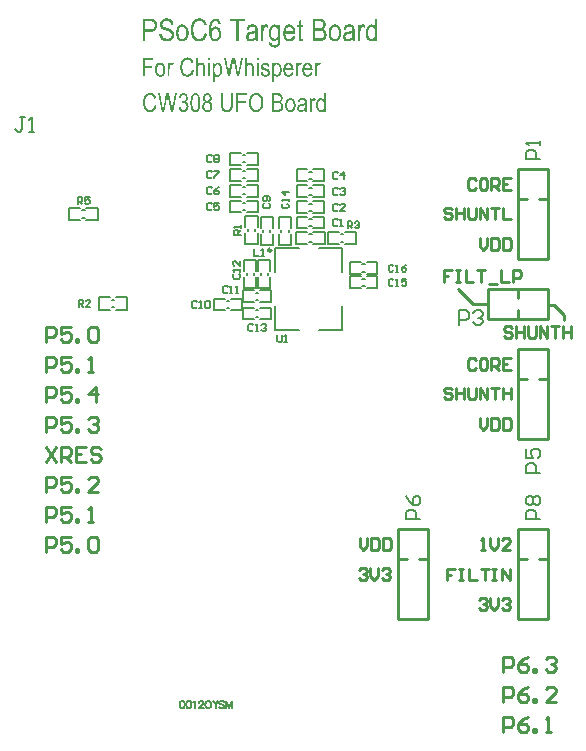
<source format=gto>
G04*
G04 #@! TF.GenerationSoftware,Altium Limited,Altium Designer,18.1.9 (240)*
G04*
G04 Layer_Color=65535*
%FSLAX43Y43*%
%MOMM*%
G71*
G01*
G75*
%ADD10C,0.250*%
%ADD11C,0.152*%
%ADD12C,0.200*%
%ADD13C,0.254*%
%ADD14C,0.127*%
%ADD15C,0.150*%
G36*
X16301Y64822D02*
X16316D01*
X16333Y64817D01*
X16373Y64810D01*
X16421Y64795D01*
X16468Y64772D01*
X16493Y64760D01*
X16518Y64742D01*
X16543Y64725D01*
X16566Y64702D01*
X16568Y64700D01*
X16571Y64697D01*
X16578Y64690D01*
X16586Y64680D01*
X16593Y64667D01*
X16606Y64652D01*
X16616Y64635D01*
X16628Y64615D01*
X16641Y64590D01*
X16656Y64565D01*
X16666Y64537D01*
X16678Y64505D01*
X16691Y64472D01*
X16698Y64435D01*
X16708Y64397D01*
X16713Y64355D01*
X16523Y64337D01*
Y64340D01*
Y64345D01*
X16521Y64350D01*
X16518Y64360D01*
X16511Y64385D01*
X16503Y64417D01*
X16491Y64450D01*
X16476Y64485D01*
X16461Y64515D01*
X16441Y64542D01*
X16438Y64547D01*
X16428Y64557D01*
X16411Y64570D01*
X16391Y64587D01*
X16363Y64605D01*
X16333Y64617D01*
X16298Y64627D01*
X16258Y64632D01*
X16251D01*
X16243Y64630D01*
X16231D01*
X16216Y64625D01*
X16201Y64622D01*
X16163Y64607D01*
X16141Y64595D01*
X16118Y64582D01*
X16098Y64565D01*
X16076Y64545D01*
X16053Y64522D01*
X16031Y64492D01*
X16011Y64462D01*
X15991Y64425D01*
Y64422D01*
X15988Y64417D01*
X15983Y64405D01*
X15978Y64392D01*
X15971Y64372D01*
X15964Y64350D01*
X15956Y64322D01*
X15948Y64292D01*
X15939Y64257D01*
X15931Y64217D01*
X15924Y64175D01*
X15919Y64127D01*
X15911Y64075D01*
X15909Y64020D01*
X15904Y63960D01*
Y63900D01*
X15906Y63902D01*
X15916Y63917D01*
X15929Y63940D01*
X15948Y63967D01*
X15974Y63997D01*
X16001Y64027D01*
X16033Y64057D01*
X16068Y64085D01*
X16073Y64087D01*
X16086Y64095D01*
X16106Y64105D01*
X16133Y64117D01*
X16163Y64130D01*
X16198Y64140D01*
X16238Y64147D01*
X16278Y64150D01*
X16296D01*
X16308Y64147D01*
X16326Y64145D01*
X16343Y64140D01*
X16388Y64130D01*
X16438Y64107D01*
X16466Y64095D01*
X16493Y64077D01*
X16521Y64060D01*
X16548Y64035D01*
X16576Y64010D01*
X16601Y63980D01*
X16603Y63977D01*
X16606Y63972D01*
X16613Y63962D01*
X16623Y63950D01*
X16633Y63932D01*
X16646Y63912D01*
X16658Y63887D01*
X16671Y63862D01*
X16683Y63830D01*
X16696Y63797D01*
X16708Y63760D01*
X16718Y63720D01*
X16728Y63677D01*
X16736Y63632D01*
X16738Y63582D01*
X16741Y63532D01*
Y63530D01*
Y63525D01*
Y63515D01*
Y63500D01*
X16738Y63485D01*
Y63465D01*
X16733Y63417D01*
X16723Y63365D01*
X16711Y63307D01*
X16693Y63247D01*
X16671Y63187D01*
Y63185D01*
X16668Y63180D01*
X16663Y63172D01*
X16658Y63162D01*
X16643Y63135D01*
X16623Y63100D01*
X16596Y63065D01*
X16566Y63025D01*
X16531Y62990D01*
X16491Y62960D01*
X16486Y62957D01*
X16473Y62950D01*
X16451Y62937D01*
X16421Y62925D01*
X16386Y62910D01*
X16346Y62900D01*
X16301Y62890D01*
X16253Y62888D01*
X16243D01*
X16231Y62890D01*
X16213D01*
X16193Y62895D01*
X16171Y62897D01*
X16146Y62905D01*
X16116Y62915D01*
X16086Y62925D01*
X16056Y62940D01*
X16023Y62955D01*
X15991Y62975D01*
X15958Y63000D01*
X15926Y63027D01*
X15896Y63060D01*
X15866Y63097D01*
X15864Y63100D01*
X15859Y63107D01*
X15851Y63120D01*
X15844Y63137D01*
X15831Y63162D01*
X15819Y63190D01*
X15804Y63225D01*
X15791Y63265D01*
X15776Y63312D01*
X15761Y63365D01*
X15749Y63422D01*
X15739Y63487D01*
X15729Y63557D01*
X15721Y63635D01*
X15716Y63717D01*
X15714Y63807D01*
Y63810D01*
Y63815D01*
Y63822D01*
Y63832D01*
Y63845D01*
Y63860D01*
X15716Y63897D01*
X15719Y63942D01*
X15721Y63995D01*
X15726Y64050D01*
X15734Y64112D01*
X15741Y64175D01*
X15751Y64240D01*
X15764Y64305D01*
X15779Y64370D01*
X15796Y64432D01*
X15819Y64490D01*
X15841Y64542D01*
X15869Y64590D01*
X15871Y64592D01*
X15876Y64600D01*
X15884Y64612D01*
X15896Y64627D01*
X15914Y64645D01*
X15931Y64665D01*
X15953Y64685D01*
X15978Y64707D01*
X16006Y64730D01*
X16036Y64750D01*
X16068Y64770D01*
X16106Y64787D01*
X16143Y64802D01*
X16183Y64815D01*
X16226Y64822D01*
X16271Y64825D01*
X16288D01*
X16301Y64822D01*
D02*
G37*
G36*
X12164Y64847D02*
X12182D01*
X12222Y64842D01*
X12269Y64832D01*
X12319Y64820D01*
X12372Y64802D01*
X12422Y64780D01*
X12424D01*
X12427Y64777D01*
X12444Y64767D01*
X12467Y64752D01*
X12497Y64730D01*
X12527Y64702D01*
X12562Y64667D01*
X12594Y64627D01*
X12622Y64582D01*
Y64580D01*
X12624Y64577D01*
X12629Y64570D01*
X12634Y64560D01*
X12639Y64547D01*
X12644Y64532D01*
X12659Y64497D01*
X12674Y64452D01*
X12687Y64402D01*
X12697Y64345D01*
X12702Y64282D01*
X12507Y64265D01*
Y64267D01*
Y64272D01*
X12504Y64282D01*
X12502Y64295D01*
X12499Y64310D01*
X12497Y64327D01*
X12487Y64367D01*
X12472Y64412D01*
X12452Y64457D01*
X12427Y64500D01*
X12394Y64537D01*
X12389Y64542D01*
X12377Y64552D01*
X12354Y64565D01*
X12324Y64582D01*
X12287Y64600D01*
X12242Y64612D01*
X12187Y64622D01*
X12127Y64627D01*
X12097D01*
X12082Y64625D01*
X12067Y64622D01*
X12027Y64617D01*
X11982Y64607D01*
X11940Y64595D01*
X11895Y64575D01*
X11857Y64547D01*
X11852Y64545D01*
X11842Y64532D01*
X11830Y64517D01*
X11812Y64492D01*
X11795Y64465D01*
X11782Y64430D01*
X11772Y64390D01*
X11767Y64345D01*
Y64340D01*
Y64327D01*
X11770Y64305D01*
X11775Y64280D01*
X11782Y64252D01*
X11795Y64222D01*
X11810Y64195D01*
X11832Y64167D01*
X11835Y64165D01*
X11847Y64157D01*
X11867Y64145D01*
X11880Y64137D01*
X11895Y64127D01*
X11915Y64120D01*
X11937Y64110D01*
X11962Y64097D01*
X11990Y64087D01*
X12020Y64075D01*
X12057Y64065D01*
X12094Y64052D01*
X12137Y64040D01*
X12139D01*
X12147Y64037D01*
X12159Y64035D01*
X12174Y64030D01*
X12192Y64025D01*
X12214Y64017D01*
X12264Y64002D01*
X12317Y63985D01*
X12369Y63967D01*
X12419Y63947D01*
X12439Y63940D01*
X12459Y63930D01*
X12462D01*
X12467Y63927D01*
X12472Y63922D01*
X12482Y63917D01*
X12509Y63900D01*
X12539Y63880D01*
X12574Y63850D01*
X12609Y63817D01*
X12644Y63780D01*
X12674Y63737D01*
Y63735D01*
X12677Y63732D01*
X12682Y63725D01*
X12687Y63717D01*
X12699Y63692D01*
X12712Y63657D01*
X12727Y63617D01*
X12737Y63570D01*
X12747Y63517D01*
X12749Y63457D01*
Y63455D01*
Y63450D01*
Y63442D01*
Y63430D01*
X12747Y63415D01*
X12744Y63397D01*
X12739Y63357D01*
X12729Y63312D01*
X12717Y63262D01*
X12697Y63210D01*
X12672Y63157D01*
Y63155D01*
X12669Y63152D01*
X12664Y63145D01*
X12657Y63135D01*
X12639Y63112D01*
X12617Y63082D01*
X12587Y63050D01*
X12552Y63017D01*
X12509Y62985D01*
X12462Y62955D01*
X12459D01*
X12457Y62952D01*
X12449Y62950D01*
X12439Y62945D01*
X12427Y62940D01*
X12412Y62932D01*
X12374Y62922D01*
X12327Y62910D01*
X12274Y62897D01*
X12214Y62890D01*
X12147Y62888D01*
X12119D01*
X12099Y62890D01*
X12074Y62893D01*
X12047Y62897D01*
X12015Y62903D01*
X11980Y62910D01*
X11945Y62917D01*
X11907Y62930D01*
X11870Y62942D01*
X11830Y62960D01*
X11792Y62980D01*
X11755Y63002D01*
X11717Y63030D01*
X11685Y63060D01*
X11682Y63062D01*
X11677Y63067D01*
X11670Y63077D01*
X11657Y63092D01*
X11645Y63110D01*
X11630Y63132D01*
X11615Y63157D01*
X11600Y63185D01*
X11582Y63217D01*
X11567Y63252D01*
X11552Y63292D01*
X11540Y63335D01*
X11527Y63380D01*
X11520Y63427D01*
X11512Y63480D01*
X11510Y63535D01*
X11705Y63552D01*
Y63550D01*
Y63545D01*
X11707Y63537D01*
Y63527D01*
X11712Y63497D01*
X11720Y63462D01*
X11730Y63422D01*
X11740Y63382D01*
X11757Y63342D01*
X11775Y63307D01*
X11777Y63302D01*
X11785Y63292D01*
X11797Y63277D01*
X11815Y63257D01*
X11837Y63235D01*
X11862Y63212D01*
X11895Y63187D01*
X11930Y63167D01*
X11935Y63165D01*
X11947Y63160D01*
X11970Y63150D01*
X11997Y63142D01*
X12032Y63132D01*
X12072Y63122D01*
X12114Y63117D01*
X12162Y63115D01*
X12179D01*
X12192Y63117D01*
X12207D01*
X12224Y63120D01*
X12267Y63125D01*
X12312Y63137D01*
X12359Y63152D01*
X12404Y63172D01*
X12447Y63202D01*
X12452Y63207D01*
X12462Y63220D01*
X12479Y63237D01*
X12499Y63265D01*
X12517Y63300D01*
X12534Y63337D01*
X12544Y63385D01*
X12549Y63435D01*
Y63440D01*
Y63450D01*
X12547Y63465D01*
X12544Y63485D01*
X12539Y63507D01*
X12534Y63532D01*
X12524Y63557D01*
X12512Y63582D01*
X12509Y63585D01*
X12504Y63592D01*
X12497Y63605D01*
X12484Y63620D01*
X12467Y63635D01*
X12449Y63652D01*
X12427Y63670D01*
X12399Y63685D01*
X12397Y63687D01*
X12384Y63692D01*
X12374Y63697D01*
X12362Y63702D01*
X12349Y63707D01*
X12332Y63715D01*
X12312Y63722D01*
X12287Y63730D01*
X12262Y63740D01*
X12232Y63750D01*
X12199Y63760D01*
X12162Y63772D01*
X12122Y63785D01*
X12077Y63797D01*
X12074D01*
X12067Y63800D01*
X12057Y63805D01*
X12042Y63810D01*
X12022Y63815D01*
X12002Y63822D01*
X11955Y63837D01*
X11905Y63857D01*
X11852Y63880D01*
X11805Y63902D01*
X11785Y63915D01*
X11765Y63927D01*
X11760Y63930D01*
X11750Y63940D01*
X11732Y63955D01*
X11712Y63975D01*
X11690Y63997D01*
X11665Y64027D01*
X11642Y64060D01*
X11620Y64095D01*
X11617Y64100D01*
X11612Y64112D01*
X11605Y64135D01*
X11595Y64162D01*
X11585Y64197D01*
X11577Y64235D01*
X11572Y64277D01*
X11570Y64325D01*
Y64327D01*
Y64335D01*
Y64347D01*
X11572Y64362D01*
X11575Y64382D01*
X11577Y64407D01*
X11582Y64432D01*
X11587Y64460D01*
X11605Y64520D01*
X11617Y64550D01*
X11632Y64582D01*
X11650Y64615D01*
X11670Y64645D01*
X11692Y64675D01*
X11717Y64702D01*
X11720Y64705D01*
X11725Y64710D01*
X11732Y64715D01*
X11745Y64725D01*
X11760Y64737D01*
X11777Y64750D01*
X11800Y64762D01*
X11825Y64777D01*
X11852Y64790D01*
X11882Y64802D01*
X11915Y64815D01*
X11950Y64827D01*
X11990Y64837D01*
X12030Y64842D01*
X12074Y64847D01*
X12119Y64850D01*
X12149D01*
X12164Y64847D01*
D02*
G37*
G36*
X14944D02*
X14964Y64844D01*
X14986Y64842D01*
X15011Y64837D01*
X15039Y64832D01*
X15099Y64815D01*
X15131Y64805D01*
X15164Y64790D01*
X15199Y64772D01*
X15231Y64755D01*
X15264Y64732D01*
X15294Y64707D01*
X15296Y64705D01*
X15301Y64700D01*
X15309Y64692D01*
X15321Y64682D01*
X15334Y64667D01*
X15349Y64650D01*
X15366Y64627D01*
X15384Y64605D01*
X15401Y64577D01*
X15421Y64545D01*
X15439Y64512D01*
X15459Y64475D01*
X15476Y64435D01*
X15494Y64392D01*
X15509Y64347D01*
X15521Y64297D01*
X15319Y64240D01*
Y64245D01*
X15314Y64257D01*
X15306Y64277D01*
X15299Y64302D01*
X15284Y64332D01*
X15269Y64365D01*
X15249Y64400D01*
X15226Y64437D01*
X15201Y64475D01*
X15171Y64510D01*
X15136Y64542D01*
X15099Y64572D01*
X15056Y64597D01*
X15009Y64617D01*
X14959Y64630D01*
X14901Y64635D01*
X14876D01*
X14846Y64630D01*
X14809Y64625D01*
X14766Y64615D01*
X14721Y64602D01*
X14676Y64582D01*
X14631Y64555D01*
X14626Y64552D01*
X14614Y64540D01*
X14591Y64520D01*
X14566Y64495D01*
X14539Y64460D01*
X14509Y64415D01*
X14479Y64365D01*
X14451Y64305D01*
Y64302D01*
X14449Y64297D01*
X14446Y64287D01*
X14441Y64275D01*
X14436Y64257D01*
X14429Y64237D01*
X14424Y64215D01*
X14419Y64190D01*
X14411Y64160D01*
X14406Y64127D01*
X14399Y64092D01*
X14394Y64055D01*
X14391Y64015D01*
X14386Y63972D01*
X14384Y63880D01*
Y63875D01*
Y63862D01*
Y63842D01*
X14386Y63815D01*
X14389Y63782D01*
X14391Y63747D01*
X14396Y63705D01*
X14401Y63660D01*
X14416Y63565D01*
X14441Y63470D01*
X14456Y63422D01*
X14474Y63375D01*
X14496Y63335D01*
X14519Y63295D01*
X14521Y63292D01*
X14526Y63287D01*
X14534Y63277D01*
X14544Y63265D01*
X14559Y63250D01*
X14574Y63235D01*
X14594Y63217D01*
X14616Y63200D01*
X14641Y63180D01*
X14669Y63162D01*
X14699Y63147D01*
X14731Y63132D01*
X14766Y63120D01*
X14804Y63110D01*
X14841Y63105D01*
X14884Y63102D01*
X14901D01*
X14911Y63105D01*
X14926D01*
X14944Y63110D01*
X14984Y63117D01*
X15029Y63132D01*
X15076Y63152D01*
X15126Y63182D01*
X15151Y63200D01*
X15174Y63220D01*
X15176Y63222D01*
X15179Y63225D01*
X15186Y63232D01*
X15194Y63242D01*
X15204Y63255D01*
X15214Y63270D01*
X15226Y63290D01*
X15241Y63310D01*
X15254Y63335D01*
X15269Y63362D01*
X15281Y63392D01*
X15296Y63425D01*
X15309Y63460D01*
X15319Y63500D01*
X15329Y63540D01*
X15339Y63585D01*
X15546Y63522D01*
Y63520D01*
X15544Y63507D01*
X15539Y63492D01*
X15534Y63470D01*
X15524Y63442D01*
X15516Y63412D01*
X15504Y63377D01*
X15489Y63342D01*
X15456Y63262D01*
X15414Y63185D01*
X15364Y63107D01*
X15334Y63075D01*
X15304Y63042D01*
X15301Y63040D01*
X15296Y63035D01*
X15286Y63027D01*
X15274Y63017D01*
X15256Y63007D01*
X15236Y62992D01*
X15214Y62980D01*
X15189Y62965D01*
X15159Y62950D01*
X15129Y62937D01*
X15094Y62922D01*
X15056Y62912D01*
X15019Y62903D01*
X14976Y62895D01*
X14934Y62890D01*
X14889Y62888D01*
X14869D01*
X14851Y62890D01*
X14834D01*
X14811Y62893D01*
X14789Y62897D01*
X14761Y62900D01*
X14704Y62912D01*
X14641Y62932D01*
X14579Y62957D01*
X14519Y62992D01*
X14516Y62995D01*
X14511Y62997D01*
X14504Y63005D01*
X14494Y63012D01*
X14481Y63025D01*
X14466Y63037D01*
X14449Y63055D01*
X14431Y63075D01*
X14411Y63097D01*
X14391Y63120D01*
X14371Y63150D01*
X14349Y63180D01*
X14329Y63212D01*
X14309Y63250D01*
X14289Y63287D01*
X14269Y63330D01*
Y63332D01*
X14264Y63340D01*
X14259Y63352D01*
X14254Y63372D01*
X14246Y63392D01*
X14239Y63420D01*
X14229Y63450D01*
X14221Y63485D01*
X14211Y63525D01*
X14201Y63567D01*
X14194Y63612D01*
X14186Y63660D01*
X14181Y63712D01*
X14176Y63765D01*
X14171Y63880D01*
Y63882D01*
Y63895D01*
Y63910D01*
X14174Y63932D01*
Y63960D01*
X14176Y63990D01*
X14179Y64025D01*
X14184Y64062D01*
X14189Y64105D01*
X14196Y64147D01*
X14211Y64235D01*
X14236Y64325D01*
X14269Y64410D01*
Y64412D01*
X14274Y64420D01*
X14279Y64430D01*
X14286Y64445D01*
X14296Y64465D01*
X14309Y64485D01*
X14339Y64532D01*
X14376Y64585D01*
X14421Y64640D01*
X14474Y64692D01*
X14501Y64715D01*
X14531Y64737D01*
X14534Y64740D01*
X14539Y64742D01*
X14549Y64747D01*
X14561Y64755D01*
X14576Y64762D01*
X14596Y64772D01*
X14616Y64782D01*
X14641Y64795D01*
X14696Y64815D01*
X14761Y64832D01*
X14831Y64844D01*
X14869Y64850D01*
X14929D01*
X14944Y64847D01*
D02*
G37*
G36*
X29962Y62920D02*
X29785D01*
Y63092D01*
X29782Y63087D01*
X29775Y63075D01*
X29765Y63057D01*
X29747Y63035D01*
X29730Y63012D01*
X29705Y62985D01*
X29680Y62962D01*
X29650Y62940D01*
X29647Y62937D01*
X29635Y62932D01*
X29620Y62923D01*
X29598Y62915D01*
X29573Y62905D01*
X29543Y62895D01*
X29510Y62890D01*
X29475Y62888D01*
X29465D01*
X29455Y62890D01*
X29443D01*
X29425Y62893D01*
X29405Y62897D01*
X29358Y62910D01*
X29330Y62920D01*
X29303Y62932D01*
X29275Y62947D01*
X29245Y62967D01*
X29215Y62987D01*
X29188Y63012D01*
X29158Y63042D01*
X29130Y63075D01*
X29128Y63077D01*
X29125Y63085D01*
X29118Y63095D01*
X29108Y63110D01*
X29098Y63130D01*
X29085Y63152D01*
X29070Y63180D01*
X29058Y63212D01*
X29045Y63247D01*
X29030Y63287D01*
X29018Y63330D01*
X29008Y63377D01*
X28998Y63430D01*
X28993Y63485D01*
X28988Y63542D01*
X28985Y63605D01*
Y63607D01*
Y63615D01*
Y63627D01*
Y63645D01*
X28988Y63665D01*
Y63687D01*
X28990Y63715D01*
X28993Y63742D01*
X29000Y63805D01*
X29013Y63872D01*
X29028Y63940D01*
X29048Y64002D01*
Y64005D01*
X29050Y64010D01*
X29055Y64017D01*
X29060Y64030D01*
X29075Y64057D01*
X29093Y64095D01*
X29118Y64132D01*
X29148Y64172D01*
X29183Y64212D01*
X29220Y64245D01*
X29223D01*
X29225Y64247D01*
X29240Y64257D01*
X29260Y64270D01*
X29290Y64285D01*
X29325Y64300D01*
X29368Y64312D01*
X29413Y64322D01*
X29460Y64325D01*
X29475D01*
X29495Y64322D01*
X29518Y64317D01*
X29545Y64312D01*
X29575Y64302D01*
X29605Y64290D01*
X29635Y64272D01*
X29638Y64270D01*
X29647Y64262D01*
X29662Y64252D01*
X29682Y64237D01*
X29702Y64217D01*
X29725Y64192D01*
X29747Y64165D01*
X29770Y64135D01*
Y64817D01*
X29962D01*
Y62920D01*
D02*
G37*
G36*
X28783Y64320D02*
X28810Y64315D01*
X28838Y64307D01*
X28873Y64292D01*
X28908Y64275D01*
X28945Y64250D01*
X28880Y64035D01*
X28878Y64037D01*
X28868Y64042D01*
X28853Y64050D01*
X28835Y64060D01*
X28815Y64070D01*
X28790Y64077D01*
X28765Y64082D01*
X28740Y64085D01*
X28730D01*
X28718Y64082D01*
X28703Y64080D01*
X28685Y64075D01*
X28668Y64065D01*
X28648Y64055D01*
X28628Y64040D01*
X28625Y64037D01*
X28620Y64032D01*
X28610Y64022D01*
X28600Y64010D01*
X28588Y63992D01*
X28578Y63972D01*
X28568Y63950D01*
X28558Y63922D01*
Y63920D01*
X28555Y63917D01*
Y63910D01*
X28553Y63900D01*
X28548Y63872D01*
X28540Y63837D01*
X28533Y63792D01*
X28528Y63745D01*
X28525Y63692D01*
X28523Y63637D01*
Y62920D01*
X28333D01*
Y64295D01*
X28505D01*
Y64087D01*
X28508Y64092D01*
X28513Y64100D01*
X28515Y64107D01*
X28528Y64132D01*
X28545Y64162D01*
X28563Y64195D01*
X28583Y64227D01*
X28605Y64255D01*
X28625Y64277D01*
X28628Y64280D01*
X28635Y64285D01*
X28645Y64292D01*
X28660Y64302D01*
X28680Y64310D01*
X28700Y64317D01*
X28723Y64322D01*
X28748Y64325D01*
X28765D01*
X28783Y64320D01*
D02*
G37*
G36*
X20572D02*
X20600Y64315D01*
X20627Y64307D01*
X20662Y64292D01*
X20697Y64275D01*
X20735Y64250D01*
X20670Y64035D01*
X20667Y64037D01*
X20657Y64042D01*
X20642Y64050D01*
X20625Y64060D01*
X20605Y64070D01*
X20580Y64077D01*
X20555Y64082D01*
X20530Y64085D01*
X20520D01*
X20507Y64082D01*
X20492Y64080D01*
X20475Y64075D01*
X20457Y64065D01*
X20437Y64055D01*
X20417Y64040D01*
X20415Y64037D01*
X20410Y64032D01*
X20400Y64022D01*
X20390Y64010D01*
X20377Y63992D01*
X20367Y63972D01*
X20357Y63950D01*
X20347Y63922D01*
Y63920D01*
X20345Y63917D01*
Y63910D01*
X20342Y63900D01*
X20337Y63872D01*
X20330Y63837D01*
X20322Y63792D01*
X20317Y63745D01*
X20315Y63692D01*
X20312Y63637D01*
Y62920D01*
X20122D01*
Y64295D01*
X20295D01*
Y64087D01*
X20297Y64092D01*
X20302Y64100D01*
X20305Y64107D01*
X20317Y64132D01*
X20335Y64162D01*
X20352Y64195D01*
X20372Y64227D01*
X20395Y64255D01*
X20415Y64277D01*
X20417Y64280D01*
X20425Y64285D01*
X20435Y64292D01*
X20450Y64302D01*
X20470Y64310D01*
X20490Y64317D01*
X20512Y64322D01*
X20537Y64325D01*
X20555D01*
X20572Y64320D01*
D02*
G37*
G36*
X27648Y64322D02*
X27666D01*
X27705Y64317D01*
X27750Y64307D01*
X27795Y64297D01*
X27840Y64280D01*
X27880Y64257D01*
X27885Y64255D01*
X27898Y64245D01*
X27915Y64230D01*
X27935Y64212D01*
X27958Y64187D01*
X27978Y64160D01*
X27998Y64127D01*
X28010Y64092D01*
X28013Y64087D01*
X28015Y64075D01*
X28020Y64052D01*
X28025Y64020D01*
X28030Y63980D01*
X28033Y63930D01*
X28038Y63872D01*
Y63805D01*
Y63495D01*
Y63492D01*
Y63480D01*
Y63465D01*
Y63442D01*
Y63417D01*
Y63387D01*
Y63355D01*
X28040Y63320D01*
Y63250D01*
X28043Y63182D01*
Y63152D01*
X28045Y63125D01*
Y63100D01*
X28048Y63082D01*
Y63080D01*
X28050Y63067D01*
X28053Y63052D01*
X28058Y63032D01*
X28065Y63007D01*
X28075Y62980D01*
X28098Y62920D01*
X27898D01*
Y62923D01*
X27893Y62932D01*
X27888Y62947D01*
X27883Y62967D01*
X27875Y62992D01*
X27870Y63020D01*
X27865Y63052D01*
X27860Y63087D01*
X27855Y63082D01*
X27843Y63070D01*
X27823Y63052D01*
X27798Y63032D01*
X27768Y63007D01*
X27733Y62982D01*
X27698Y62957D01*
X27658Y62937D01*
X27653Y62935D01*
X27641Y62930D01*
X27621Y62923D01*
X27593Y62912D01*
X27561Y62903D01*
X27526Y62895D01*
X27486Y62890D01*
X27446Y62888D01*
X27428D01*
X27416Y62890D01*
X27401D01*
X27383Y62893D01*
X27343Y62900D01*
X27298Y62912D01*
X27251Y62932D01*
X27206Y62957D01*
X27163Y62992D01*
Y62995D01*
X27158Y62997D01*
X27148Y63012D01*
X27131Y63035D01*
X27113Y63070D01*
X27093Y63110D01*
X27076Y63160D01*
X27066Y63215D01*
X27061Y63280D01*
Y63282D01*
Y63285D01*
Y63300D01*
X27063Y63322D01*
X27066Y63350D01*
X27073Y63382D01*
X27081Y63417D01*
X27093Y63455D01*
X27108Y63490D01*
X27111Y63495D01*
X27118Y63505D01*
X27128Y63522D01*
X27143Y63542D01*
X27163Y63565D01*
X27186Y63590D01*
X27213Y63615D01*
X27243Y63635D01*
X27248Y63637D01*
X27258Y63642D01*
X27278Y63652D01*
X27308Y63665D01*
X27343Y63677D01*
X27388Y63690D01*
X27441Y63702D01*
X27501Y63712D01*
X27503D01*
X27511Y63715D01*
X27523D01*
X27538Y63717D01*
X27558Y63722D01*
X27581Y63725D01*
X27631Y63735D01*
X27688Y63747D01*
X27743Y63760D01*
X27798Y63777D01*
X27820Y63785D01*
X27843Y63795D01*
X27845Y63852D01*
Y63855D01*
Y63857D01*
Y63865D01*
Y63875D01*
X27843Y63900D01*
X27838Y63930D01*
X27833Y63962D01*
X27823Y63995D01*
X27810Y64025D01*
X27793Y64050D01*
X27790Y64052D01*
X27780Y64062D01*
X27763Y64075D01*
X27740Y64092D01*
X27708Y64107D01*
X27673Y64120D01*
X27628Y64130D01*
X27576Y64132D01*
X27553D01*
X27531Y64130D01*
X27501Y64125D01*
X27468Y64117D01*
X27436Y64107D01*
X27406Y64095D01*
X27378Y64075D01*
X27376Y64072D01*
X27368Y64065D01*
X27356Y64050D01*
X27343Y64030D01*
X27326Y64000D01*
X27311Y63965D01*
X27296Y63922D01*
X27283Y63870D01*
X27093Y63902D01*
Y63905D01*
X27096Y63912D01*
X27098Y63922D01*
X27101Y63937D01*
X27106Y63957D01*
X27113Y63977D01*
X27128Y64025D01*
X27151Y64077D01*
X27178Y64130D01*
X27213Y64180D01*
X27231Y64202D01*
X27253Y64222D01*
X27256D01*
X27258Y64227D01*
X27266Y64232D01*
X27276Y64237D01*
X27288Y64247D01*
X27303Y64255D01*
X27323Y64265D01*
X27343Y64275D01*
X27366Y64282D01*
X27393Y64292D01*
X27423Y64302D01*
X27453Y64310D01*
X27488Y64315D01*
X27526Y64320D01*
X27563Y64325D01*
X27636D01*
X27648Y64322D01*
D02*
G37*
G36*
X25116Y64815D02*
X25134D01*
X25174Y64810D01*
X25219Y64805D01*
X25264Y64795D01*
X25309Y64780D01*
X25351Y64762D01*
X25356Y64760D01*
X25369Y64752D01*
X25389Y64740D01*
X25411Y64720D01*
X25439Y64697D01*
X25466Y64667D01*
X25496Y64630D01*
X25521Y64590D01*
X25524Y64585D01*
X25531Y64570D01*
X25544Y64545D01*
X25556Y64515D01*
X25566Y64477D01*
X25579Y64432D01*
X25586Y64385D01*
X25589Y64332D01*
Y64330D01*
Y64327D01*
Y64320D01*
Y64310D01*
X25586Y64285D01*
X25581Y64255D01*
X25574Y64217D01*
X25564Y64177D01*
X25551Y64137D01*
X25531Y64097D01*
X25529Y64092D01*
X25521Y64080D01*
X25509Y64060D01*
X25489Y64037D01*
X25466Y64010D01*
X25439Y63982D01*
X25409Y63955D01*
X25371Y63930D01*
X25374D01*
X25376Y63927D01*
X25384Y63925D01*
X25394Y63920D01*
X25419Y63907D01*
X25449Y63890D01*
X25484Y63867D01*
X25519Y63837D01*
X25551Y63802D01*
X25584Y63760D01*
Y63757D01*
X25586Y63755D01*
X25591Y63747D01*
X25596Y63740D01*
X25609Y63715D01*
X25624Y63680D01*
X25639Y63637D01*
X25651Y63587D01*
X25661Y63532D01*
X25664Y63470D01*
Y63467D01*
Y63462D01*
Y63452D01*
Y63440D01*
X25661Y63425D01*
Y63407D01*
X25654Y63367D01*
X25646Y63320D01*
X25634Y63270D01*
X25616Y63217D01*
X25591Y63167D01*
Y63165D01*
X25589Y63162D01*
X25579Y63147D01*
X25564Y63122D01*
X25541Y63095D01*
X25514Y63065D01*
X25484Y63032D01*
X25446Y63002D01*
X25404Y62977D01*
X25401D01*
X25399Y62975D01*
X25391Y62972D01*
X25381Y62967D01*
X25371Y62965D01*
X25356Y62960D01*
X25319Y62950D01*
X25274Y62937D01*
X25219Y62930D01*
X25154Y62923D01*
X25081Y62920D01*
X24489D01*
Y64817D01*
X25101D01*
X25116Y64815D01*
D02*
G37*
G36*
X19438Y64322D02*
X19455D01*
X19495Y64317D01*
X19540Y64307D01*
X19585Y64297D01*
X19630Y64280D01*
X19670Y64257D01*
X19675Y64255D01*
X19688Y64245D01*
X19705Y64230D01*
X19725Y64212D01*
X19748Y64187D01*
X19768Y64160D01*
X19788Y64127D01*
X19800Y64092D01*
X19803Y64087D01*
X19805Y64075D01*
X19810Y64052D01*
X19815Y64020D01*
X19820Y63980D01*
X19823Y63930D01*
X19828Y63872D01*
Y63805D01*
Y63495D01*
Y63492D01*
Y63480D01*
Y63465D01*
Y63442D01*
Y63417D01*
Y63387D01*
Y63355D01*
X19830Y63320D01*
Y63250D01*
X19833Y63182D01*
Y63152D01*
X19835Y63125D01*
Y63100D01*
X19838Y63082D01*
Y63080D01*
X19840Y63067D01*
X19843Y63052D01*
X19847Y63032D01*
X19855Y63007D01*
X19865Y62980D01*
X19887Y62920D01*
X19688D01*
Y62923D01*
X19683Y62932D01*
X19678Y62947D01*
X19673Y62967D01*
X19665Y62992D01*
X19660Y63020D01*
X19655Y63052D01*
X19650Y63087D01*
X19645Y63082D01*
X19633Y63070D01*
X19613Y63052D01*
X19588Y63032D01*
X19558Y63007D01*
X19523Y62982D01*
X19488Y62957D01*
X19448Y62937D01*
X19443Y62935D01*
X19430Y62930D01*
X19410Y62923D01*
X19383Y62912D01*
X19350Y62903D01*
X19315Y62895D01*
X19275Y62890D01*
X19235Y62888D01*
X19218D01*
X19205Y62890D01*
X19190D01*
X19173Y62893D01*
X19133Y62900D01*
X19088Y62912D01*
X19040Y62932D01*
X18995Y62957D01*
X18953Y62992D01*
Y62995D01*
X18948Y62997D01*
X18938Y63012D01*
X18920Y63035D01*
X18903Y63070D01*
X18883Y63110D01*
X18865Y63160D01*
X18855Y63215D01*
X18850Y63280D01*
Y63282D01*
Y63285D01*
Y63300D01*
X18853Y63322D01*
X18855Y63350D01*
X18863Y63382D01*
X18870Y63417D01*
X18883Y63455D01*
X18898Y63490D01*
X18900Y63495D01*
X18908Y63505D01*
X18918Y63522D01*
X18933Y63542D01*
X18953Y63565D01*
X18975Y63590D01*
X19003Y63615D01*
X19033Y63635D01*
X19038Y63637D01*
X19048Y63642D01*
X19068Y63652D01*
X19098Y63665D01*
X19133Y63677D01*
X19178Y63690D01*
X19230Y63702D01*
X19290Y63712D01*
X19293D01*
X19300Y63715D01*
X19313D01*
X19328Y63717D01*
X19348Y63722D01*
X19370Y63725D01*
X19420Y63735D01*
X19478Y63747D01*
X19533Y63760D01*
X19588Y63777D01*
X19610Y63785D01*
X19633Y63795D01*
X19635Y63852D01*
Y63855D01*
Y63857D01*
Y63865D01*
Y63875D01*
X19633Y63900D01*
X19628Y63930D01*
X19623Y63962D01*
X19613Y63995D01*
X19600Y64025D01*
X19583Y64050D01*
X19580Y64052D01*
X19570Y64062D01*
X19553Y64075D01*
X19530Y64092D01*
X19498Y64107D01*
X19463Y64120D01*
X19418Y64130D01*
X19365Y64132D01*
X19343D01*
X19320Y64130D01*
X19290Y64125D01*
X19258Y64117D01*
X19225Y64107D01*
X19195Y64095D01*
X19168Y64075D01*
X19165Y64072D01*
X19158Y64065D01*
X19145Y64050D01*
X19133Y64030D01*
X19115Y64000D01*
X19100Y63965D01*
X19085Y63922D01*
X19073Y63870D01*
X18883Y63902D01*
Y63905D01*
X18885Y63912D01*
X18888Y63922D01*
X18890Y63937D01*
X18895Y63957D01*
X18903Y63977D01*
X18918Y64025D01*
X18940Y64077D01*
X18968Y64130D01*
X19003Y64180D01*
X19020Y64202D01*
X19043Y64222D01*
X19045D01*
X19048Y64227D01*
X19055Y64232D01*
X19065Y64237D01*
X19078Y64247D01*
X19093Y64255D01*
X19113Y64265D01*
X19133Y64275D01*
X19155Y64282D01*
X19183Y64292D01*
X19213Y64302D01*
X19243Y64310D01*
X19278Y64315D01*
X19315Y64320D01*
X19353Y64325D01*
X19425D01*
X19438Y64322D01*
D02*
G37*
G36*
X18735Y64592D02*
X18220D01*
Y62920D01*
X18015D01*
Y64592D01*
X17503D01*
Y64817D01*
X18735D01*
Y64592D01*
D02*
G37*
G36*
X10785Y64815D02*
X10830Y64812D01*
X10880Y64807D01*
X10932Y64802D01*
X10980Y64792D01*
X11000Y64787D01*
X11020Y64780D01*
X11022D01*
X11025Y64777D01*
X11032Y64775D01*
X11042Y64770D01*
X11067Y64757D01*
X11097Y64737D01*
X11132Y64712D01*
X11167Y64682D01*
X11202Y64642D01*
X11235Y64597D01*
Y64595D01*
X11237Y64592D01*
X11242Y64585D01*
X11247Y64575D01*
X11255Y64560D01*
X11260Y64545D01*
X11277Y64507D01*
X11292Y64460D01*
X11305Y64402D01*
X11315Y64340D01*
X11317Y64270D01*
Y64267D01*
Y64257D01*
Y64245D01*
X11315Y64227D01*
X11312Y64205D01*
X11310Y64180D01*
X11307Y64152D01*
X11300Y64120D01*
X11285Y64055D01*
X11262Y63985D01*
X11247Y63950D01*
X11230Y63915D01*
X11207Y63882D01*
X11185Y63850D01*
X11182Y63847D01*
X11180Y63842D01*
X11170Y63835D01*
X11160Y63825D01*
X11145Y63812D01*
X11127Y63800D01*
X11105Y63785D01*
X11080Y63770D01*
X11050Y63755D01*
X11017Y63740D01*
X10980Y63727D01*
X10940Y63715D01*
X10895Y63705D01*
X10845Y63697D01*
X10790Y63692D01*
X10732Y63690D01*
X10335D01*
Y62920D01*
X10130D01*
Y64817D01*
X10765D01*
X10785Y64815D01*
D02*
G37*
G36*
X23492Y64295D02*
X23684D01*
Y64115D01*
X23492D01*
Y63310D01*
Y63305D01*
Y63292D01*
Y63272D01*
X23494Y63250D01*
Y63225D01*
X23499Y63202D01*
X23502Y63180D01*
X23507Y63165D01*
X23509Y63162D01*
X23512Y63157D01*
X23519Y63150D01*
X23527Y63142D01*
X23539Y63135D01*
X23557Y63127D01*
X23577Y63122D01*
X23599Y63120D01*
X23622D01*
X23649Y63122D01*
X23684Y63127D01*
X23709Y62923D01*
X23707D01*
X23697Y62920D01*
X23682Y62917D01*
X23662Y62912D01*
X23639Y62910D01*
X23614Y62905D01*
X23567Y62903D01*
X23549D01*
X23532Y62905D01*
X23509Y62908D01*
X23484Y62912D01*
X23457Y62917D01*
X23432Y62927D01*
X23407Y62940D01*
X23404Y62942D01*
X23397Y62947D01*
X23387Y62957D01*
X23374Y62967D01*
X23359Y62985D01*
X23347Y63002D01*
X23334Y63022D01*
X23324Y63047D01*
Y63050D01*
X23322Y63062D01*
X23317Y63080D01*
X23314Y63107D01*
X23312Y63125D01*
X23309Y63145D01*
X23307Y63167D01*
X23304Y63192D01*
Y63220D01*
X23302Y63252D01*
Y63285D01*
Y63322D01*
Y64115D01*
X23162D01*
Y64295D01*
X23302D01*
Y64635D01*
X23492Y64775D01*
Y64295D01*
D02*
G37*
G36*
X26411Y64322D02*
X26431Y64320D01*
X26451Y64315D01*
X26476Y64310D01*
X26503Y64302D01*
X26533Y64292D01*
X26563Y64280D01*
X26593Y64265D01*
X26626Y64247D01*
X26658Y64227D01*
X26688Y64202D01*
X26718Y64175D01*
X26748Y64142D01*
X26751Y64140D01*
X26756Y64135D01*
X26763Y64122D01*
X26773Y64110D01*
X26783Y64090D01*
X26796Y64067D01*
X26811Y64040D01*
X26826Y64010D01*
X26838Y63975D01*
X26853Y63935D01*
X26866Y63892D01*
X26878Y63845D01*
X26886Y63795D01*
X26893Y63740D01*
X26898Y63682D01*
X26901Y63620D01*
Y63615D01*
Y63605D01*
Y63585D01*
X26898Y63560D01*
X26896Y63527D01*
X26893Y63492D01*
X26888Y63455D01*
X26883Y63412D01*
X26863Y63322D01*
X26853Y63277D01*
X26838Y63230D01*
X26821Y63187D01*
X26801Y63142D01*
X26778Y63105D01*
X26751Y63067D01*
X26748Y63065D01*
X26743Y63060D01*
X26736Y63050D01*
X26723Y63040D01*
X26711Y63025D01*
X26693Y63010D01*
X26671Y62995D01*
X26648Y62977D01*
X26623Y62960D01*
X26593Y62945D01*
X26563Y62930D01*
X26528Y62915D01*
X26493Y62905D01*
X26456Y62895D01*
X26416Y62890D01*
X26373Y62888D01*
X26363D01*
X26351Y62890D01*
X26336D01*
X26316Y62893D01*
X26293Y62897D01*
X26268Y62903D01*
X26241Y62910D01*
X26211Y62920D01*
X26181Y62932D01*
X26151Y62945D01*
X26118Y62962D01*
X26086Y62985D01*
X26056Y63007D01*
X26026Y63035D01*
X25996Y63067D01*
X25993Y63070D01*
X25988Y63075D01*
X25981Y63087D01*
X25973Y63102D01*
X25961Y63120D01*
X25948Y63145D01*
X25936Y63172D01*
X25921Y63202D01*
X25906Y63240D01*
X25893Y63280D01*
X25881Y63322D01*
X25868Y63372D01*
X25861Y63422D01*
X25853Y63480D01*
X25848Y63540D01*
X25846Y63605D01*
Y63610D01*
Y63620D01*
Y63640D01*
X25848Y63662D01*
X25851Y63692D01*
X25853Y63727D01*
X25858Y63765D01*
X25863Y63805D01*
X25881Y63892D01*
X25893Y63937D01*
X25908Y63982D01*
X25926Y64025D01*
X25946Y64067D01*
X25968Y64107D01*
X25993Y64142D01*
X25996Y64145D01*
X26001Y64150D01*
X26008Y64160D01*
X26021Y64170D01*
X26036Y64185D01*
X26053Y64200D01*
X26073Y64217D01*
X26098Y64235D01*
X26123Y64250D01*
X26153Y64267D01*
X26216Y64297D01*
X26253Y64307D01*
X26291Y64317D01*
X26331Y64322D01*
X26373Y64325D01*
X26396D01*
X26411Y64322D01*
D02*
G37*
G36*
X22552D02*
X22569Y64320D01*
X22592Y64315D01*
X22614Y64310D01*
X22642Y64302D01*
X22669Y64292D01*
X22699Y64280D01*
X22729Y64265D01*
X22759Y64247D01*
X22789Y64225D01*
X22819Y64200D01*
X22849Y64172D01*
X22877Y64140D01*
X22879Y64137D01*
X22884Y64132D01*
X22889Y64120D01*
X22899Y64105D01*
X22912Y64087D01*
X22924Y64065D01*
X22937Y64037D01*
X22952Y64005D01*
X22964Y63970D01*
X22977Y63930D01*
X22989Y63885D01*
X23002Y63837D01*
X23012Y63787D01*
X23017Y63730D01*
X23022Y63670D01*
X23024Y63607D01*
Y63547D01*
X22184D01*
Y63545D01*
Y63537D01*
X22187Y63525D01*
Y63510D01*
X22189Y63490D01*
X22192Y63467D01*
X22202Y63417D01*
X22214Y63360D01*
X22232Y63302D01*
X22257Y63247D01*
X22272Y63220D01*
X22289Y63197D01*
X22294Y63192D01*
X22307Y63180D01*
X22327Y63160D01*
X22354Y63140D01*
X22389Y63117D01*
X22429Y63097D01*
X22474Y63085D01*
X22497Y63082D01*
X22522Y63080D01*
X22532D01*
X22542Y63082D01*
X22557Y63085D01*
X22574Y63087D01*
X22594Y63095D01*
X22617Y63102D01*
X22639Y63115D01*
X22664Y63130D01*
X22689Y63150D01*
X22714Y63172D01*
X22739Y63200D01*
X22762Y63232D01*
X22784Y63270D01*
X22804Y63312D01*
X22822Y63362D01*
X23019Y63332D01*
Y63330D01*
X23017Y63322D01*
X23014Y63312D01*
X23009Y63295D01*
X23004Y63277D01*
X22997Y63255D01*
X22979Y63207D01*
X22954Y63152D01*
X22922Y63097D01*
X22884Y63045D01*
X22862Y63020D01*
X22839Y62997D01*
X22837D01*
X22834Y62992D01*
X22827Y62987D01*
X22817Y62980D01*
X22804Y62972D01*
X22789Y62962D01*
X22752Y62942D01*
X22707Y62923D01*
X22652Y62905D01*
X22589Y62893D01*
X22557Y62890D01*
X22522Y62888D01*
X22512D01*
X22499Y62890D01*
X22482D01*
X22462Y62893D01*
X22439Y62897D01*
X22412Y62903D01*
X22384Y62910D01*
X22354Y62920D01*
X22322Y62932D01*
X22289Y62945D01*
X22257Y62962D01*
X22224Y62985D01*
X22194Y63007D01*
X22162Y63035D01*
X22134Y63067D01*
X22132Y63070D01*
X22127Y63075D01*
X22122Y63087D01*
X22112Y63102D01*
X22099Y63120D01*
X22087Y63142D01*
X22074Y63170D01*
X22062Y63202D01*
X22047Y63237D01*
X22034Y63275D01*
X22022Y63320D01*
X22009Y63365D01*
X21999Y63417D01*
X21994Y63472D01*
X21989Y63530D01*
X21987Y63592D01*
Y63597D01*
Y63607D01*
Y63627D01*
X21989Y63652D01*
X21992Y63680D01*
X21994Y63715D01*
X21999Y63752D01*
X22004Y63795D01*
X22022Y63882D01*
X22034Y63927D01*
X22049Y63972D01*
X22067Y64017D01*
X22087Y64060D01*
X22109Y64100D01*
X22134Y64137D01*
X22137Y64140D01*
X22142Y64145D01*
X22149Y64155D01*
X22162Y64167D01*
X22177Y64180D01*
X22194Y64197D01*
X22214Y64215D01*
X22239Y64232D01*
X22264Y64250D01*
X22294Y64265D01*
X22357Y64295D01*
X22394Y64307D01*
X22432Y64317D01*
X22472Y64322D01*
X22514Y64325D01*
X22534D01*
X22552Y64322D01*
D02*
G37*
G36*
X13494Y64322D02*
X13514Y64320D01*
X13534Y64315D01*
X13559Y64310D01*
X13587Y64302D01*
X13617Y64292D01*
X13647Y64280D01*
X13677Y64265D01*
X13709Y64247D01*
X13742Y64227D01*
X13772Y64202D01*
X13802Y64175D01*
X13832Y64142D01*
X13834Y64140D01*
X13839Y64135D01*
X13847Y64122D01*
X13857Y64110D01*
X13867Y64090D01*
X13879Y64067D01*
X13894Y64040D01*
X13909Y64010D01*
X13922Y63975D01*
X13937Y63935D01*
X13949Y63892D01*
X13962Y63845D01*
X13969Y63795D01*
X13977Y63740D01*
X13982Y63682D01*
X13984Y63620D01*
Y63615D01*
Y63605D01*
Y63585D01*
X13982Y63560D01*
X13979Y63527D01*
X13977Y63492D01*
X13972Y63455D01*
X13967Y63412D01*
X13947Y63322D01*
X13937Y63277D01*
X13922Y63230D01*
X13904Y63187D01*
X13884Y63142D01*
X13862Y63105D01*
X13834Y63067D01*
X13832Y63065D01*
X13827Y63060D01*
X13819Y63050D01*
X13807Y63040D01*
X13794Y63025D01*
X13777Y63010D01*
X13754Y62995D01*
X13732Y62977D01*
X13707Y62960D01*
X13677Y62945D01*
X13647Y62930D01*
X13612Y62915D01*
X13577Y62905D01*
X13539Y62895D01*
X13499Y62890D01*
X13457Y62888D01*
X13447D01*
X13434Y62890D01*
X13419D01*
X13399Y62893D01*
X13377Y62897D01*
X13352Y62903D01*
X13324Y62910D01*
X13294Y62920D01*
X13264Y62932D01*
X13234Y62945D01*
X13202Y62962D01*
X13169Y62985D01*
X13139Y63007D01*
X13109Y63035D01*
X13079Y63067D01*
X13077Y63070D01*
X13072Y63075D01*
X13064Y63087D01*
X13057Y63102D01*
X13044Y63120D01*
X13032Y63145D01*
X13019Y63172D01*
X13004Y63202D01*
X12989Y63240D01*
X12977Y63280D01*
X12964Y63322D01*
X12952Y63372D01*
X12944Y63422D01*
X12937Y63480D01*
X12932Y63540D01*
X12929Y63605D01*
Y63610D01*
Y63620D01*
Y63640D01*
X12932Y63662D01*
X12934Y63692D01*
X12937Y63727D01*
X12942Y63765D01*
X12947Y63805D01*
X12964Y63892D01*
X12977Y63937D01*
X12992Y63982D01*
X13009Y64025D01*
X13029Y64067D01*
X13052Y64107D01*
X13077Y64142D01*
X13079Y64145D01*
X13084Y64150D01*
X13092Y64160D01*
X13104Y64170D01*
X13119Y64185D01*
X13137Y64200D01*
X13157Y64217D01*
X13182Y64235D01*
X13207Y64250D01*
X13237Y64267D01*
X13299Y64297D01*
X13337Y64307D01*
X13374Y64317D01*
X13414Y64322D01*
X13457Y64325D01*
X13479D01*
X13494Y64322D01*
D02*
G37*
G36*
X21295Y64322D02*
X21320Y64320D01*
X21347Y64312D01*
X21380Y64305D01*
X21410Y64292D01*
X21442Y64275D01*
X21447Y64272D01*
X21457Y64265D01*
X21472Y64255D01*
X21492Y64237D01*
X21515Y64217D01*
X21540Y64192D01*
X21565Y64162D01*
X21590Y64127D01*
Y64295D01*
X21762D01*
Y63105D01*
Y63102D01*
Y63092D01*
Y63075D01*
Y63055D01*
X21760Y63027D01*
Y62997D01*
X21757Y62965D01*
X21755Y62930D01*
X21750Y62858D01*
X21740Y62783D01*
X21735Y62748D01*
X21727Y62713D01*
X21720Y62683D01*
X21710Y62655D01*
Y62653D01*
X21707Y62650D01*
X21705Y62643D01*
X21700Y62633D01*
X21687Y62608D01*
X21670Y62578D01*
X21645Y62545D01*
X21615Y62508D01*
X21580Y62475D01*
X21540Y62443D01*
X21537D01*
X21535Y62440D01*
X21527Y62435D01*
X21520Y62430D01*
X21495Y62418D01*
X21460Y62403D01*
X21420Y62388D01*
X21372Y62375D01*
X21317Y62365D01*
X21257Y62363D01*
X21237D01*
X21222Y62365D01*
X21202D01*
X21182Y62370D01*
X21132Y62378D01*
X21077Y62393D01*
X21022Y62413D01*
X20967Y62443D01*
X20942Y62463D01*
X20920Y62483D01*
Y62485D01*
X20915Y62488D01*
X20910Y62495D01*
X20902Y62505D01*
X20892Y62515D01*
X20882Y62530D01*
X20872Y62548D01*
X20862Y62568D01*
X20840Y62613D01*
X20822Y62670D01*
X20810Y62735D01*
X20807Y62770D01*
Y62808D01*
X20995Y62775D01*
Y62770D01*
X20997Y62758D01*
X21002Y62738D01*
X21010Y62713D01*
X21020Y62688D01*
X21032Y62660D01*
X21050Y62633D01*
X21072Y62610D01*
X21075Y62608D01*
X21085Y62603D01*
X21100Y62593D01*
X21120Y62583D01*
X21145Y62573D01*
X21175Y62563D01*
X21212Y62558D01*
X21252Y62555D01*
X21272D01*
X21295Y62558D01*
X21325Y62563D01*
X21357Y62570D01*
X21390Y62583D01*
X21422Y62598D01*
X21452Y62618D01*
X21455Y62620D01*
X21465Y62630D01*
X21477Y62643D01*
X21492Y62663D01*
X21510Y62688D01*
X21527Y62718D01*
X21542Y62753D01*
X21555Y62795D01*
Y62798D01*
X21557Y62810D01*
X21560Y62830D01*
X21562Y62845D01*
X21565Y62860D01*
Y62880D01*
X21567Y62900D01*
Y62925D01*
X21570Y62952D01*
Y62985D01*
X21572Y63017D01*
Y63057D01*
Y63097D01*
X21570Y63092D01*
X21562Y63082D01*
X21547Y63067D01*
X21532Y63047D01*
X21510Y63027D01*
X21485Y63005D01*
X21460Y62982D01*
X21430Y62965D01*
X21427Y62962D01*
X21417Y62957D01*
X21400Y62950D01*
X21380Y62942D01*
X21355Y62935D01*
X21325Y62927D01*
X21292Y62923D01*
X21257Y62920D01*
X21237D01*
X21225Y62923D01*
X21207Y62925D01*
X21187Y62930D01*
X21140Y62942D01*
X21087Y62962D01*
X21060Y62975D01*
X21030Y62992D01*
X21002Y63012D01*
X20975Y63035D01*
X20947Y63060D01*
X20922Y63090D01*
X20920Y63092D01*
X20915Y63100D01*
X20907Y63110D01*
X20900Y63125D01*
X20887Y63145D01*
X20875Y63170D01*
X20860Y63197D01*
X20847Y63230D01*
X20832Y63265D01*
X20817Y63305D01*
X20805Y63347D01*
X20795Y63395D01*
X20785Y63445D01*
X20777Y63497D01*
X20772Y63555D01*
X20770Y63615D01*
Y63617D01*
Y63625D01*
Y63637D01*
Y63652D01*
X20772Y63672D01*
Y63695D01*
X20775Y63720D01*
X20777Y63747D01*
X20787Y63807D01*
X20797Y63872D01*
X20815Y63937D01*
X20837Y64002D01*
Y64005D01*
X20840Y64010D01*
X20845Y64017D01*
X20850Y64030D01*
X20865Y64060D01*
X20885Y64095D01*
X20910Y64135D01*
X20940Y64175D01*
X20975Y64212D01*
X21012Y64245D01*
X21015D01*
X21017Y64247D01*
X21032Y64257D01*
X21055Y64270D01*
X21085Y64285D01*
X21122Y64300D01*
X21162Y64312D01*
X21210Y64322D01*
X21260Y64325D01*
X21277D01*
X21295Y64322D01*
D02*
G37*
G36*
X10774Y58526D02*
X10790Y58524D01*
X10809Y58522D01*
X10830Y58518D01*
X10853Y58513D01*
X10903Y58499D01*
X10930Y58490D01*
X10957Y58478D01*
X10986Y58463D01*
X11013Y58449D01*
X11040Y58430D01*
X11065Y58409D01*
X11067Y58407D01*
X11071Y58403D01*
X11078Y58397D01*
X11088Y58388D01*
X11098Y58376D01*
X11111Y58361D01*
X11126Y58343D01*
X11140Y58324D01*
X11155Y58301D01*
X11171Y58274D01*
X11186Y58247D01*
X11203Y58215D01*
X11217Y58182D01*
X11232Y58147D01*
X11244Y58109D01*
X11255Y58068D01*
X11086Y58020D01*
Y58024D01*
X11082Y58034D01*
X11076Y58051D01*
X11069Y58072D01*
X11057Y58097D01*
X11044Y58124D01*
X11028Y58153D01*
X11009Y58184D01*
X10988Y58215D01*
X10963Y58245D01*
X10934Y58272D01*
X10903Y58297D01*
X10867Y58318D01*
X10828Y58334D01*
X10786Y58345D01*
X10738Y58349D01*
X10717D01*
X10692Y58345D01*
X10661Y58340D01*
X10626Y58332D01*
X10588Y58322D01*
X10551Y58305D01*
X10513Y58282D01*
X10509Y58280D01*
X10499Y58270D01*
X10480Y58253D01*
X10459Y58232D01*
X10436Y58203D01*
X10411Y58166D01*
X10386Y58124D01*
X10363Y58074D01*
Y58072D01*
X10361Y58068D01*
X10359Y58059D01*
X10355Y58049D01*
X10351Y58034D01*
X10345Y58018D01*
X10340Y57999D01*
X10336Y57978D01*
X10330Y57953D01*
X10326Y57926D01*
X10320Y57897D01*
X10315Y57866D01*
X10313Y57832D01*
X10309Y57797D01*
X10307Y57720D01*
Y57716D01*
Y57705D01*
Y57689D01*
X10309Y57666D01*
X10311Y57639D01*
X10313Y57609D01*
X10317Y57574D01*
X10322Y57536D01*
X10334Y57457D01*
X10355Y57378D01*
X10367Y57339D01*
X10382Y57299D01*
X10401Y57266D01*
X10420Y57232D01*
X10422Y57230D01*
X10426Y57226D01*
X10432Y57218D01*
X10440Y57207D01*
X10453Y57195D01*
X10465Y57182D01*
X10482Y57168D01*
X10501Y57153D01*
X10522Y57137D01*
X10544Y57122D01*
X10569Y57110D01*
X10597Y57097D01*
X10626Y57087D01*
X10657Y57078D01*
X10688Y57074D01*
X10724Y57072D01*
X10738D01*
X10747Y57074D01*
X10759D01*
X10774Y57078D01*
X10807Y57085D01*
X10844Y57097D01*
X10884Y57114D01*
X10926Y57139D01*
X10946Y57153D01*
X10965Y57170D01*
X10967Y57172D01*
X10969Y57174D01*
X10976Y57180D01*
X10982Y57189D01*
X10990Y57199D01*
X10999Y57212D01*
X11009Y57228D01*
X11021Y57245D01*
X11032Y57266D01*
X11044Y57289D01*
X11055Y57314D01*
X11067Y57341D01*
X11078Y57370D01*
X11086Y57403D01*
X11094Y57437D01*
X11103Y57474D01*
X11276Y57422D01*
Y57420D01*
X11273Y57409D01*
X11269Y57397D01*
X11265Y57378D01*
X11257Y57355D01*
X11251Y57330D01*
X11240Y57301D01*
X11228Y57272D01*
X11201Y57205D01*
X11165Y57141D01*
X11123Y57076D01*
X11098Y57049D01*
X11073Y57022D01*
X11071Y57020D01*
X11067Y57016D01*
X11059Y57010D01*
X11049Y57001D01*
X11034Y56993D01*
X11017Y56980D01*
X10999Y56970D01*
X10978Y56957D01*
X10953Y56945D01*
X10928Y56935D01*
X10899Y56922D01*
X10867Y56914D01*
X10836Y56905D01*
X10801Y56899D01*
X10765Y56895D01*
X10728Y56893D01*
X10711D01*
X10697Y56895D01*
X10682D01*
X10663Y56897D01*
X10644Y56901D01*
X10622Y56903D01*
X10574Y56914D01*
X10522Y56930D01*
X10469Y56951D01*
X10420Y56980D01*
X10417Y56982D01*
X10413Y56985D01*
X10407Y56991D01*
X10399Y56997D01*
X10388Y57007D01*
X10376Y57018D01*
X10361Y57032D01*
X10347Y57049D01*
X10330Y57068D01*
X10313Y57087D01*
X10297Y57112D01*
X10278Y57137D01*
X10261Y57164D01*
X10245Y57195D01*
X10228Y57226D01*
X10211Y57262D01*
Y57264D01*
X10207Y57270D01*
X10203Y57280D01*
X10199Y57297D01*
X10192Y57314D01*
X10186Y57337D01*
X10178Y57362D01*
X10172Y57391D01*
X10163Y57424D01*
X10155Y57459D01*
X10149Y57497D01*
X10142Y57536D01*
X10138Y57580D01*
X10134Y57624D01*
X10130Y57720D01*
Y57722D01*
Y57732D01*
Y57745D01*
X10132Y57764D01*
Y57786D01*
X10134Y57811D01*
X10136Y57841D01*
X10140Y57872D01*
X10145Y57907D01*
X10151Y57943D01*
X10163Y58016D01*
X10184Y58091D01*
X10211Y58161D01*
Y58163D01*
X10215Y58170D01*
X10220Y58178D01*
X10226Y58190D01*
X10234Y58207D01*
X10245Y58224D01*
X10270Y58263D01*
X10301Y58307D01*
X10338Y58353D01*
X10382Y58397D01*
X10405Y58415D01*
X10430Y58434D01*
X10432Y58436D01*
X10436Y58438D01*
X10444Y58443D01*
X10455Y58449D01*
X10467Y58455D01*
X10484Y58463D01*
X10501Y58472D01*
X10522Y58482D01*
X10567Y58499D01*
X10622Y58513D01*
X10680Y58524D01*
X10711Y58528D01*
X10761D01*
X10774Y58526D01*
D02*
G37*
G36*
X25599Y56920D02*
X25451D01*
Y57064D01*
X25449Y57060D01*
X25443Y57049D01*
X25434Y57035D01*
X25420Y57016D01*
X25405Y56997D01*
X25384Y56974D01*
X25364Y56955D01*
X25339Y56937D01*
X25337Y56935D01*
X25326Y56930D01*
X25314Y56922D01*
X25295Y56916D01*
X25274Y56908D01*
X25249Y56899D01*
X25222Y56895D01*
X25193Y56893D01*
X25184D01*
X25176Y56895D01*
X25166D01*
X25151Y56897D01*
X25134Y56901D01*
X25095Y56912D01*
X25072Y56920D01*
X25049Y56930D01*
X25026Y56943D01*
X25001Y56960D01*
X24976Y56976D01*
X24953Y56997D01*
X24928Y57022D01*
X24905Y57049D01*
X24903Y57051D01*
X24901Y57057D01*
X24895Y57066D01*
X24887Y57078D01*
X24878Y57095D01*
X24868Y57114D01*
X24855Y57137D01*
X24845Y57164D01*
X24835Y57193D01*
X24822Y57226D01*
X24812Y57262D01*
X24803Y57301D01*
X24795Y57345D01*
X24791Y57391D01*
X24787Y57439D01*
X24785Y57491D01*
Y57493D01*
Y57499D01*
Y57509D01*
Y57524D01*
X24787Y57541D01*
Y57559D01*
X24789Y57582D01*
X24791Y57605D01*
X24797Y57657D01*
X24807Y57714D01*
X24820Y57770D01*
X24837Y57822D01*
Y57824D01*
X24839Y57828D01*
X24843Y57834D01*
X24847Y57845D01*
X24860Y57868D01*
X24874Y57899D01*
X24895Y57930D01*
X24920Y57963D01*
X24949Y57997D01*
X24980Y58024D01*
X24982D01*
X24985Y58026D01*
X24997Y58034D01*
X25014Y58045D01*
X25039Y58057D01*
X25068Y58070D01*
X25103Y58080D01*
X25141Y58088D01*
X25180Y58091D01*
X25193D01*
X25209Y58088D01*
X25228Y58084D01*
X25251Y58080D01*
X25276Y58072D01*
X25301Y58061D01*
X25326Y58047D01*
X25328Y58045D01*
X25337Y58038D01*
X25349Y58030D01*
X25366Y58018D01*
X25382Y58001D01*
X25401Y57980D01*
X25420Y57957D01*
X25439Y57932D01*
Y58501D01*
X25599D01*
Y56920D01*
D02*
G37*
G36*
X24616Y58086D02*
X24639Y58082D01*
X24662Y58076D01*
X24691Y58063D01*
X24720Y58049D01*
X24751Y58028D01*
X24697Y57849D01*
X24695Y57851D01*
X24687Y57855D01*
X24674Y57861D01*
X24660Y57870D01*
X24643Y57878D01*
X24622Y57884D01*
X24601Y57889D01*
X24580Y57891D01*
X24572D01*
X24562Y57889D01*
X24549Y57886D01*
X24535Y57882D01*
X24520Y57874D01*
X24503Y57866D01*
X24487Y57853D01*
X24485Y57851D01*
X24480Y57847D01*
X24472Y57839D01*
X24464Y57828D01*
X24453Y57814D01*
X24445Y57797D01*
X24437Y57778D01*
X24428Y57755D01*
Y57753D01*
X24426Y57751D01*
Y57745D01*
X24424Y57736D01*
X24420Y57714D01*
X24414Y57684D01*
X24408Y57647D01*
X24403Y57607D01*
X24401Y57564D01*
X24399Y57518D01*
Y56920D01*
X24241D01*
Y58066D01*
X24385D01*
Y57893D01*
X24387Y57897D01*
X24391Y57903D01*
X24393Y57909D01*
X24403Y57930D01*
X24418Y57955D01*
X24433Y57982D01*
X24449Y58009D01*
X24468Y58032D01*
X24485Y58051D01*
X24487Y58053D01*
X24493Y58057D01*
X24501Y58063D01*
X24514Y58072D01*
X24530Y58078D01*
X24547Y58084D01*
X24566Y58088D01*
X24587Y58091D01*
X24601D01*
X24616Y58086D01*
D02*
G37*
G36*
X13565Y58505D02*
X13577Y58503D01*
X13594Y58501D01*
X13631Y58493D01*
X13673Y58478D01*
X13719Y58457D01*
X13739Y58445D01*
X13762Y58430D01*
X13785Y58411D01*
X13806Y58390D01*
X13808Y58388D01*
X13810Y58384D01*
X13817Y58378D01*
X13823Y58370D01*
X13831Y58357D01*
X13842Y58345D01*
X13852Y58328D01*
X13862Y58309D01*
X13881Y58268D01*
X13900Y58218D01*
X13912Y58159D01*
X13914Y58130D01*
X13917Y58097D01*
Y58095D01*
Y58093D01*
Y58086D01*
Y58078D01*
X13914Y58057D01*
X13910Y58032D01*
X13904Y58003D01*
X13896Y57970D01*
X13885Y57936D01*
X13869Y57905D01*
X13867Y57901D01*
X13860Y57893D01*
X13850Y57876D01*
X13835Y57859D01*
X13817Y57839D01*
X13796Y57816D01*
X13769Y57795D01*
X13739Y57776D01*
X13744D01*
X13752Y57772D01*
X13767Y57766D01*
X13785Y57759D01*
X13804Y57749D01*
X13825Y57736D01*
X13848Y57720D01*
X13867Y57703D01*
X13869Y57701D01*
X13875Y57695D01*
X13883Y57684D01*
X13896Y57670D01*
X13908Y57651D01*
X13923Y57628D01*
X13935Y57601D01*
X13948Y57572D01*
X13950Y57568D01*
X13952Y57557D01*
X13958Y57541D01*
X13964Y57518D01*
X13969Y57491D01*
X13975Y57459D01*
X13977Y57424D01*
X13979Y57387D01*
Y57384D01*
Y57376D01*
Y57366D01*
X13977Y57351D01*
X13975Y57332D01*
X13973Y57309D01*
X13969Y57287D01*
X13962Y57259D01*
X13948Y57203D01*
X13937Y57174D01*
X13925Y57145D01*
X13910Y57114D01*
X13892Y57085D01*
X13873Y57057D01*
X13850Y57030D01*
X13848Y57028D01*
X13844Y57024D01*
X13837Y57018D01*
X13827Y57010D01*
X13814Y56999D01*
X13800Y56987D01*
X13783Y56974D01*
X13762Y56962D01*
X13719Y56937D01*
X13667Y56914D01*
X13637Y56905D01*
X13608Y56899D01*
X13577Y56895D01*
X13544Y56893D01*
X13527D01*
X13517Y56895D01*
X13502Y56897D01*
X13485Y56899D01*
X13446Y56908D01*
X13402Y56922D01*
X13377Y56932D01*
X13354Y56945D01*
X13329Y56957D01*
X13306Y56974D01*
X13283Y56993D01*
X13260Y57014D01*
X13258Y57016D01*
X13256Y57020D01*
X13250Y57026D01*
X13242Y57037D01*
X13233Y57047D01*
X13223Y57064D01*
X13213Y57080D01*
X13202Y57099D01*
X13190Y57122D01*
X13179Y57147D01*
X13169Y57172D01*
X13158Y57201D01*
X13148Y57232D01*
X13142Y57266D01*
X13135Y57301D01*
X13131Y57339D01*
X13290Y57364D01*
Y57359D01*
X13292Y57351D01*
X13296Y57334D01*
X13300Y57316D01*
X13306Y57291D01*
X13315Y57266D01*
X13327Y57237D01*
X13340Y57209D01*
X13354Y57180D01*
X13371Y57151D01*
X13392Y57126D01*
X13415Y57101D01*
X13442Y57082D01*
X13471Y57066D01*
X13504Y57057D01*
X13540Y57053D01*
X13550D01*
X13558Y57055D01*
X13579Y57057D01*
X13604Y57066D01*
X13635Y57076D01*
X13667Y57093D01*
X13698Y57116D01*
X13714Y57128D01*
X13729Y57145D01*
Y57147D01*
X13733Y57149D01*
X13742Y57162D01*
X13754Y57182D01*
X13771Y57209D01*
X13785Y57243D01*
X13798Y57284D01*
X13806Y57330D01*
X13810Y57382D01*
Y57384D01*
Y57389D01*
Y57395D01*
X13808Y57405D01*
Y57418D01*
X13806Y57430D01*
X13802Y57464D01*
X13792Y57499D01*
X13779Y57534D01*
X13760Y57572D01*
X13735Y57605D01*
X13731Y57609D01*
X13723Y57618D01*
X13706Y57632D01*
X13685Y57649D01*
X13660Y57664D01*
X13629Y57678D01*
X13594Y57686D01*
X13556Y57691D01*
X13548D01*
X13537Y57689D01*
X13525D01*
X13508Y57684D01*
X13490Y57680D01*
X13469Y57676D01*
X13444Y57668D01*
X13462Y57839D01*
X13487Y57834D01*
X13498D01*
X13506Y57836D01*
X13529Y57839D01*
X13556Y57843D01*
X13585Y57853D01*
X13617Y57866D01*
X13650Y57882D01*
X13679Y57907D01*
X13683Y57911D01*
X13692Y57920D01*
X13702Y57936D01*
X13717Y57959D01*
X13731Y57986D01*
X13742Y58020D01*
X13750Y58057D01*
X13754Y58101D01*
Y58103D01*
Y58105D01*
Y58111D01*
Y58120D01*
X13750Y58138D01*
X13746Y58166D01*
X13739Y58193D01*
X13727Y58222D01*
X13712Y58251D01*
X13692Y58278D01*
X13689Y58280D01*
X13681Y58288D01*
X13667Y58299D01*
X13650Y58313D01*
X13627Y58326D01*
X13602Y58336D01*
X13573Y58345D01*
X13542Y58347D01*
X13527D01*
X13508Y58343D01*
X13487Y58338D01*
X13462Y58330D01*
X13437Y58318D01*
X13410Y58299D01*
X13385Y58276D01*
X13383Y58272D01*
X13375Y58263D01*
X13365Y58247D01*
X13352Y58222D01*
X13340Y58193D01*
X13325Y58155D01*
X13315Y58111D01*
X13306Y58061D01*
X13148Y58097D01*
Y58099D01*
X13150Y58105D01*
X13152Y58116D01*
X13154Y58130D01*
X13158Y58147D01*
X13163Y58166D01*
X13169Y58188D01*
X13175Y58211D01*
X13194Y58261D01*
X13217Y58311D01*
X13246Y58359D01*
X13263Y58382D01*
X13281Y58403D01*
X13283Y58405D01*
X13285Y58407D01*
X13292Y58413D01*
X13300Y58420D01*
X13310Y58428D01*
X13323Y58436D01*
X13354Y58455D01*
X13390Y58474D01*
X13433Y58490D01*
X13483Y58503D01*
X13510Y58505D01*
X13537Y58507D01*
X13552D01*
X13565Y58505D01*
D02*
G37*
G36*
X12688Y56920D02*
X12521D01*
X12248Y58124D01*
X12207Y58309D01*
Y58307D01*
Y58305D01*
X12202Y58293D01*
X12200Y58272D01*
X12194Y58247D01*
X12190Y58218D01*
X12184Y58186D01*
X12175Y58155D01*
X12169Y58124D01*
X11892Y56920D01*
X11719D01*
X11378Y58501D01*
X11550D01*
X11748Y57464D01*
Y57462D01*
X11750Y57457D01*
Y57447D01*
X11755Y57437D01*
X11757Y57422D01*
X11759Y57405D01*
X11763Y57384D01*
X11767Y57364D01*
X11775Y57314D01*
X11784Y57259D01*
X11794Y57201D01*
X11802Y57141D01*
X11861Y57432D01*
X12109Y58501D01*
X12315D01*
X12500Y57699D01*
Y57695D01*
X12502Y57686D01*
X12506Y57670D01*
X12511Y57649D01*
X12517Y57624D01*
X12523Y57593D01*
X12531Y57557D01*
X12540Y57520D01*
X12546Y57478D01*
X12554Y57434D01*
X12565Y57389D01*
X12573Y57341D01*
X12588Y57241D01*
X12602Y57141D01*
Y57143D01*
X12604Y57147D01*
Y57155D01*
X12606Y57168D01*
X12609Y57182D01*
X12613Y57199D01*
X12617Y57220D01*
X12619Y57241D01*
X12625Y57266D01*
X12629Y57293D01*
X12640Y57351D01*
X12652Y57416D01*
X12667Y57484D01*
X12871Y58501D01*
X13044D01*
X12688Y56920D01*
D02*
G37*
G36*
X17736Y57586D02*
Y57584D01*
Y57576D01*
Y57564D01*
Y57549D01*
X17734Y57528D01*
Y57505D01*
X17732Y57480D01*
X17730Y57453D01*
X17726Y57395D01*
X17718Y57330D01*
X17705Y57268D01*
X17691Y57209D01*
Y57207D01*
X17688Y57203D01*
X17686Y57195D01*
X17682Y57185D01*
X17676Y57172D01*
X17670Y57157D01*
X17653Y57124D01*
X17632Y57087D01*
X17603Y57049D01*
X17570Y57012D01*
X17528Y56976D01*
X17526D01*
X17522Y56972D01*
X17516Y56968D01*
X17507Y56964D01*
X17495Y56957D01*
X17482Y56949D01*
X17466Y56943D01*
X17447Y56935D01*
X17426Y56926D01*
X17405Y56920D01*
X17353Y56905D01*
X17295Y56897D01*
X17230Y56893D01*
X17220D01*
X17205Y56895D01*
X17189D01*
X17168Y56897D01*
X17143Y56901D01*
X17116Y56905D01*
X17087Y56912D01*
X17055Y56920D01*
X17024Y56930D01*
X16993Y56943D01*
X16962Y56957D01*
X16930Y56974D01*
X16899Y56995D01*
X16872Y57018D01*
X16847Y57045D01*
X16845Y57047D01*
X16841Y57053D01*
X16835Y57062D01*
X16828Y57076D01*
X16818Y57093D01*
X16807Y57114D01*
X16795Y57141D01*
X16785Y57170D01*
X16772Y57205D01*
X16760Y57245D01*
X16749Y57289D01*
X16741Y57339D01*
X16732Y57393D01*
X16726Y57451D01*
X16722Y57516D01*
X16720Y57586D01*
Y58501D01*
X16891D01*
Y57589D01*
Y57586D01*
Y57580D01*
Y57568D01*
Y57553D01*
X16893Y57536D01*
Y57516D01*
Y57493D01*
X16895Y57470D01*
X16899Y57418D01*
X16905Y57368D01*
X16914Y57320D01*
X16918Y57297D01*
X16924Y57278D01*
X16926Y57274D01*
X16930Y57262D01*
X16939Y57245D01*
X16951Y57224D01*
X16966Y57201D01*
X16984Y57176D01*
X17005Y57153D01*
X17032Y57132D01*
X17037Y57130D01*
X17045Y57124D01*
X17062Y57116D01*
X17084Y57107D01*
X17112Y57099D01*
X17143Y57091D01*
X17178Y57085D01*
X17218Y57082D01*
X17234D01*
X17247Y57085D01*
X17261Y57087D01*
X17280Y57089D01*
X17320Y57095D01*
X17361Y57107D01*
X17405Y57126D01*
X17426Y57137D01*
X17447Y57151D01*
X17466Y57166D01*
X17482Y57185D01*
Y57187D01*
X17486Y57189D01*
X17491Y57197D01*
X17495Y57205D01*
X17501Y57218D01*
X17509Y57232D01*
X17516Y57251D01*
X17524Y57274D01*
X17532Y57299D01*
X17539Y57328D01*
X17547Y57362D01*
X17553Y57399D01*
X17557Y57441D01*
X17561Y57484D01*
X17566Y57534D01*
Y57589D01*
Y58501D01*
X17736D01*
Y57586D01*
D02*
G37*
G36*
X23670Y58088D02*
X23685D01*
X23718Y58084D01*
X23756Y58076D01*
X23793Y58068D01*
X23831Y58053D01*
X23864Y58034D01*
X23868Y58032D01*
X23879Y58024D01*
X23893Y58011D01*
X23910Y57997D01*
X23929Y57976D01*
X23945Y57953D01*
X23962Y57926D01*
X23972Y57897D01*
X23974Y57893D01*
X23976Y57882D01*
X23981Y57863D01*
X23985Y57836D01*
X23989Y57803D01*
X23991Y57761D01*
X23995Y57714D01*
Y57657D01*
Y57399D01*
Y57397D01*
Y57387D01*
Y57374D01*
Y57355D01*
Y57334D01*
Y57309D01*
Y57282D01*
X23997Y57253D01*
Y57195D01*
X23999Y57139D01*
Y57114D01*
X24001Y57091D01*
Y57070D01*
X24004Y57055D01*
Y57053D01*
X24006Y57043D01*
X24008Y57030D01*
X24012Y57014D01*
X24018Y56993D01*
X24026Y56970D01*
X24045Y56920D01*
X23879D01*
Y56922D01*
X23874Y56930D01*
X23870Y56943D01*
X23866Y56960D01*
X23860Y56980D01*
X23856Y57003D01*
X23851Y57030D01*
X23847Y57060D01*
X23843Y57055D01*
X23833Y57045D01*
X23816Y57030D01*
X23795Y57014D01*
X23770Y56993D01*
X23741Y56972D01*
X23712Y56951D01*
X23679Y56935D01*
X23674Y56932D01*
X23664Y56928D01*
X23647Y56922D01*
X23624Y56914D01*
X23597Y56905D01*
X23568Y56899D01*
X23535Y56895D01*
X23502Y56893D01*
X23487D01*
X23477Y56895D01*
X23464D01*
X23449Y56897D01*
X23416Y56903D01*
X23379Y56914D01*
X23339Y56930D01*
X23302Y56951D01*
X23266Y56980D01*
Y56982D01*
X23262Y56985D01*
X23254Y56997D01*
X23239Y57016D01*
X23225Y57045D01*
X23208Y57078D01*
X23193Y57120D01*
X23185Y57166D01*
X23181Y57220D01*
Y57222D01*
Y57224D01*
Y57237D01*
X23183Y57255D01*
X23185Y57278D01*
X23191Y57305D01*
X23197Y57334D01*
X23208Y57366D01*
X23220Y57395D01*
X23222Y57399D01*
X23229Y57407D01*
X23237Y57422D01*
X23250Y57439D01*
X23266Y57457D01*
X23285Y57478D01*
X23308Y57499D01*
X23333Y57516D01*
X23337Y57518D01*
X23345Y57522D01*
X23362Y57530D01*
X23387Y57541D01*
X23416Y57551D01*
X23454Y57562D01*
X23497Y57572D01*
X23547Y57580D01*
X23549D01*
X23556Y57582D01*
X23566D01*
X23579Y57584D01*
X23595Y57589D01*
X23614Y57591D01*
X23656Y57599D01*
X23704Y57609D01*
X23749Y57620D01*
X23795Y57634D01*
X23814Y57641D01*
X23833Y57649D01*
X23835Y57697D01*
Y57699D01*
Y57701D01*
Y57707D01*
Y57716D01*
X23833Y57736D01*
X23829Y57761D01*
X23824Y57789D01*
X23816Y57816D01*
X23806Y57841D01*
X23791Y57861D01*
X23789Y57863D01*
X23781Y57872D01*
X23766Y57882D01*
X23747Y57897D01*
X23720Y57909D01*
X23691Y57920D01*
X23654Y57928D01*
X23610Y57930D01*
X23591D01*
X23572Y57928D01*
X23547Y57924D01*
X23520Y57918D01*
X23493Y57909D01*
X23468Y57899D01*
X23445Y57882D01*
X23443Y57880D01*
X23437Y57874D01*
X23427Y57861D01*
X23416Y57845D01*
X23402Y57820D01*
X23389Y57791D01*
X23377Y57755D01*
X23366Y57711D01*
X23208Y57739D01*
Y57741D01*
X23210Y57747D01*
X23212Y57755D01*
X23214Y57768D01*
X23218Y57784D01*
X23225Y57801D01*
X23237Y57841D01*
X23256Y57884D01*
X23279Y57928D01*
X23308Y57970D01*
X23322Y57988D01*
X23341Y58005D01*
X23343D01*
X23345Y58009D01*
X23352Y58013D01*
X23360Y58018D01*
X23370Y58026D01*
X23383Y58032D01*
X23400Y58041D01*
X23416Y58049D01*
X23435Y58055D01*
X23458Y58063D01*
X23483Y58072D01*
X23508Y58078D01*
X23537Y58082D01*
X23568Y58086D01*
X23599Y58091D01*
X23660D01*
X23670Y58088D01*
D02*
G37*
G36*
X21560Y58499D02*
X21575D01*
X21608Y58495D01*
X21646Y58490D01*
X21683Y58482D01*
X21721Y58470D01*
X21756Y58455D01*
X21760Y58453D01*
X21771Y58447D01*
X21787Y58436D01*
X21806Y58420D01*
X21829Y58401D01*
X21852Y58376D01*
X21877Y58345D01*
X21898Y58311D01*
X21900Y58307D01*
X21906Y58295D01*
X21917Y58274D01*
X21927Y58249D01*
X21935Y58218D01*
X21946Y58180D01*
X21952Y58141D01*
X21954Y58097D01*
Y58095D01*
Y58093D01*
Y58086D01*
Y58078D01*
X21952Y58057D01*
X21948Y58032D01*
X21942Y58001D01*
X21933Y57968D01*
X21923Y57934D01*
X21906Y57901D01*
X21904Y57897D01*
X21898Y57886D01*
X21887Y57870D01*
X21871Y57851D01*
X21852Y57828D01*
X21829Y57805D01*
X21804Y57782D01*
X21773Y57761D01*
X21775D01*
X21777Y57759D01*
X21783Y57757D01*
X21792Y57753D01*
X21812Y57743D01*
X21837Y57728D01*
X21867Y57709D01*
X21896Y57684D01*
X21923Y57655D01*
X21950Y57620D01*
Y57618D01*
X21952Y57616D01*
X21956Y57609D01*
X21960Y57603D01*
X21971Y57582D01*
X21983Y57553D01*
X21996Y57518D01*
X22006Y57476D01*
X22014Y57430D01*
X22017Y57378D01*
Y57376D01*
Y57372D01*
Y57364D01*
Y57353D01*
X22014Y57341D01*
Y57326D01*
X22008Y57293D01*
X22002Y57253D01*
X21992Y57212D01*
X21977Y57168D01*
X21956Y57126D01*
Y57124D01*
X21954Y57122D01*
X21946Y57110D01*
X21933Y57089D01*
X21914Y57066D01*
X21892Y57041D01*
X21867Y57014D01*
X21835Y56989D01*
X21800Y56968D01*
X21798D01*
X21796Y56966D01*
X21790Y56964D01*
X21781Y56960D01*
X21773Y56957D01*
X21760Y56953D01*
X21729Y56945D01*
X21692Y56935D01*
X21646Y56928D01*
X21592Y56922D01*
X21531Y56920D01*
X21038D01*
Y58501D01*
X21548D01*
X21560Y58499D01*
D02*
G37*
G36*
X18913Y58313D02*
X18209D01*
Y57826D01*
X18817D01*
Y57639D01*
X18209D01*
Y56920D01*
X18038D01*
Y58501D01*
X18913D01*
Y58313D01*
D02*
G37*
G36*
X22639Y58088D02*
X22656Y58086D01*
X22673Y58082D01*
X22693Y58078D01*
X22716Y58072D01*
X22741Y58063D01*
X22766Y58053D01*
X22791Y58041D01*
X22818Y58026D01*
X22845Y58009D01*
X22870Y57988D01*
X22895Y57966D01*
X22920Y57938D01*
X22923Y57936D01*
X22927Y57932D01*
X22933Y57922D01*
X22941Y57911D01*
X22950Y57895D01*
X22960Y57876D01*
X22973Y57853D01*
X22985Y57828D01*
X22995Y57799D01*
X23008Y57766D01*
X23018Y57730D01*
X23029Y57691D01*
X23035Y57649D01*
X23041Y57603D01*
X23045Y57555D01*
X23048Y57503D01*
Y57499D01*
Y57491D01*
Y57474D01*
X23045Y57453D01*
X23043Y57426D01*
X23041Y57397D01*
X23037Y57366D01*
X23033Y57330D01*
X23016Y57255D01*
X23008Y57218D01*
X22995Y57178D01*
X22981Y57143D01*
X22964Y57105D01*
X22945Y57074D01*
X22923Y57043D01*
X22920Y57041D01*
X22916Y57037D01*
X22910Y57028D01*
X22900Y57020D01*
X22889Y57007D01*
X22875Y56995D01*
X22856Y56982D01*
X22837Y56968D01*
X22816Y56953D01*
X22791Y56941D01*
X22766Y56928D01*
X22737Y56916D01*
X22708Y56908D01*
X22677Y56899D01*
X22643Y56895D01*
X22608Y56893D01*
X22600D01*
X22589Y56895D01*
X22577D01*
X22560Y56897D01*
X22541Y56901D01*
X22521Y56905D01*
X22498Y56912D01*
X22473Y56920D01*
X22448Y56930D01*
X22423Y56941D01*
X22396Y56955D01*
X22369Y56974D01*
X22344Y56993D01*
X22319Y57016D01*
X22294Y57043D01*
X22291Y57045D01*
X22287Y57049D01*
X22281Y57060D01*
X22275Y57072D01*
X22264Y57087D01*
X22254Y57107D01*
X22244Y57130D01*
X22231Y57155D01*
X22219Y57187D01*
X22208Y57220D01*
X22198Y57255D01*
X22187Y57297D01*
X22181Y57339D01*
X22175Y57387D01*
X22171Y57437D01*
X22169Y57491D01*
Y57495D01*
Y57503D01*
Y57520D01*
X22171Y57539D01*
X22173Y57564D01*
X22175Y57593D01*
X22179Y57624D01*
X22183Y57657D01*
X22198Y57730D01*
X22208Y57768D01*
X22221Y57805D01*
X22235Y57841D01*
X22252Y57876D01*
X22271Y57909D01*
X22291Y57938D01*
X22294Y57941D01*
X22298Y57945D01*
X22304Y57953D01*
X22314Y57961D01*
X22327Y57974D01*
X22341Y57986D01*
X22358Y58001D01*
X22379Y58016D01*
X22400Y58028D01*
X22425Y58043D01*
X22477Y58068D01*
X22508Y58076D01*
X22539Y58084D01*
X22573Y58088D01*
X22608Y58091D01*
X22627D01*
X22639Y58088D01*
D02*
G37*
G36*
X19734Y58526D02*
X19748D01*
X19767Y58524D01*
X19786Y58520D01*
X19807Y58515D01*
X19855Y58505D01*
X19907Y58486D01*
X19961Y58463D01*
X19988Y58447D01*
X20015Y58430D01*
X20017Y58428D01*
X20021Y58426D01*
X20030Y58420D01*
X20038Y58411D01*
X20050Y58401D01*
X20065Y58388D01*
X20080Y58374D01*
X20096Y58357D01*
X20113Y58338D01*
X20132Y58318D01*
X20150Y58295D01*
X20169Y58270D01*
X20188Y58243D01*
X20207Y58211D01*
X20240Y58147D01*
Y58145D01*
X20244Y58138D01*
X20248Y58128D01*
X20252Y58113D01*
X20259Y58097D01*
X20267Y58076D01*
X20273Y58051D01*
X20282Y58024D01*
X20290Y57993D01*
X20296Y57959D01*
X20304Y57922D01*
X20311Y57884D01*
X20315Y57843D01*
X20319Y57799D01*
X20323Y57707D01*
Y57703D01*
Y57693D01*
Y57674D01*
X20321Y57649D01*
X20319Y57620D01*
X20315Y57584D01*
X20311Y57547D01*
X20302Y57505D01*
X20294Y57459D01*
X20284Y57414D01*
X20271Y57366D01*
X20257Y57318D01*
X20238Y57270D01*
X20215Y57224D01*
X20192Y57178D01*
X20163Y57135D01*
X20161Y57132D01*
X20155Y57124D01*
X20144Y57112D01*
X20132Y57097D01*
X20113Y57078D01*
X20092Y57057D01*
X20067Y57037D01*
X20040Y57014D01*
X20009Y56991D01*
X19973Y56970D01*
X19936Y56949D01*
X19894Y56930D01*
X19850Y56916D01*
X19805Y56903D01*
X19755Y56895D01*
X19703Y56893D01*
X19690D01*
X19675Y56895D01*
X19655Y56897D01*
X19630Y56901D01*
X19603Y56905D01*
X19571Y56914D01*
X19538Y56924D01*
X19501Y56937D01*
X19463Y56953D01*
X19426Y56974D01*
X19388Y56999D01*
X19348Y57026D01*
X19311Y57060D01*
X19276Y57099D01*
X19242Y57143D01*
X19240Y57145D01*
X19236Y57153D01*
X19228Y57166D01*
X19217Y57182D01*
X19205Y57205D01*
X19192Y57230D01*
X19178Y57262D01*
X19163Y57295D01*
X19149Y57334D01*
X19134Y57374D01*
X19121Y57420D01*
X19109Y57468D01*
X19099Y57520D01*
X19090Y57574D01*
X19086Y57630D01*
X19084Y57689D01*
Y57691D01*
Y57693D01*
Y57699D01*
Y57707D01*
X19086Y57728D01*
Y57755D01*
X19090Y57789D01*
X19094Y57828D01*
X19099Y57872D01*
X19107Y57918D01*
X19115Y57968D01*
X19128Y58018D01*
X19142Y58070D01*
X19159Y58122D01*
X19180Y58172D01*
X19203Y58220D01*
X19230Y58268D01*
X19261Y58309D01*
X19263Y58311D01*
X19269Y58320D01*
X19280Y58330D01*
X19292Y58343D01*
X19311Y58359D01*
X19332Y58378D01*
X19355Y58399D01*
X19384Y58420D01*
X19413Y58438D01*
X19446Y58459D01*
X19484Y58478D01*
X19523Y58495D01*
X19565Y58507D01*
X19609Y58520D01*
X19657Y58526D01*
X19705Y58528D01*
X19721D01*
X19734Y58526D01*
D02*
G37*
G36*
X15593Y58505D02*
X15608Y58503D01*
X15622Y58501D01*
X15660Y58493D01*
X15704Y58478D01*
X15747Y58457D01*
X15770Y58445D01*
X15793Y58430D01*
X15814Y58411D01*
X15835Y58390D01*
X15837Y58388D01*
X15839Y58384D01*
X15845Y58378D01*
X15851Y58370D01*
X15860Y58359D01*
X15868Y58345D01*
X15879Y58328D01*
X15889Y58311D01*
X15899Y58290D01*
X15910Y58268D01*
X15926Y58218D01*
X15939Y58157D01*
X15941Y58126D01*
X15943Y58093D01*
Y58091D01*
Y58088D01*
Y58082D01*
Y58074D01*
X15941Y58053D01*
X15937Y58026D01*
X15931Y57997D01*
X15922Y57963D01*
X15912Y57932D01*
X15895Y57901D01*
X15893Y57897D01*
X15887Y57888D01*
X15874Y57874D01*
X15860Y57855D01*
X15839Y57836D01*
X15814Y57816D01*
X15785Y57795D01*
X15751Y57776D01*
X15754D01*
X15756Y57774D01*
X15762Y57772D01*
X15770Y57768D01*
X15791Y57755D01*
X15818Y57741D01*
X15847Y57720D01*
X15876Y57693D01*
X15906Y57661D01*
X15931Y57626D01*
Y57624D01*
X15933Y57622D01*
X15937Y57616D01*
X15941Y57607D01*
X15945Y57597D01*
X15951Y57586D01*
X15964Y57555D01*
X15974Y57518D01*
X15985Y57474D01*
X15993Y57426D01*
X15995Y57370D01*
Y57368D01*
Y57362D01*
Y57349D01*
X15993Y57334D01*
X15991Y57316D01*
X15989Y57295D01*
X15985Y57272D01*
X15981Y57247D01*
X15966Y57193D01*
X15956Y57164D01*
X15943Y57135D01*
X15929Y57105D01*
X15914Y57078D01*
X15893Y57049D01*
X15872Y57024D01*
X15870Y57022D01*
X15866Y57018D01*
X15860Y57012D01*
X15849Y57003D01*
X15839Y56993D01*
X15824Y56982D01*
X15808Y56970D01*
X15789Y56960D01*
X15768Y56947D01*
X15745Y56935D01*
X15693Y56914D01*
X15664Y56905D01*
X15635Y56899D01*
X15604Y56895D01*
X15570Y56893D01*
X15554D01*
X15539Y56895D01*
X15524Y56897D01*
X15506Y56899D01*
X15485Y56903D01*
X15464Y56910D01*
X15414Y56924D01*
X15389Y56937D01*
X15364Y56949D01*
X15339Y56964D01*
X15312Y56980D01*
X15287Y57001D01*
X15264Y57024D01*
X15262Y57026D01*
X15260Y57030D01*
X15254Y57039D01*
X15245Y57049D01*
X15237Y57062D01*
X15227Y57078D01*
X15214Y57097D01*
X15204Y57118D01*
X15193Y57143D01*
X15181Y57168D01*
X15170Y57197D01*
X15162Y57228D01*
X15154Y57262D01*
X15150Y57299D01*
X15145Y57337D01*
X15143Y57376D01*
Y57378D01*
Y57382D01*
Y57391D01*
X15145Y57403D01*
Y57416D01*
X15147Y57432D01*
X15152Y57468D01*
X15160Y57509D01*
X15170Y57553D01*
X15187Y57597D01*
X15208Y57636D01*
Y57639D01*
X15210Y57641D01*
X15220Y57653D01*
X15235Y57672D01*
X15254Y57693D01*
X15281Y57716D01*
X15310Y57739D01*
X15347Y57759D01*
X15387Y57776D01*
X15383Y57778D01*
X15370Y57784D01*
X15354Y57795D01*
X15333Y57807D01*
X15310Y57826D01*
X15287Y57847D01*
X15264Y57872D01*
X15243Y57899D01*
X15241Y57903D01*
X15235Y57913D01*
X15229Y57930D01*
X15220Y57955D01*
X15210Y57984D01*
X15204Y58018D01*
X15197Y58057D01*
X15195Y58101D01*
Y58103D01*
Y58109D01*
Y58118D01*
X15197Y58130D01*
X15200Y58147D01*
X15202Y58163D01*
X15208Y58205D01*
X15220Y58251D01*
X15239Y58299D01*
X15252Y58324D01*
X15266Y58349D01*
X15281Y58372D01*
X15300Y58393D01*
X15302Y58395D01*
X15304Y58397D01*
X15310Y58403D01*
X15318Y58411D01*
X15329Y58420D01*
X15341Y58428D01*
X15372Y58451D01*
X15412Y58472D01*
X15458Y58488D01*
X15508Y58503D01*
X15537Y58505D01*
X15566Y58507D01*
X15583D01*
X15593Y58505D01*
D02*
G37*
G36*
X14591D02*
X14606Y58503D01*
X14625Y58499D01*
X14666Y58486D01*
X14687Y58478D01*
X14712Y58468D01*
X14737Y58453D01*
X14760Y58436D01*
X14785Y58418D01*
X14808Y58395D01*
X14831Y58370D01*
X14852Y58340D01*
X14854Y58338D01*
X14858Y58330D01*
X14864Y58320D01*
X14873Y58303D01*
X14881Y58280D01*
X14893Y58253D01*
X14904Y58222D01*
X14916Y58184D01*
X14929Y58143D01*
X14939Y58095D01*
X14952Y58043D01*
X14960Y57984D01*
X14968Y57922D01*
X14975Y57853D01*
X14979Y57778D01*
X14981Y57699D01*
Y57697D01*
Y57695D01*
Y57689D01*
Y57682D01*
Y57661D01*
X14979Y57634D01*
X14977Y57601D01*
X14975Y57564D01*
X14972Y57520D01*
X14968Y57476D01*
X14962Y57428D01*
X14954Y57378D01*
X14935Y57278D01*
X14923Y57228D01*
X14908Y57182D01*
X14891Y57139D01*
X14873Y57097D01*
X14870Y57095D01*
X14868Y57089D01*
X14862Y57078D01*
X14852Y57066D01*
X14841Y57049D01*
X14829Y57032D01*
X14812Y57014D01*
X14793Y56995D01*
X14773Y56976D01*
X14750Y56957D01*
X14723Y56941D01*
X14693Y56924D01*
X14664Y56912D01*
X14631Y56901D01*
X14593Y56895D01*
X14556Y56893D01*
X14548D01*
X14539Y56895D01*
X14525D01*
X14510Y56899D01*
X14491Y56903D01*
X14471Y56908D01*
X14450Y56916D01*
X14427Y56924D01*
X14402Y56937D01*
X14377Y56951D01*
X14352Y56968D01*
X14327Y56989D01*
X14302Y57014D01*
X14277Y57041D01*
X14254Y57072D01*
X14252Y57074D01*
X14250Y57080D01*
X14244Y57091D01*
X14235Y57107D01*
X14227Y57128D01*
X14216Y57153D01*
X14206Y57182D01*
X14196Y57218D01*
X14185Y57259D01*
X14175Y57305D01*
X14164Y57355D01*
X14156Y57414D01*
X14148Y57476D01*
X14141Y57545D01*
X14139Y57618D01*
X14137Y57699D01*
Y57701D01*
Y57703D01*
Y57709D01*
Y57716D01*
Y57736D01*
X14139Y57764D01*
X14141Y57797D01*
X14144Y57836D01*
X14146Y57878D01*
X14150Y57924D01*
X14156Y57972D01*
X14162Y58022D01*
X14183Y58122D01*
X14194Y58170D01*
X14208Y58215D01*
X14225Y58261D01*
X14244Y58301D01*
X14246Y58303D01*
X14248Y58309D01*
X14254Y58320D01*
X14264Y58334D01*
X14275Y58349D01*
X14287Y58365D01*
X14304Y58384D01*
X14323Y58405D01*
X14344Y58424D01*
X14368Y58443D01*
X14393Y58459D01*
X14423Y58476D01*
X14452Y58488D01*
X14487Y58499D01*
X14523Y58505D01*
X14560Y58507D01*
X14577D01*
X14591Y58505D01*
D02*
G37*
G36*
X19905Y61278D02*
X19746D01*
Y61501D01*
X19905D01*
Y61278D01*
D02*
G37*
G36*
X15783Y61278D02*
X15624D01*
Y61501D01*
X15783D01*
Y61278D01*
D02*
G37*
G36*
X13925Y61526D02*
X13942Y61524D01*
X13960Y61522D01*
X13981Y61518D01*
X14004Y61513D01*
X14054Y61499D01*
X14081Y61490D01*
X14108Y61478D01*
X14137Y61463D01*
X14164Y61449D01*
X14191Y61430D01*
X14216Y61409D01*
X14219Y61407D01*
X14223Y61403D01*
X14229Y61397D01*
X14239Y61388D01*
X14250Y61376D01*
X14262Y61361D01*
X14277Y61343D01*
X14291Y61324D01*
X14306Y61301D01*
X14323Y61274D01*
X14337Y61247D01*
X14354Y61215D01*
X14368Y61182D01*
X14383Y61147D01*
X14396Y61109D01*
X14406Y61068D01*
X14237Y61020D01*
Y61024D01*
X14233Y61034D01*
X14227Y61051D01*
X14221Y61072D01*
X14208Y61097D01*
X14196Y61124D01*
X14179Y61153D01*
X14160Y61184D01*
X14139Y61215D01*
X14114Y61245D01*
X14085Y61272D01*
X14054Y61297D01*
X14019Y61318D01*
X13979Y61334D01*
X13937Y61345D01*
X13889Y61349D01*
X13869D01*
X13844Y61345D01*
X13812Y61340D01*
X13777Y61332D01*
X13739Y61322D01*
X13702Y61305D01*
X13665Y61282D01*
X13660Y61280D01*
X13650Y61270D01*
X13631Y61253D01*
X13610Y61232D01*
X13587Y61203D01*
X13562Y61166D01*
X13537Y61124D01*
X13515Y61074D01*
Y61072D01*
X13512Y61068D01*
X13510Y61059D01*
X13506Y61049D01*
X13502Y61034D01*
X13496Y61018D01*
X13492Y60999D01*
X13487Y60978D01*
X13481Y60953D01*
X13477Y60926D01*
X13471Y60897D01*
X13467Y60866D01*
X13465Y60832D01*
X13460Y60797D01*
X13458Y60720D01*
Y60716D01*
Y60705D01*
Y60689D01*
X13460Y60666D01*
X13462Y60639D01*
X13465Y60609D01*
X13469Y60574D01*
X13473Y60536D01*
X13485Y60457D01*
X13506Y60378D01*
X13519Y60339D01*
X13533Y60299D01*
X13552Y60266D01*
X13571Y60232D01*
X13573Y60230D01*
X13577Y60226D01*
X13583Y60218D01*
X13592Y60207D01*
X13604Y60195D01*
X13617Y60182D01*
X13633Y60168D01*
X13652Y60153D01*
X13673Y60137D01*
X13696Y60122D01*
X13721Y60110D01*
X13748Y60097D01*
X13777Y60087D01*
X13808Y60078D01*
X13839Y60074D01*
X13875Y60072D01*
X13889D01*
X13898Y60074D01*
X13910D01*
X13925Y60078D01*
X13958Y60085D01*
X13996Y60097D01*
X14035Y60114D01*
X14077Y60139D01*
X14098Y60153D01*
X14116Y60170D01*
X14119Y60172D01*
X14121Y60174D01*
X14127Y60180D01*
X14133Y60189D01*
X14141Y60199D01*
X14150Y60212D01*
X14160Y60228D01*
X14173Y60245D01*
X14183Y60266D01*
X14196Y60289D01*
X14206Y60314D01*
X14219Y60341D01*
X14229Y60370D01*
X14237Y60403D01*
X14246Y60437D01*
X14254Y60474D01*
X14427Y60422D01*
Y60420D01*
X14425Y60409D01*
X14421Y60397D01*
X14416Y60378D01*
X14408Y60355D01*
X14402Y60330D01*
X14391Y60301D01*
X14379Y60272D01*
X14352Y60205D01*
X14316Y60141D01*
X14275Y60076D01*
X14250Y60049D01*
X14225Y60022D01*
X14223Y60020D01*
X14219Y60016D01*
X14210Y60010D01*
X14200Y60001D01*
X14185Y59993D01*
X14169Y59980D01*
X14150Y59970D01*
X14129Y59957D01*
X14104Y59945D01*
X14079Y59935D01*
X14050Y59922D01*
X14019Y59914D01*
X13987Y59905D01*
X13952Y59899D01*
X13917Y59895D01*
X13879Y59893D01*
X13862D01*
X13848Y59895D01*
X13833D01*
X13814Y59897D01*
X13796Y59901D01*
X13773Y59903D01*
X13725Y59914D01*
X13673Y59930D01*
X13621Y59951D01*
X13571Y59980D01*
X13569Y59982D01*
X13565Y59985D01*
X13558Y59991D01*
X13550Y59997D01*
X13540Y60007D01*
X13527Y60018D01*
X13512Y60032D01*
X13498Y60049D01*
X13481Y60068D01*
X13465Y60087D01*
X13448Y60112D01*
X13429Y60137D01*
X13412Y60164D01*
X13396Y60195D01*
X13379Y60226D01*
X13363Y60262D01*
Y60264D01*
X13358Y60270D01*
X13354Y60280D01*
X13350Y60297D01*
X13344Y60314D01*
X13337Y60337D01*
X13329Y60362D01*
X13323Y60391D01*
X13315Y60424D01*
X13306Y60459D01*
X13300Y60497D01*
X13294Y60536D01*
X13290Y60580D01*
X13285Y60624D01*
X13281Y60720D01*
Y60722D01*
Y60732D01*
Y60745D01*
X13283Y60764D01*
Y60786D01*
X13285Y60811D01*
X13288Y60841D01*
X13292Y60872D01*
X13296Y60907D01*
X13302Y60943D01*
X13315Y61016D01*
X13335Y61091D01*
X13363Y61161D01*
Y61163D01*
X13367Y61170D01*
X13371Y61178D01*
X13377Y61190D01*
X13385Y61207D01*
X13396Y61224D01*
X13421Y61263D01*
X13452Y61307D01*
X13490Y61353D01*
X13533Y61397D01*
X13556Y61415D01*
X13581Y61434D01*
X13583Y61436D01*
X13587Y61438D01*
X13596Y61443D01*
X13606Y61449D01*
X13619Y61455D01*
X13635Y61463D01*
X13652Y61472D01*
X13673Y61482D01*
X13719Y61499D01*
X13773Y61513D01*
X13831Y61524D01*
X13862Y61528D01*
X13912D01*
X13925Y61526D01*
D02*
G37*
G36*
X21508Y61086D02*
X21535Y61082D01*
X21567Y61074D01*
X21600Y61063D01*
X21635Y61047D01*
X21669Y61024D01*
X21671D01*
X21673Y61022D01*
X21683Y61011D01*
X21700Y60995D01*
X21721Y60974D01*
X21744Y60945D01*
X21767Y60911D01*
X21792Y60870D01*
X21812Y60822D01*
Y60820D01*
X21815Y60816D01*
X21819Y60809D01*
X21821Y60799D01*
X21825Y60784D01*
X21831Y60770D01*
X21835Y60751D01*
X21842Y60732D01*
X21846Y60709D01*
X21850Y60684D01*
X21860Y60630D01*
X21867Y60568D01*
X21869Y60501D01*
Y60497D01*
Y60489D01*
Y60474D01*
X21867Y60453D01*
X21864Y60428D01*
X21862Y60399D01*
X21858Y60368D01*
X21854Y60334D01*
X21839Y60262D01*
X21829Y60224D01*
X21817Y60187D01*
X21802Y60149D01*
X21787Y60114D01*
X21767Y60080D01*
X21746Y60049D01*
X21744Y60047D01*
X21740Y60043D01*
X21733Y60035D01*
X21725Y60024D01*
X21712Y60014D01*
X21698Y59999D01*
X21681Y59987D01*
X21665Y59972D01*
X21621Y59943D01*
X21573Y59918D01*
X21546Y59908D01*
X21519Y59899D01*
X21490Y59895D01*
X21458Y59893D01*
X21446D01*
X21431Y59895D01*
X21415Y59897D01*
X21394Y59901D01*
X21369Y59910D01*
X21346Y59918D01*
X21321Y59930D01*
X21319Y59932D01*
X21310Y59937D01*
X21298Y59945D01*
X21283Y59957D01*
X21267Y59972D01*
X21248Y59991D01*
X21231Y60012D01*
X21213Y60037D01*
Y59481D01*
X21054D01*
Y61066D01*
X21200D01*
Y60918D01*
X21202Y60920D01*
X21208Y60930D01*
X21221Y60947D01*
X21233Y60968D01*
X21252Y60988D01*
X21271Y61011D01*
X21294Y61032D01*
X21317Y61049D01*
X21319Y61051D01*
X21329Y61055D01*
X21342Y61061D01*
X21360Y61070D01*
X21383Y61078D01*
X21408Y61084D01*
X21438Y61088D01*
X21469Y61091D01*
X21487D01*
X21508Y61086D01*
D02*
G37*
G36*
X16480Y61086D02*
X16508Y61082D01*
X16539Y61074D01*
X16572Y61063D01*
X16608Y61047D01*
X16641Y61024D01*
X16643D01*
X16645Y61022D01*
X16655Y61011D01*
X16672Y60995D01*
X16693Y60974D01*
X16716Y60945D01*
X16739Y60911D01*
X16764Y60870D01*
X16785Y60822D01*
Y60820D01*
X16787Y60816D01*
X16791Y60809D01*
X16793Y60799D01*
X16797Y60784D01*
X16803Y60770D01*
X16807Y60751D01*
X16814Y60732D01*
X16818Y60709D01*
X16822Y60684D01*
X16832Y60630D01*
X16839Y60568D01*
X16841Y60501D01*
Y60497D01*
Y60489D01*
Y60474D01*
X16839Y60453D01*
X16837Y60428D01*
X16835Y60399D01*
X16830Y60368D01*
X16826Y60334D01*
X16812Y60262D01*
X16801Y60224D01*
X16789Y60187D01*
X16774Y60149D01*
X16760Y60114D01*
X16739Y60080D01*
X16718Y60049D01*
X16716Y60047D01*
X16712Y60043D01*
X16705Y60035D01*
X16697Y60024D01*
X16685Y60014D01*
X16670Y59999D01*
X16653Y59987D01*
X16637Y59972D01*
X16593Y59943D01*
X16545Y59918D01*
X16518Y59908D01*
X16491Y59899D01*
X16462Y59895D01*
X16430Y59893D01*
X16418D01*
X16403Y59895D01*
X16387Y59897D01*
X16366Y59901D01*
X16341Y59910D01*
X16318Y59918D01*
X16293Y59930D01*
X16291Y59932D01*
X16283Y59937D01*
X16270Y59945D01*
X16256Y59957D01*
X16239Y59972D01*
X16220Y59991D01*
X16203Y60012D01*
X16185Y60037D01*
Y59481D01*
X16026D01*
Y61066D01*
X16172D01*
Y60918D01*
X16174Y60920D01*
X16181Y60930D01*
X16193Y60947D01*
X16206Y60968D01*
X16224Y60988D01*
X16243Y61011D01*
X16266Y61032D01*
X16289Y61049D01*
X16291Y61051D01*
X16301Y61055D01*
X16314Y61061D01*
X16333Y61070D01*
X16355Y61078D01*
X16380Y61084D01*
X16410Y61088D01*
X16441Y61091D01*
X16460D01*
X16480Y61086D01*
D02*
G37*
G36*
X25049Y61086D02*
X25072Y61082D01*
X25095Y61076D01*
X25124Y61063D01*
X25153Y61049D01*
X25184Y61028D01*
X25130Y60849D01*
X25128Y60851D01*
X25120Y60855D01*
X25107Y60861D01*
X25093Y60870D01*
X25076Y60878D01*
X25055Y60884D01*
X25035Y60889D01*
X25014Y60891D01*
X25005D01*
X24995Y60889D01*
X24982Y60886D01*
X24968Y60882D01*
X24953Y60874D01*
X24937Y60866D01*
X24920Y60853D01*
X24918Y60851D01*
X24914Y60847D01*
X24905Y60839D01*
X24897Y60828D01*
X24887Y60814D01*
X24878Y60797D01*
X24870Y60778D01*
X24862Y60755D01*
Y60753D01*
X24860Y60751D01*
Y60745D01*
X24857Y60736D01*
X24853Y60714D01*
X24847Y60684D01*
X24841Y60647D01*
X24837Y60607D01*
X24835Y60564D01*
X24832Y60518D01*
Y59920D01*
X24674D01*
Y61066D01*
X24818D01*
Y60893D01*
X24820Y60897D01*
X24824Y60903D01*
X24826Y60909D01*
X24837Y60930D01*
X24851Y60955D01*
X24866Y60982D01*
X24882Y61009D01*
X24901Y61032D01*
X24918Y61051D01*
X24920Y61053D01*
X24926Y61057D01*
X24935Y61063D01*
X24947Y61072D01*
X24964Y61078D01*
X24980Y61084D01*
X24999Y61088D01*
X25020Y61091D01*
X25035D01*
X25049Y61086D01*
D02*
G37*
G36*
X23441D02*
X23464Y61082D01*
X23487Y61076D01*
X23516Y61063D01*
X23545Y61049D01*
X23577Y61028D01*
X23522Y60849D01*
X23520Y60851D01*
X23512Y60855D01*
X23499Y60861D01*
X23485Y60870D01*
X23468Y60878D01*
X23447Y60884D01*
X23427Y60889D01*
X23406Y60891D01*
X23397D01*
X23387Y60889D01*
X23375Y60886D01*
X23360Y60882D01*
X23345Y60874D01*
X23329Y60866D01*
X23312Y60853D01*
X23310Y60851D01*
X23306Y60847D01*
X23297Y60839D01*
X23289Y60828D01*
X23279Y60814D01*
X23270Y60797D01*
X23262Y60778D01*
X23254Y60755D01*
Y60753D01*
X23252Y60751D01*
Y60745D01*
X23250Y60736D01*
X23245Y60714D01*
X23239Y60684D01*
X23233Y60647D01*
X23229Y60607D01*
X23227Y60564D01*
X23225Y60518D01*
Y59920D01*
X23066D01*
Y61066D01*
X23210D01*
Y60893D01*
X23212Y60897D01*
X23216Y60903D01*
X23218Y60909D01*
X23229Y60930D01*
X23243Y60955D01*
X23258Y60982D01*
X23275Y61009D01*
X23293Y61032D01*
X23310Y61051D01*
X23312Y61053D01*
X23318Y61057D01*
X23327Y61063D01*
X23339Y61072D01*
X23356Y61078D01*
X23372Y61084D01*
X23391Y61088D01*
X23412Y61091D01*
X23427D01*
X23441Y61086D01*
D02*
G37*
G36*
X12581Y61086D02*
X12604Y61082D01*
X12627Y61076D01*
X12656Y61063D01*
X12686Y61049D01*
X12717Y61028D01*
X12663Y60849D01*
X12661Y60851D01*
X12652Y60855D01*
X12640Y60861D01*
X12625Y60870D01*
X12609Y60878D01*
X12588Y60884D01*
X12567Y60889D01*
X12546Y60891D01*
X12538D01*
X12527Y60889D01*
X12515Y60886D01*
X12500Y60882D01*
X12486Y60874D01*
X12469Y60866D01*
X12452Y60853D01*
X12450Y60851D01*
X12446Y60847D01*
X12438Y60839D01*
X12429Y60828D01*
X12419Y60814D01*
X12411Y60797D01*
X12402Y60778D01*
X12394Y60755D01*
Y60753D01*
X12392Y60751D01*
Y60745D01*
X12390Y60736D01*
X12386Y60714D01*
X12379Y60684D01*
X12373Y60647D01*
X12369Y60607D01*
X12367Y60564D01*
X12365Y60518D01*
Y59920D01*
X12207D01*
Y61066D01*
X12350D01*
Y60893D01*
X12352Y60897D01*
X12357Y60903D01*
X12359Y60909D01*
X12369Y60930D01*
X12384Y60955D01*
X12398Y60982D01*
X12415Y61009D01*
X12434Y61032D01*
X12450Y61051D01*
X12452Y61053D01*
X12459Y61057D01*
X12467Y61063D01*
X12479Y61072D01*
X12496Y61078D01*
X12513Y61084D01*
X12531Y61088D01*
X12552Y61091D01*
X12567D01*
X12581Y61086D01*
D02*
G37*
G36*
X20504Y61088D02*
X20529Y61086D01*
X20556Y61080D01*
X20588Y61074D01*
X20619Y61063D01*
X20650Y61051D01*
X20654Y61049D01*
X20663Y61045D01*
X20677Y61036D01*
X20696Y61024D01*
X20715Y61009D01*
X20736Y60993D01*
X20754Y60972D01*
X20771Y60949D01*
X20773Y60947D01*
X20777Y60936D01*
X20786Y60924D01*
X20796Y60903D01*
X20804Y60878D01*
X20815Y60847D01*
X20823Y60811D01*
X20831Y60770D01*
X20675Y60743D01*
Y60745D01*
X20673Y60751D01*
X20671Y60759D01*
X20669Y60772D01*
X20665Y60786D01*
X20659Y60803D01*
X20650Y60820D01*
X20642Y60836D01*
X20629Y60853D01*
X20615Y60872D01*
X20598Y60886D01*
X20579Y60901D01*
X20556Y60913D01*
X20531Y60922D01*
X20502Y60928D01*
X20471Y60930D01*
X20454D01*
X20436Y60928D01*
X20413Y60926D01*
X20388Y60920D01*
X20363Y60913D01*
X20338Y60903D01*
X20317Y60889D01*
X20315Y60886D01*
X20309Y60880D01*
X20300Y60872D01*
X20292Y60859D01*
X20284Y60845D01*
X20275Y60826D01*
X20269Y60805D01*
X20267Y60782D01*
Y60780D01*
Y60772D01*
X20269Y60761D01*
X20273Y60747D01*
X20279Y60730D01*
X20288Y60714D01*
X20298Y60697D01*
X20315Y60682D01*
X20317D01*
X20321Y60678D01*
X20332Y60674D01*
X20348Y60666D01*
X20369Y60657D01*
X20384Y60651D01*
X20400Y60645D01*
X20419Y60639D01*
X20440Y60630D01*
X20463Y60622D01*
X20488Y60614D01*
X20490D01*
X20496Y60611D01*
X20507Y60607D01*
X20519Y60603D01*
X20536Y60599D01*
X20554Y60593D01*
X20594Y60578D01*
X20638Y60562D01*
X20679Y60545D01*
X20698Y60537D01*
X20717Y60528D01*
X20731Y60522D01*
X20744Y60514D01*
X20746Y60512D01*
X20754Y60507D01*
X20765Y60499D01*
X20777Y60487D01*
X20792Y60472D01*
X20806Y60455D01*
X20821Y60434D01*
X20833Y60412D01*
X20836Y60409D01*
X20840Y60401D01*
X20844Y60387D01*
X20850Y60370D01*
X20856Y60347D01*
X20863Y60322D01*
X20865Y60293D01*
X20867Y60259D01*
Y60257D01*
Y60253D01*
Y60243D01*
X20865Y60232D01*
Y60218D01*
X20861Y60201D01*
X20854Y60164D01*
X20842Y60122D01*
X20823Y60078D01*
X20811Y60055D01*
X20798Y60035D01*
X20781Y60014D01*
X20763Y59993D01*
X20761Y59991D01*
X20759Y59989D01*
X20752Y59985D01*
X20744Y59978D01*
X20734Y59970D01*
X20721Y59962D01*
X20704Y59953D01*
X20688Y59943D01*
X20669Y59935D01*
X20648Y59924D01*
X20598Y59910D01*
X20542Y59897D01*
X20511Y59895D01*
X20477Y59893D01*
X20463D01*
X20446Y59895D01*
X20423Y59899D01*
X20398Y59903D01*
X20367Y59912D01*
X20336Y59924D01*
X20302Y59939D01*
X20267Y59960D01*
X20234Y59982D01*
X20200Y60014D01*
X20171Y60049D01*
X20144Y60091D01*
X20119Y60141D01*
X20100Y60197D01*
X20094Y60228D01*
X20088Y60262D01*
X20246Y60289D01*
Y60287D01*
Y60282D01*
X20248Y60276D01*
Y60270D01*
X20254Y60247D01*
X20261Y60222D01*
X20269Y60193D01*
X20284Y60162D01*
X20300Y60135D01*
X20321Y60110D01*
X20323Y60107D01*
X20334Y60101D01*
X20346Y60091D01*
X20365Y60082D01*
X20390Y60072D01*
X20417Y60062D01*
X20450Y60055D01*
X20488Y60053D01*
X20504D01*
X20523Y60055D01*
X20546Y60060D01*
X20571Y60066D01*
X20598Y60074D01*
X20623Y60087D01*
X20646Y60103D01*
X20648Y60105D01*
X20654Y60114D01*
X20665Y60124D01*
X20675Y60139D01*
X20686Y60157D01*
X20696Y60180D01*
X20702Y60205D01*
X20704Y60232D01*
Y60235D01*
Y60243D01*
X20702Y60255D01*
X20698Y60272D01*
X20692Y60289D01*
X20684Y60305D01*
X20671Y60324D01*
X20654Y60339D01*
X20652Y60341D01*
X20648Y60343D01*
X20638Y60349D01*
X20621Y60357D01*
X20600Y60366D01*
X20573Y60378D01*
X20538Y60391D01*
X20517Y60397D01*
X20494Y60403D01*
X20492D01*
X20486Y60405D01*
X20477Y60409D01*
X20465Y60414D01*
X20448Y60418D01*
X20432Y60424D01*
X20394Y60437D01*
X20352Y60453D01*
X20311Y60470D01*
X20275Y60487D01*
X20259Y60493D01*
X20246Y60501D01*
X20244Y60503D01*
X20236Y60509D01*
X20225Y60518D01*
X20211Y60530D01*
X20194Y60545D01*
X20180Y60564D01*
X20163Y60584D01*
X20148Y60607D01*
X20146Y60609D01*
X20144Y60620D01*
X20138Y60632D01*
X20132Y60651D01*
X20125Y60674D01*
X20121Y60699D01*
X20117Y60728D01*
X20115Y60759D01*
Y60761D01*
Y60766D01*
Y60774D01*
X20117Y60784D01*
Y60797D01*
X20119Y60811D01*
X20127Y60845D01*
X20138Y60882D01*
X20155Y60922D01*
X20177Y60961D01*
X20192Y60980D01*
X20209Y60997D01*
X20211Y60999D01*
X20213Y61001D01*
X20219Y61005D01*
X20225Y61011D01*
X20246Y61026D01*
X20275Y61045D01*
X20313Y61061D01*
X20357Y61076D01*
X20409Y61086D01*
X20438Y61091D01*
X20484D01*
X20504Y61088D01*
D02*
G37*
G36*
X18253Y59920D02*
X18086D01*
X17813Y61124D01*
X17772Y61309D01*
Y61307D01*
Y61305D01*
X17768Y61293D01*
X17766Y61272D01*
X17759Y61247D01*
X17755Y61218D01*
X17749Y61186D01*
X17741Y61155D01*
X17734Y61124D01*
X17457Y59920D01*
X17284Y59920D01*
X16943Y61501D01*
X17116D01*
X17314Y60464D01*
Y60462D01*
X17316Y60457D01*
Y60447D01*
X17320Y60437D01*
X17322Y60422D01*
X17324Y60405D01*
X17328Y60384D01*
X17332Y60364D01*
X17341Y60314D01*
X17349Y60259D01*
X17359Y60201D01*
X17368Y60141D01*
X17426Y60432D01*
X17674Y61501D01*
X17880D01*
X18065Y60699D01*
Y60695D01*
X18068Y60686D01*
X18072Y60670D01*
X18076Y60649D01*
X18082Y60624D01*
X18088Y60593D01*
X18097Y60557D01*
X18105Y60520D01*
X18111Y60478D01*
X18120Y60434D01*
X18130Y60389D01*
X18138Y60341D01*
X18153Y60241D01*
X18168Y60141D01*
Y60143D01*
X18170Y60147D01*
Y60155D01*
X18172Y60168D01*
X18174Y60182D01*
X18178Y60199D01*
X18182Y60220D01*
X18184Y60241D01*
X18190Y60266D01*
X18195Y60293D01*
X18205Y60351D01*
X18218Y60416D01*
X18232Y60484D01*
X18436Y61501D01*
X18609D01*
X18253Y59920D01*
D02*
G37*
G36*
X19905D02*
X19746D01*
Y61066D01*
X19905D01*
Y59920D01*
D02*
G37*
G36*
X18899Y60932D02*
X18901Y60936D01*
X18909Y60945D01*
X18919Y60959D01*
X18934Y60976D01*
X18953Y60997D01*
X18974Y61016D01*
X18999Y61034D01*
X19024Y61051D01*
X19028Y61053D01*
X19036Y61057D01*
X19051Y61063D01*
X19069Y61072D01*
X19092Y61078D01*
X19119Y61084D01*
X19149Y61088D01*
X19180Y61091D01*
X19194D01*
X19205Y61088D01*
X19217D01*
X19232Y61086D01*
X19265Y61078D01*
X19305Y61068D01*
X19344Y61051D01*
X19382Y61026D01*
X19401Y61011D01*
X19417Y60995D01*
X19419Y60993D01*
X19421Y60991D01*
X19426Y60984D01*
X19432Y60976D01*
X19438Y60966D01*
X19444Y60951D01*
X19453Y60934D01*
X19461Y60916D01*
X19469Y60893D01*
X19478Y60868D01*
X19484Y60839D01*
X19490Y60807D01*
X19496Y60772D01*
X19501Y60732D01*
X19505Y60691D01*
Y60645D01*
Y59920D01*
X19346D01*
Y60645D01*
Y60647D01*
Y60651D01*
Y60659D01*
Y60670D01*
X19344Y60680D01*
Y60695D01*
X19340Y60726D01*
X19334Y60761D01*
X19323Y60797D01*
X19311Y60830D01*
X19292Y60857D01*
X19290Y60859D01*
X19282Y60868D01*
X19271Y60878D01*
X19255Y60891D01*
X19234Y60903D01*
X19209Y60913D01*
X19180Y60922D01*
X19146Y60924D01*
X19142D01*
X19130Y60922D01*
X19109Y60920D01*
X19086Y60913D01*
X19057Y60903D01*
X19028Y60889D01*
X18999Y60868D01*
X18969Y60841D01*
X18967Y60836D01*
X18963Y60832D01*
X18959Y60824D01*
X18953Y60816D01*
X18946Y60803D01*
X18940Y60789D01*
X18934Y60772D01*
X18928Y60753D01*
X18921Y60732D01*
X18915Y60707D01*
X18909Y60680D01*
X18905Y60651D01*
X18901Y60618D01*
X18899Y60582D01*
Y60545D01*
Y59920D01*
X18740D01*
Y61501D01*
X18899D01*
Y60932D01*
D02*
G37*
G36*
X15783Y59920D02*
X15624D01*
Y61066D01*
X15783D01*
Y59920D01*
D02*
G37*
G36*
X14777Y60932D02*
X14779Y60936D01*
X14787Y60945D01*
X14798Y60959D01*
X14812Y60976D01*
X14831Y60997D01*
X14852Y61016D01*
X14877Y61034D01*
X14902Y61051D01*
X14906Y61053D01*
X14914Y61057D01*
X14929Y61063D01*
X14948Y61072D01*
X14970Y61078D01*
X14998Y61084D01*
X15027Y61088D01*
X15058Y61091D01*
X15072D01*
X15083Y61088D01*
X15095D01*
X15110Y61086D01*
X15143Y61078D01*
X15183Y61068D01*
X15222Y61051D01*
X15260Y61026D01*
X15279Y61011D01*
X15295Y60995D01*
X15297Y60993D01*
X15300Y60991D01*
X15304Y60984D01*
X15310Y60976D01*
X15316Y60966D01*
X15322Y60951D01*
X15331Y60934D01*
X15339Y60916D01*
X15347Y60893D01*
X15356Y60868D01*
X15362Y60839D01*
X15368Y60807D01*
X15374Y60772D01*
X15379Y60732D01*
X15383Y60691D01*
Y60645D01*
Y59920D01*
X15225D01*
Y60645D01*
Y60647D01*
Y60651D01*
Y60659D01*
Y60670D01*
X15222Y60680D01*
Y60695D01*
X15218Y60726D01*
X15212Y60761D01*
X15202Y60797D01*
X15189Y60830D01*
X15170Y60857D01*
X15168Y60859D01*
X15160Y60868D01*
X15150Y60878D01*
X15133Y60891D01*
X15112Y60903D01*
X15087Y60913D01*
X15058Y60922D01*
X15025Y60924D01*
X15020D01*
X15008Y60922D01*
X14987Y60920D01*
X14964Y60913D01*
X14935Y60903D01*
X14906Y60889D01*
X14877Y60868D01*
X14848Y60841D01*
X14845Y60836D01*
X14841Y60832D01*
X14837Y60824D01*
X14831Y60816D01*
X14825Y60803D01*
X14818Y60789D01*
X14812Y60772D01*
X14806Y60753D01*
X14800Y60732D01*
X14793Y60707D01*
X14787Y60680D01*
X14783Y60651D01*
X14779Y60618D01*
X14777Y60582D01*
Y60545D01*
Y59920D01*
X14618D01*
Y61501D01*
X14777D01*
Y60932D01*
D02*
G37*
G36*
X11005Y61313D02*
X10301D01*
Y60826D01*
X10909D01*
Y60639D01*
X10301D01*
Y59920D01*
X10130D01*
Y61501D01*
X11005D01*
Y61313D01*
D02*
G37*
G36*
X24085Y61088D02*
X24099Y61086D01*
X24118Y61082D01*
X24137Y61078D01*
X24160Y61072D01*
X24183Y61063D01*
X24208Y61053D01*
X24233Y61041D01*
X24258Y61026D01*
X24283Y61007D01*
X24308Y60986D01*
X24333Y60963D01*
X24356Y60936D01*
X24358Y60934D01*
X24362Y60930D01*
X24366Y60920D01*
X24374Y60907D01*
X24385Y60893D01*
X24395Y60874D01*
X24406Y60851D01*
X24418Y60824D01*
X24428Y60795D01*
X24439Y60761D01*
X24449Y60724D01*
X24460Y60684D01*
X24468Y60643D01*
X24472Y60595D01*
X24476Y60545D01*
X24478Y60493D01*
Y60443D01*
X23779D01*
Y60441D01*
Y60434D01*
X23781Y60424D01*
Y60412D01*
X23783Y60395D01*
X23785Y60376D01*
X23793Y60334D01*
X23804Y60287D01*
X23818Y60239D01*
X23839Y60193D01*
X23851Y60170D01*
X23866Y60151D01*
X23870Y60147D01*
X23881Y60137D01*
X23897Y60120D01*
X23920Y60103D01*
X23949Y60085D01*
X23983Y60068D01*
X24020Y60057D01*
X24039Y60055D01*
X24060Y60053D01*
X24068D01*
X24076Y60055D01*
X24089Y60057D01*
X24104Y60060D01*
X24120Y60066D01*
X24139Y60072D01*
X24158Y60082D01*
X24178Y60095D01*
X24199Y60112D01*
X24220Y60130D01*
X24241Y60153D01*
X24260Y60180D01*
X24278Y60212D01*
X24295Y60247D01*
X24310Y60289D01*
X24474Y60264D01*
Y60262D01*
X24472Y60255D01*
X24470Y60247D01*
X24466Y60232D01*
X24462Y60218D01*
X24455Y60199D01*
X24441Y60160D01*
X24420Y60114D01*
X24393Y60068D01*
X24362Y60024D01*
X24343Y60003D01*
X24324Y59985D01*
X24322D01*
X24320Y59980D01*
X24314Y59976D01*
X24306Y59970D01*
X24295Y59964D01*
X24283Y59955D01*
X24251Y59939D01*
X24214Y59922D01*
X24168Y59908D01*
X24116Y59897D01*
X24089Y59895D01*
X24060Y59893D01*
X24051D01*
X24041Y59895D01*
X24026D01*
X24010Y59897D01*
X23991Y59901D01*
X23968Y59905D01*
X23945Y59912D01*
X23920Y59920D01*
X23893Y59930D01*
X23866Y59941D01*
X23839Y59955D01*
X23812Y59974D01*
X23787Y59993D01*
X23760Y60016D01*
X23737Y60043D01*
X23735Y60045D01*
X23731Y60049D01*
X23727Y60060D01*
X23718Y60072D01*
X23708Y60087D01*
X23697Y60105D01*
X23687Y60128D01*
X23677Y60155D01*
X23664Y60185D01*
X23654Y60216D01*
X23643Y60253D01*
X23633Y60291D01*
X23624Y60334D01*
X23620Y60380D01*
X23616Y60428D01*
X23614Y60480D01*
Y60484D01*
Y60493D01*
Y60509D01*
X23616Y60530D01*
X23618Y60553D01*
X23620Y60582D01*
X23624Y60614D01*
X23629Y60649D01*
X23643Y60722D01*
X23654Y60759D01*
X23666Y60797D01*
X23681Y60834D01*
X23697Y60870D01*
X23716Y60903D01*
X23737Y60934D01*
X23739Y60936D01*
X23743Y60941D01*
X23749Y60949D01*
X23760Y60959D01*
X23772Y60970D01*
X23787Y60984D01*
X23804Y60999D01*
X23824Y61013D01*
X23845Y61028D01*
X23870Y61041D01*
X23922Y61066D01*
X23954Y61076D01*
X23985Y61084D01*
X24018Y61088D01*
X24054Y61091D01*
X24070D01*
X24085Y61088D01*
D02*
G37*
G36*
X22477D02*
X22491Y61086D01*
X22510Y61082D01*
X22529Y61078D01*
X22552Y61072D01*
X22575Y61063D01*
X22600Y61053D01*
X22625Y61041D01*
X22650Y61026D01*
X22675Y61007D01*
X22700Y60986D01*
X22725Y60963D01*
X22748Y60936D01*
X22750Y60934D01*
X22754Y60930D01*
X22758Y60920D01*
X22766Y60907D01*
X22777Y60893D01*
X22787Y60874D01*
X22798Y60851D01*
X22810Y60824D01*
X22820Y60795D01*
X22831Y60761D01*
X22841Y60724D01*
X22852Y60684D01*
X22860Y60643D01*
X22864Y60595D01*
X22868Y60545D01*
X22870Y60493D01*
Y60443D01*
X22171D01*
Y60441D01*
Y60434D01*
X22173Y60424D01*
Y60412D01*
X22175Y60395D01*
X22177Y60376D01*
X22185Y60334D01*
X22196Y60287D01*
X22210Y60239D01*
X22231Y60193D01*
X22244Y60170D01*
X22258Y60151D01*
X22262Y60147D01*
X22273Y60137D01*
X22289Y60120D01*
X22312Y60103D01*
X22341Y60085D01*
X22375Y60068D01*
X22412Y60057D01*
X22431Y60055D01*
X22452Y60053D01*
X22460D01*
X22469Y60055D01*
X22481Y60057D01*
X22496Y60060D01*
X22512Y60066D01*
X22531Y60072D01*
X22550Y60082D01*
X22571Y60095D01*
X22591Y60112D01*
X22612Y60130D01*
X22633Y60153D01*
X22652Y60180D01*
X22671Y60212D01*
X22687Y60247D01*
X22702Y60289D01*
X22866Y60264D01*
Y60262D01*
X22864Y60255D01*
X22862Y60247D01*
X22858Y60232D01*
X22854Y60218D01*
X22848Y60199D01*
X22833Y60160D01*
X22812Y60114D01*
X22785Y60068D01*
X22754Y60024D01*
X22735Y60003D01*
X22716Y59985D01*
X22714D01*
X22712Y59980D01*
X22706Y59976D01*
X22698Y59970D01*
X22687Y59964D01*
X22675Y59955D01*
X22643Y59939D01*
X22606Y59922D01*
X22560Y59908D01*
X22508Y59897D01*
X22481Y59895D01*
X22452Y59893D01*
X22444D01*
X22433Y59895D01*
X22419D01*
X22402Y59897D01*
X22383Y59901D01*
X22360Y59905D01*
X22337Y59912D01*
X22312Y59920D01*
X22285Y59930D01*
X22258Y59941D01*
X22231Y59955D01*
X22204Y59974D01*
X22179Y59993D01*
X22152Y60016D01*
X22129Y60043D01*
X22127Y60045D01*
X22123Y60049D01*
X22119Y60060D01*
X22110Y60072D01*
X22100Y60087D01*
X22089Y60105D01*
X22079Y60128D01*
X22069Y60155D01*
X22056Y60185D01*
X22046Y60216D01*
X22035Y60253D01*
X22025Y60291D01*
X22017Y60334D01*
X22012Y60380D01*
X22008Y60428D01*
X22006Y60480D01*
Y60484D01*
Y60493D01*
Y60509D01*
X22008Y60530D01*
X22010Y60553D01*
X22012Y60582D01*
X22017Y60614D01*
X22021Y60649D01*
X22035Y60722D01*
X22046Y60759D01*
X22058Y60797D01*
X22073Y60834D01*
X22089Y60870D01*
X22108Y60903D01*
X22129Y60934D01*
X22131Y60936D01*
X22135Y60941D01*
X22142Y60949D01*
X22152Y60959D01*
X22164Y60970D01*
X22179Y60984D01*
X22196Y60999D01*
X22216Y61013D01*
X22237Y61028D01*
X22262Y61041D01*
X22314Y61066D01*
X22346Y61076D01*
X22377Y61084D01*
X22410Y61088D01*
X22446Y61091D01*
X22462D01*
X22477Y61088D01*
D02*
G37*
G36*
X11611Y61088D02*
X11628Y61086D01*
X11644Y61082D01*
X11665Y61078D01*
X11688Y61072D01*
X11713Y61063D01*
X11738Y61053D01*
X11763Y61041D01*
X11790Y61026D01*
X11817Y61009D01*
X11842Y60988D01*
X11867Y60966D01*
X11892Y60938D01*
X11894Y60936D01*
X11898Y60932D01*
X11905Y60922D01*
X11913Y60911D01*
X11921Y60895D01*
X11932Y60876D01*
X11944Y60853D01*
X11957Y60828D01*
X11967Y60799D01*
X11980Y60766D01*
X11990Y60730D01*
X12000Y60691D01*
X12007Y60649D01*
X12013Y60603D01*
X12017Y60555D01*
X12019Y60503D01*
Y60499D01*
Y60491D01*
Y60474D01*
X12017Y60453D01*
X12015Y60426D01*
X12013Y60397D01*
X12009Y60366D01*
X12005Y60330D01*
X11988Y60255D01*
X11980Y60218D01*
X11967Y60178D01*
X11952Y60143D01*
X11936Y60105D01*
X11917Y60074D01*
X11894Y60043D01*
X11892Y60041D01*
X11888Y60037D01*
X11882Y60028D01*
X11871Y60020D01*
X11861Y60007D01*
X11846Y59995D01*
X11827Y59982D01*
X11809Y59968D01*
X11788Y59953D01*
X11763Y59941D01*
X11738Y59928D01*
X11709Y59916D01*
X11680Y59908D01*
X11648Y59899D01*
X11615Y59895D01*
X11580Y59893D01*
X11571D01*
X11561Y59895D01*
X11548D01*
X11532Y59897D01*
X11513Y59901D01*
X11492Y59905D01*
X11469Y59912D01*
X11444Y59920D01*
X11419Y59930D01*
X11394Y59941D01*
X11367Y59955D01*
X11340Y59974D01*
X11315Y59993D01*
X11290Y60016D01*
X11265Y60043D01*
X11263Y60045D01*
X11259Y60049D01*
X11253Y60060D01*
X11246Y60072D01*
X11236Y60087D01*
X11226Y60107D01*
X11215Y60130D01*
X11203Y60155D01*
X11190Y60187D01*
X11180Y60220D01*
X11169Y60255D01*
X11159Y60297D01*
X11153Y60339D01*
X11146Y60387D01*
X11142Y60437D01*
X11140Y60491D01*
Y60495D01*
Y60503D01*
Y60520D01*
X11142Y60539D01*
X11144Y60564D01*
X11146Y60593D01*
X11151Y60624D01*
X11155Y60657D01*
X11169Y60730D01*
X11180Y60768D01*
X11192Y60805D01*
X11207Y60841D01*
X11223Y60876D01*
X11242Y60909D01*
X11263Y60938D01*
X11265Y60941D01*
X11269Y60945D01*
X11276Y60953D01*
X11286Y60961D01*
X11298Y60974D01*
X11313Y60986D01*
X11330Y61001D01*
X11351Y61016D01*
X11371Y61028D01*
X11396Y61043D01*
X11448Y61068D01*
X11480Y61076D01*
X11511Y61084D01*
X11544Y61088D01*
X11580Y61091D01*
X11598D01*
X11611Y61088D01*
D02*
G37*
%LPC*%
G36*
X16263Y63945D02*
X16236D01*
X16221Y63942D01*
X16198Y63940D01*
X16168Y63930D01*
X16136Y63917D01*
X16098Y63897D01*
X16061Y63870D01*
X16043Y63852D01*
X16026Y63832D01*
X16021Y63827D01*
X16011Y63812D01*
X15996Y63787D01*
X15981Y63755D01*
X15964Y63712D01*
X15948Y63660D01*
X15939Y63602D01*
X15934Y63535D01*
Y63532D01*
Y63525D01*
Y63515D01*
X15936Y63500D01*
Y63482D01*
X15939Y63462D01*
X15946Y63415D01*
X15956Y63362D01*
X15974Y63307D01*
X15996Y63252D01*
X16028Y63202D01*
Y63200D01*
X16033Y63197D01*
X16046Y63182D01*
X16066Y63165D01*
X16093Y63142D01*
X16126Y63120D01*
X16163Y63100D01*
X16208Y63085D01*
X16231Y63082D01*
X16253Y63080D01*
X16258D01*
X16273Y63082D01*
X16293Y63087D01*
X16321Y63095D01*
X16353Y63110D01*
X16388Y63130D01*
X16423Y63160D01*
X16438Y63177D01*
X16456Y63197D01*
Y63200D01*
X16461Y63202D01*
X16463Y63210D01*
X16471Y63220D01*
X16476Y63230D01*
X16483Y63245D01*
X16501Y63282D01*
X16518Y63327D01*
X16531Y63382D01*
X16541Y63447D01*
X16546Y63520D01*
Y63522D01*
Y63530D01*
Y63540D01*
X16543Y63552D01*
Y63570D01*
X16541Y63590D01*
X16536Y63635D01*
X16523Y63685D01*
X16508Y63737D01*
X16486Y63787D01*
X16456Y63832D01*
Y63835D01*
X16451Y63837D01*
X16441Y63850D01*
X16421Y63867D01*
X16396Y63890D01*
X16366Y63910D01*
X16328Y63927D01*
X16286Y63940D01*
X16263Y63945D01*
D02*
G37*
G36*
X29473Y64132D02*
X29468D01*
X29453Y64130D01*
X29430Y64125D01*
X29403Y64117D01*
X29370Y64102D01*
X29335Y64080D01*
X29318Y64065D01*
X29300Y64047D01*
X29283Y64027D01*
X29265Y64005D01*
Y64002D01*
X29263Y64000D01*
X29258Y63992D01*
X29253Y63980D01*
X29245Y63967D01*
X29238Y63950D01*
X29230Y63930D01*
X29223Y63907D01*
X29215Y63880D01*
X29208Y63850D01*
X29200Y63817D01*
X29193Y63782D01*
X29188Y63742D01*
X29183Y63700D01*
X29180Y63652D01*
Y63602D01*
Y63600D01*
Y63590D01*
Y63577D01*
X29183Y63560D01*
Y63537D01*
X29185Y63512D01*
X29188Y63485D01*
X29193Y63455D01*
X29203Y63390D01*
X29220Y63325D01*
X29243Y63262D01*
X29258Y63232D01*
X29273Y63207D01*
Y63205D01*
X29278Y63202D01*
X29290Y63187D01*
X29308Y63167D01*
X29335Y63145D01*
X29365Y63120D01*
X29403Y63100D01*
X29443Y63085D01*
X29465Y63082D01*
X29488Y63080D01*
X29493D01*
X29508Y63082D01*
X29530Y63087D01*
X29560Y63095D01*
X29593Y63110D01*
X29628Y63132D01*
X29645Y63145D01*
X29662Y63162D01*
X29680Y63180D01*
X29697Y63202D01*
Y63205D01*
X29702Y63207D01*
X29705Y63215D01*
X29712Y63225D01*
X29717Y63240D01*
X29725Y63255D01*
X29735Y63275D01*
X29742Y63297D01*
X29750Y63320D01*
X29760Y63350D01*
X29767Y63380D01*
X29772Y63412D01*
X29780Y63450D01*
X29782Y63490D01*
X29787Y63532D01*
Y63577D01*
Y63580D01*
Y63590D01*
Y63605D01*
X29785Y63625D01*
Y63647D01*
X29782Y63675D01*
X29780Y63705D01*
X29777Y63737D01*
X29765Y63807D01*
X29750Y63875D01*
X29727Y63942D01*
X29712Y63970D01*
X29697Y63997D01*
Y64000D01*
X29692Y64002D01*
X29682Y64017D01*
X29662Y64040D01*
X29638Y64065D01*
X29605Y64090D01*
X29565Y64112D01*
X29523Y64127D01*
X29498Y64130D01*
X29473Y64132D01*
D02*
G37*
G36*
X27843Y63610D02*
X27838Y63607D01*
X27823Y63602D01*
X27798Y63592D01*
X27765Y63580D01*
X27720Y63565D01*
X27668Y63550D01*
X27603Y63537D01*
X27531Y63522D01*
X27526D01*
X27511Y63517D01*
X27491Y63515D01*
X27466Y63507D01*
X27411Y63492D01*
X27383Y63482D01*
X27363Y63472D01*
X27361D01*
X27356Y63467D01*
X27346Y63462D01*
X27336Y63455D01*
X27311Y63430D01*
X27288Y63397D01*
Y63395D01*
X27283Y63390D01*
X27281Y63380D01*
X27276Y63365D01*
X27271Y63350D01*
X27268Y63330D01*
X27263Y63285D01*
Y63280D01*
Y63270D01*
X27266Y63250D01*
X27271Y63230D01*
X27278Y63205D01*
X27288Y63177D01*
X27303Y63152D01*
X27323Y63127D01*
X27326Y63125D01*
X27333Y63117D01*
X27348Y63110D01*
X27366Y63100D01*
X27391Y63087D01*
X27418Y63080D01*
X27453Y63072D01*
X27491Y63070D01*
X27508D01*
X27528Y63072D01*
X27553Y63077D01*
X27581Y63082D01*
X27613Y63092D01*
X27643Y63105D01*
X27676Y63122D01*
X27681Y63125D01*
X27691Y63132D01*
X27705Y63145D01*
X27723Y63160D01*
X27743Y63180D01*
X27763Y63205D01*
X27783Y63232D01*
X27800Y63262D01*
X27803Y63267D01*
X27808Y63280D01*
X27813Y63300D01*
X27823Y63330D01*
X27830Y63365D01*
X27835Y63410D01*
X27840Y63462D01*
X27843Y63522D01*
Y63610D01*
D02*
G37*
G36*
X25064Y64592D02*
X24694D01*
Y64022D01*
X25074D01*
X25101Y64025D01*
X25134Y64027D01*
X25164Y64030D01*
X25194Y64035D01*
X25219Y64040D01*
X25221Y64042D01*
X25231Y64045D01*
X25246Y64052D01*
X25264Y64062D01*
X25284Y64075D01*
X25304Y64090D01*
X25324Y64107D01*
X25341Y64130D01*
X25344Y64132D01*
X25349Y64142D01*
X25356Y64155D01*
X25364Y64175D01*
X25371Y64200D01*
X25379Y64230D01*
X25384Y64262D01*
X25386Y64302D01*
Y64307D01*
Y64320D01*
X25384Y64337D01*
X25381Y64362D01*
X25376Y64390D01*
X25369Y64417D01*
X25359Y64445D01*
X25346Y64472D01*
X25344Y64475D01*
X25339Y64482D01*
X25331Y64495D01*
X25319Y64510D01*
X25304Y64525D01*
X25284Y64540D01*
X25264Y64555D01*
X25239Y64565D01*
X25236Y64567D01*
X25226Y64570D01*
X25209Y64575D01*
X25186Y64580D01*
X25154Y64585D01*
X25114Y64587D01*
X25064Y64592D01*
D02*
G37*
G36*
X25054Y63797D02*
X24694D01*
Y63145D01*
X25101D01*
X25124Y63147D01*
X25154D01*
X25184Y63150D01*
X25214Y63155D01*
X25244Y63160D01*
X25269Y63167D01*
X25274Y63170D01*
X25284Y63175D01*
X25299Y63182D01*
X25319Y63192D01*
X25341Y63207D01*
X25364Y63227D01*
X25386Y63250D01*
X25404Y63277D01*
X25406Y63280D01*
X25411Y63292D01*
X25419Y63307D01*
X25429Y63330D01*
X25436Y63360D01*
X25444Y63392D01*
X25449Y63430D01*
X25451Y63472D01*
Y63475D01*
Y63477D01*
Y63490D01*
X25449Y63510D01*
X25446Y63535D01*
X25441Y63565D01*
X25431Y63595D01*
X25421Y63625D01*
X25406Y63652D01*
X25404Y63655D01*
X25399Y63665D01*
X25389Y63677D01*
X25374Y63695D01*
X25356Y63712D01*
X25336Y63730D01*
X25314Y63747D01*
X25286Y63762D01*
X25284Y63765D01*
X25274Y63767D01*
X25254Y63772D01*
X25231Y63780D01*
X25199Y63787D01*
X25159Y63792D01*
X25109Y63795D01*
X25054Y63797D01*
D02*
G37*
G36*
X19633Y63610D02*
X19628Y63607D01*
X19613Y63602D01*
X19588Y63592D01*
X19555Y63580D01*
X19510Y63565D01*
X19458Y63550D01*
X19393Y63537D01*
X19320Y63522D01*
X19315D01*
X19300Y63517D01*
X19280Y63515D01*
X19255Y63507D01*
X19200Y63492D01*
X19173Y63482D01*
X19153Y63472D01*
X19150D01*
X19145Y63467D01*
X19135Y63462D01*
X19125Y63455D01*
X19100Y63430D01*
X19078Y63397D01*
Y63395D01*
X19073Y63390D01*
X19070Y63380D01*
X19065Y63365D01*
X19060Y63350D01*
X19058Y63330D01*
X19053Y63285D01*
Y63280D01*
Y63270D01*
X19055Y63250D01*
X19060Y63230D01*
X19068Y63205D01*
X19078Y63177D01*
X19093Y63152D01*
X19113Y63127D01*
X19115Y63125D01*
X19123Y63117D01*
X19138Y63110D01*
X19155Y63100D01*
X19180Y63087D01*
X19208Y63080D01*
X19243Y63072D01*
X19280Y63070D01*
X19298D01*
X19318Y63072D01*
X19343Y63077D01*
X19370Y63082D01*
X19403Y63092D01*
X19433Y63105D01*
X19465Y63122D01*
X19470Y63125D01*
X19480Y63132D01*
X19495Y63145D01*
X19513Y63160D01*
X19533Y63180D01*
X19553Y63205D01*
X19573Y63232D01*
X19590Y63262D01*
X19593Y63267D01*
X19598Y63280D01*
X19603Y63300D01*
X19613Y63330D01*
X19620Y63365D01*
X19625Y63410D01*
X19630Y63462D01*
X19633Y63522D01*
Y63610D01*
D02*
G37*
G36*
X10790Y64592D02*
X10335D01*
Y63915D01*
X10755D01*
X10767Y63917D01*
X10785D01*
X10802Y63920D01*
X10842Y63925D01*
X10890Y63935D01*
X10935Y63950D01*
X10977Y63972D01*
X11015Y64000D01*
X11020Y64005D01*
X11030Y64015D01*
X11042Y64035D01*
X11060Y64065D01*
X11077Y64100D01*
X11090Y64145D01*
X11100Y64197D01*
X11105Y64260D01*
Y64262D01*
Y64265D01*
Y64280D01*
X11102Y64300D01*
X11100Y64327D01*
X11095Y64357D01*
X11085Y64390D01*
X11075Y64422D01*
X11060Y64452D01*
X11057Y64455D01*
X11052Y64465D01*
X11042Y64480D01*
X11030Y64497D01*
X11015Y64515D01*
X10997Y64532D01*
X10977Y64550D01*
X10955Y64562D01*
X10952Y64565D01*
X10942Y64567D01*
X10927Y64572D01*
X10905Y64577D01*
X10875Y64582D01*
X10835Y64587D01*
X10790Y64592D01*
D02*
G37*
G36*
X26366Y64132D02*
X26353D01*
X26343Y64130D01*
X26318Y64125D01*
X26286Y64115D01*
X26251Y64100D01*
X26211Y64077D01*
X26193Y64062D01*
X26173Y64045D01*
X26153Y64022D01*
X26136Y64000D01*
Y63997D01*
X26131Y63995D01*
X26128Y63987D01*
X26121Y63975D01*
X26113Y63962D01*
X26106Y63945D01*
X26098Y63925D01*
X26088Y63902D01*
X26078Y63875D01*
X26071Y63847D01*
X26063Y63815D01*
X26056Y63777D01*
X26051Y63740D01*
X26046Y63697D01*
X26041Y63652D01*
Y63605D01*
Y63602D01*
Y63592D01*
Y63580D01*
X26043Y63562D01*
Y63540D01*
X26046Y63515D01*
X26048Y63487D01*
X26053Y63457D01*
X26063Y63392D01*
X26081Y63327D01*
X26103Y63265D01*
X26118Y63235D01*
X26136Y63210D01*
Y63207D01*
X26141Y63205D01*
X26153Y63190D01*
X26173Y63170D01*
X26203Y63145D01*
X26238Y63120D01*
X26278Y63100D01*
X26326Y63085D01*
X26351Y63082D01*
X26378Y63080D01*
X26391D01*
X26401Y63082D01*
X26426Y63087D01*
X26456Y63097D01*
X26493Y63112D01*
X26531Y63135D01*
X26551Y63150D01*
X26571Y63167D01*
X26591Y63187D01*
X26608Y63210D01*
Y63212D01*
X26613Y63217D01*
X26618Y63225D01*
X26623Y63235D01*
X26631Y63250D01*
X26638Y63265D01*
X26648Y63285D01*
X26658Y63310D01*
X26666Y63335D01*
X26676Y63365D01*
X26683Y63397D01*
X26691Y63432D01*
X26696Y63470D01*
X26701Y63512D01*
X26706Y63557D01*
Y63605D01*
Y63607D01*
Y63617D01*
Y63630D01*
X26703Y63647D01*
Y63670D01*
X26701Y63695D01*
X26698Y63725D01*
X26693Y63755D01*
X26683Y63817D01*
X26666Y63882D01*
X26641Y63945D01*
X26626Y63975D01*
X26608Y64000D01*
Y64002D01*
X26603Y64005D01*
X26591Y64020D01*
X26571Y64042D01*
X26541Y64067D01*
X26506Y64090D01*
X26466Y64112D01*
X26418Y64127D01*
X26393Y64130D01*
X26366Y64132D01*
D02*
G37*
G36*
X22512D02*
X22499D01*
X22492Y64130D01*
X22467Y64127D01*
X22437Y64120D01*
X22402Y64107D01*
X22367Y64087D01*
X22329Y64060D01*
X22312Y64045D01*
X22294Y64025D01*
X22289Y64020D01*
X22279Y64005D01*
X22264Y63982D01*
X22249Y63950D01*
X22229Y63910D01*
X22214Y63860D01*
X22202Y63805D01*
X22194Y63740D01*
X22824D01*
Y63742D01*
Y63747D01*
X22822Y63757D01*
Y63770D01*
X22819Y63785D01*
X22817Y63800D01*
X22809Y63840D01*
X22799Y63882D01*
X22784Y63927D01*
X22769Y63967D01*
X22747Y64005D01*
Y64007D01*
X22742Y64010D01*
X22729Y64025D01*
X22709Y64045D01*
X22682Y64070D01*
X22649Y64092D01*
X22609Y64112D01*
X22562Y64127D01*
X22537Y64130D01*
X22512Y64132D01*
D02*
G37*
G36*
X13449Y64132D02*
X13437D01*
X13427Y64130D01*
X13402Y64125D01*
X13369Y64115D01*
X13334Y64100D01*
X13294Y64077D01*
X13277Y64062D01*
X13257Y64045D01*
X13237Y64022D01*
X13219Y64000D01*
Y63997D01*
X13214Y63995D01*
X13212Y63987D01*
X13204Y63975D01*
X13197Y63962D01*
X13189Y63945D01*
X13182Y63925D01*
X13172Y63902D01*
X13162Y63875D01*
X13154Y63847D01*
X13147Y63815D01*
X13139Y63777D01*
X13134Y63740D01*
X13129Y63697D01*
X13124Y63652D01*
Y63605D01*
Y63602D01*
Y63592D01*
Y63580D01*
X13127Y63562D01*
Y63540D01*
X13129Y63515D01*
X13132Y63487D01*
X13137Y63457D01*
X13147Y63392D01*
X13164Y63327D01*
X13187Y63265D01*
X13202Y63235D01*
X13219Y63210D01*
Y63207D01*
X13224Y63205D01*
X13237Y63190D01*
X13257Y63170D01*
X13287Y63145D01*
X13322Y63120D01*
X13362Y63100D01*
X13409Y63085D01*
X13434Y63082D01*
X13462Y63080D01*
X13474D01*
X13484Y63082D01*
X13509Y63087D01*
X13539Y63097D01*
X13577Y63112D01*
X13614Y63135D01*
X13634Y63150D01*
X13654Y63167D01*
X13674Y63187D01*
X13692Y63210D01*
Y63212D01*
X13697Y63217D01*
X13702Y63225D01*
X13707Y63235D01*
X13714Y63250D01*
X13722Y63265D01*
X13732Y63285D01*
X13742Y63310D01*
X13749Y63335D01*
X13759Y63365D01*
X13767Y63397D01*
X13774Y63432D01*
X13779Y63470D01*
X13784Y63512D01*
X13789Y63557D01*
Y63605D01*
Y63607D01*
Y63617D01*
Y63630D01*
X13787Y63647D01*
Y63670D01*
X13784Y63695D01*
X13782Y63725D01*
X13777Y63755D01*
X13767Y63817D01*
X13749Y63882D01*
X13724Y63945D01*
X13709Y63975D01*
X13692Y64000D01*
Y64002D01*
X13687Y64005D01*
X13674Y64020D01*
X13654Y64042D01*
X13624Y64067D01*
X13589Y64090D01*
X13549Y64112D01*
X13502Y64127D01*
X13477Y64130D01*
X13449Y64132D01*
D02*
G37*
G36*
X21265Y64132D02*
X21260D01*
X21245Y64130D01*
X21222Y64125D01*
X21195Y64117D01*
X21160Y64102D01*
X21125Y64080D01*
X21107Y64065D01*
X21090Y64047D01*
X21072Y64027D01*
X21055Y64005D01*
Y64002D01*
X21050Y64000D01*
X21047Y63992D01*
X21040Y63982D01*
X21035Y63967D01*
X21027Y63952D01*
X21017Y63932D01*
X21010Y63912D01*
X21002Y63887D01*
X20992Y63857D01*
X20985Y63827D01*
X20980Y63795D01*
X20972Y63757D01*
X20970Y63717D01*
X20965Y63675D01*
Y63630D01*
Y63627D01*
Y63617D01*
Y63605D01*
X20967Y63585D01*
Y63562D01*
X20970Y63537D01*
X20972Y63510D01*
X20975Y63480D01*
X20987Y63415D01*
X21002Y63350D01*
X21022Y63287D01*
X21037Y63260D01*
X21052Y63235D01*
Y63232D01*
X21057Y63230D01*
X21067Y63215D01*
X21087Y63197D01*
X21115Y63175D01*
X21145Y63152D01*
X21182Y63132D01*
X21225Y63117D01*
X21247Y63115D01*
X21272Y63112D01*
X21285D01*
X21295Y63115D01*
X21320Y63120D01*
X21350Y63127D01*
X21385Y63142D01*
X21422Y63162D01*
X21460Y63192D01*
X21477Y63212D01*
X21495Y63232D01*
Y63235D01*
X21500Y63237D01*
X21502Y63245D01*
X21510Y63255D01*
X21517Y63270D01*
X21525Y63285D01*
X21532Y63305D01*
X21542Y63327D01*
X21550Y63352D01*
X21557Y63380D01*
X21565Y63412D01*
X21572Y63447D01*
X21580Y63485D01*
X21582Y63527D01*
X21587Y63572D01*
Y63620D01*
Y63622D01*
Y63632D01*
Y63645D01*
X21585Y63662D01*
Y63685D01*
X21582Y63710D01*
X21580Y63737D01*
X21575Y63765D01*
X21565Y63827D01*
X21547Y63892D01*
X21525Y63952D01*
X21510Y63980D01*
X21492Y64005D01*
Y64007D01*
X21487Y64010D01*
X21475Y64025D01*
X21455Y64045D01*
X21427Y64070D01*
X21395Y64092D01*
X21357Y64112D01*
X21312Y64127D01*
X21290Y64130D01*
X21265Y64132D01*
D02*
G37*
G36*
X25191Y57930D02*
X25187D01*
X25174Y57928D01*
X25155Y57924D01*
X25132Y57918D01*
X25105Y57905D01*
X25076Y57886D01*
X25062Y57874D01*
X25047Y57859D01*
X25032Y57843D01*
X25018Y57824D01*
Y57822D01*
X25016Y57820D01*
X25012Y57814D01*
X25007Y57803D01*
X25001Y57793D01*
X24995Y57778D01*
X24989Y57761D01*
X24982Y57743D01*
X24976Y57720D01*
X24970Y57695D01*
X24964Y57668D01*
X24957Y57639D01*
X24953Y57605D01*
X24949Y57570D01*
X24947Y57530D01*
Y57489D01*
Y57487D01*
Y57478D01*
Y57468D01*
X24949Y57453D01*
Y57434D01*
X24951Y57414D01*
X24953Y57391D01*
X24957Y57366D01*
X24966Y57312D01*
X24980Y57257D01*
X24999Y57205D01*
X25012Y57180D01*
X25024Y57160D01*
Y57157D01*
X25028Y57155D01*
X25039Y57143D01*
X25053Y57126D01*
X25076Y57107D01*
X25101Y57087D01*
X25132Y57070D01*
X25166Y57057D01*
X25184Y57055D01*
X25203Y57053D01*
X25207D01*
X25220Y57055D01*
X25239Y57060D01*
X25264Y57066D01*
X25291Y57078D01*
X25320Y57097D01*
X25334Y57107D01*
X25349Y57122D01*
X25364Y57137D01*
X25378Y57155D01*
Y57157D01*
X25382Y57160D01*
X25384Y57166D01*
X25391Y57174D01*
X25395Y57187D01*
X25401Y57199D01*
X25409Y57216D01*
X25416Y57235D01*
X25422Y57253D01*
X25430Y57278D01*
X25436Y57303D01*
X25441Y57330D01*
X25447Y57362D01*
X25449Y57395D01*
X25453Y57430D01*
Y57468D01*
Y57470D01*
Y57478D01*
Y57491D01*
X25451Y57507D01*
Y57526D01*
X25449Y57549D01*
X25447Y57574D01*
X25445Y57601D01*
X25434Y57659D01*
X25422Y57716D01*
X25403Y57772D01*
X25391Y57795D01*
X25378Y57818D01*
Y57820D01*
X25374Y57822D01*
X25366Y57834D01*
X25349Y57853D01*
X25328Y57874D01*
X25301Y57895D01*
X25268Y57913D01*
X25232Y57926D01*
X25212Y57928D01*
X25191Y57930D01*
D02*
G37*
G36*
X23833Y57495D02*
X23829Y57493D01*
X23816Y57489D01*
X23795Y57480D01*
X23768Y57470D01*
X23731Y57457D01*
X23687Y57445D01*
X23633Y57434D01*
X23572Y57422D01*
X23568D01*
X23556Y57418D01*
X23539Y57416D01*
X23518Y57409D01*
X23472Y57397D01*
X23449Y57389D01*
X23433Y57380D01*
X23431D01*
X23427Y57376D01*
X23418Y57372D01*
X23410Y57366D01*
X23389Y57345D01*
X23370Y57318D01*
Y57316D01*
X23366Y57312D01*
X23364Y57303D01*
X23360Y57291D01*
X23356Y57278D01*
X23354Y57262D01*
X23350Y57224D01*
Y57220D01*
Y57212D01*
X23352Y57195D01*
X23356Y57178D01*
X23362Y57157D01*
X23370Y57135D01*
X23383Y57114D01*
X23400Y57093D01*
X23402Y57091D01*
X23408Y57085D01*
X23420Y57078D01*
X23435Y57070D01*
X23456Y57060D01*
X23479Y57053D01*
X23508Y57047D01*
X23539Y57045D01*
X23554D01*
X23570Y57047D01*
X23591Y57051D01*
X23614Y57055D01*
X23641Y57064D01*
X23666Y57074D01*
X23693Y57089D01*
X23697Y57091D01*
X23706Y57097D01*
X23718Y57107D01*
X23733Y57120D01*
X23749Y57137D01*
X23766Y57157D01*
X23783Y57180D01*
X23797Y57205D01*
X23799Y57209D01*
X23804Y57220D01*
X23808Y57237D01*
X23816Y57262D01*
X23822Y57291D01*
X23826Y57328D01*
X23831Y57372D01*
X23833Y57422D01*
Y57495D01*
D02*
G37*
G36*
X21517Y58313D02*
X21208D01*
Y57839D01*
X21525D01*
X21548Y57841D01*
X21575Y57843D01*
X21600Y57845D01*
X21625Y57849D01*
X21646Y57853D01*
X21648Y57855D01*
X21656Y57857D01*
X21669Y57863D01*
X21683Y57872D01*
X21700Y57882D01*
X21717Y57895D01*
X21733Y57909D01*
X21748Y57928D01*
X21750Y57930D01*
X21754Y57938D01*
X21760Y57949D01*
X21767Y57966D01*
X21773Y57986D01*
X21779Y58011D01*
X21783Y58038D01*
X21785Y58072D01*
Y58076D01*
Y58086D01*
X21783Y58101D01*
X21781Y58122D01*
X21777Y58145D01*
X21771Y58168D01*
X21762Y58190D01*
X21752Y58213D01*
X21750Y58215D01*
X21746Y58222D01*
X21740Y58232D01*
X21729Y58245D01*
X21717Y58257D01*
X21700Y58270D01*
X21683Y58282D01*
X21662Y58290D01*
X21660Y58293D01*
X21652Y58295D01*
X21637Y58299D01*
X21619Y58303D01*
X21592Y58307D01*
X21558Y58309D01*
X21517Y58313D01*
D02*
G37*
G36*
X21508Y57651D02*
X21208D01*
Y57107D01*
X21548D01*
X21567Y57110D01*
X21592D01*
X21617Y57112D01*
X21642Y57116D01*
X21667Y57120D01*
X21687Y57126D01*
X21692Y57128D01*
X21700Y57132D01*
X21712Y57139D01*
X21729Y57147D01*
X21748Y57160D01*
X21767Y57176D01*
X21785Y57195D01*
X21800Y57218D01*
X21802Y57220D01*
X21806Y57230D01*
X21812Y57243D01*
X21821Y57262D01*
X21827Y57287D01*
X21833Y57314D01*
X21837Y57345D01*
X21839Y57380D01*
Y57382D01*
Y57384D01*
Y57395D01*
X21837Y57412D01*
X21835Y57432D01*
X21831Y57457D01*
X21823Y57482D01*
X21815Y57507D01*
X21802Y57530D01*
X21800Y57532D01*
X21796Y57541D01*
X21787Y57551D01*
X21775Y57566D01*
X21760Y57580D01*
X21744Y57595D01*
X21725Y57609D01*
X21702Y57622D01*
X21700Y57624D01*
X21692Y57626D01*
X21675Y57630D01*
X21656Y57636D01*
X21629Y57643D01*
X21596Y57647D01*
X21554Y57649D01*
X21508Y57651D01*
D02*
G37*
G36*
X22602Y57930D02*
X22591D01*
X22583Y57928D01*
X22562Y57924D01*
X22535Y57916D01*
X22506Y57903D01*
X22473Y57884D01*
X22458Y57872D01*
X22441Y57857D01*
X22425Y57839D01*
X22410Y57820D01*
Y57818D01*
X22406Y57816D01*
X22404Y57809D01*
X22398Y57799D01*
X22391Y57789D01*
X22385Y57774D01*
X22379Y57757D01*
X22371Y57739D01*
X22362Y57716D01*
X22356Y57693D01*
X22350Y57666D01*
X22344Y57634D01*
X22339Y57603D01*
X22335Y57568D01*
X22331Y57530D01*
Y57491D01*
Y57489D01*
Y57480D01*
Y57470D01*
X22333Y57455D01*
Y57437D01*
X22335Y57416D01*
X22337Y57393D01*
X22341Y57368D01*
X22350Y57314D01*
X22364Y57259D01*
X22383Y57207D01*
X22396Y57182D01*
X22410Y57162D01*
Y57160D01*
X22414Y57157D01*
X22425Y57145D01*
X22441Y57128D01*
X22466Y57107D01*
X22496Y57087D01*
X22529Y57070D01*
X22568Y57057D01*
X22589Y57055D01*
X22612Y57053D01*
X22623D01*
X22631Y57055D01*
X22652Y57060D01*
X22677Y57068D01*
X22708Y57080D01*
X22739Y57099D01*
X22756Y57112D01*
X22773Y57126D01*
X22789Y57143D01*
X22804Y57162D01*
Y57164D01*
X22808Y57168D01*
X22812Y57174D01*
X22816Y57182D01*
X22823Y57195D01*
X22829Y57207D01*
X22837Y57224D01*
X22845Y57245D01*
X22852Y57266D01*
X22860Y57291D01*
X22866Y57318D01*
X22873Y57347D01*
X22877Y57378D01*
X22881Y57414D01*
X22885Y57451D01*
Y57491D01*
Y57493D01*
Y57501D01*
Y57512D01*
X22883Y57526D01*
Y57545D01*
X22881Y57566D01*
X22879Y57591D01*
X22875Y57616D01*
X22866Y57668D01*
X22852Y57722D01*
X22831Y57774D01*
X22818Y57799D01*
X22804Y57820D01*
Y57822D01*
X22800Y57824D01*
X22789Y57836D01*
X22773Y57855D01*
X22748Y57876D01*
X22718Y57895D01*
X22685Y57913D01*
X22646Y57926D01*
X22625Y57928D01*
X22602Y57930D01*
D02*
G37*
G36*
X19705Y58349D02*
X19686D01*
X19673Y58347D01*
X19657Y58345D01*
X19636Y58340D01*
X19615Y58334D01*
X19592Y58328D01*
X19567Y58320D01*
X19542Y58309D01*
X19515Y58297D01*
X19488Y58280D01*
X19461Y58261D01*
X19436Y58240D01*
X19411Y58215D01*
X19386Y58186D01*
X19384Y58184D01*
X19380Y58178D01*
X19373Y58170D01*
X19367Y58155D01*
X19357Y58138D01*
X19346Y58118D01*
X19336Y58093D01*
X19323Y58063D01*
X19311Y58030D01*
X19301Y57993D01*
X19290Y57951D01*
X19280Y57907D01*
X19273Y57857D01*
X19267Y57805D01*
X19263Y57747D01*
X19261Y57686D01*
Y57682D01*
Y57674D01*
Y57659D01*
X19263Y57639D01*
X19265Y57614D01*
X19267Y57584D01*
X19271Y57553D01*
X19278Y57520D01*
X19292Y57447D01*
X19303Y57409D01*
X19315Y57372D01*
X19330Y57334D01*
X19346Y57299D01*
X19365Y57264D01*
X19388Y57232D01*
X19390Y57230D01*
X19394Y57226D01*
X19401Y57218D01*
X19411Y57207D01*
X19423Y57195D01*
X19438Y57182D01*
X19457Y57168D01*
X19476Y57153D01*
X19496Y57137D01*
X19521Y57122D01*
X19573Y57097D01*
X19605Y57087D01*
X19634Y57078D01*
X19667Y57074D01*
X19700Y57072D01*
X19709D01*
X19719Y57074D01*
X19732D01*
X19748Y57076D01*
X19767Y57080D01*
X19788Y57087D01*
X19811Y57093D01*
X19836Y57101D01*
X19861Y57112D01*
X19888Y57124D01*
X19915Y57141D01*
X19940Y57160D01*
X19967Y57180D01*
X19992Y57205D01*
X20017Y57235D01*
X20019Y57237D01*
X20023Y57243D01*
X20030Y57251D01*
X20038Y57266D01*
X20046Y57282D01*
X20059Y57303D01*
X20069Y57326D01*
X20082Y57355D01*
X20094Y57387D01*
X20105Y57422D01*
X20117Y57462D01*
X20125Y57505D01*
X20134Y57551D01*
X20140Y57603D01*
X20144Y57655D01*
X20146Y57714D01*
Y57716D01*
Y57722D01*
Y57732D01*
Y57747D01*
X20144Y57766D01*
X20142Y57786D01*
X20140Y57809D01*
X20138Y57834D01*
X20130Y57891D01*
X20119Y57953D01*
X20102Y58016D01*
X20080Y58078D01*
Y58080D01*
X20077Y58084D01*
X20073Y58091D01*
X20071Y58099D01*
X20059Y58122D01*
X20042Y58149D01*
X20021Y58180D01*
X19994Y58213D01*
X19963Y58245D01*
X19927Y58274D01*
X19925D01*
X19923Y58278D01*
X19917Y58280D01*
X19909Y58286D01*
X19888Y58297D01*
X19861Y58311D01*
X19828Y58326D01*
X19790Y58336D01*
X19748Y58345D01*
X19705Y58349D01*
D02*
G37*
G36*
X15566Y58347D02*
X15552D01*
X15535Y58343D01*
X15516Y58338D01*
X15493Y58330D01*
X15468Y58318D01*
X15443Y58301D01*
X15418Y58278D01*
X15416Y58276D01*
X15410Y58265D01*
X15399Y58251D01*
X15389Y58230D01*
X15377Y58205D01*
X15368Y58176D01*
X15360Y58143D01*
X15358Y58105D01*
Y58103D01*
Y58101D01*
Y58095D01*
Y58086D01*
X15362Y58066D01*
X15366Y58038D01*
X15372Y58009D01*
X15383Y57978D01*
X15397Y57947D01*
X15418Y57920D01*
X15420Y57918D01*
X15429Y57909D01*
X15443Y57899D01*
X15460Y57886D01*
X15483Y57874D01*
X15508Y57863D01*
X15539Y57855D01*
X15570Y57853D01*
X15574D01*
X15585Y57855D01*
X15602Y57857D01*
X15620Y57861D01*
X15643Y57870D01*
X15668Y57882D01*
X15693Y57897D01*
X15718Y57920D01*
X15720Y57924D01*
X15729Y57932D01*
X15739Y57947D01*
X15749Y57968D01*
X15762Y57993D01*
X15770Y58022D01*
X15779Y58055D01*
X15781Y58095D01*
Y58097D01*
Y58099D01*
Y58105D01*
Y58113D01*
X15776Y58134D01*
X15772Y58159D01*
X15764Y58188D01*
X15754Y58218D01*
X15737Y58249D01*
X15716Y58276D01*
X15714Y58278D01*
X15706Y58286D01*
X15691Y58299D01*
X15674Y58311D01*
X15651Y58324D01*
X15627Y58336D01*
X15597Y58345D01*
X15566Y58347D01*
D02*
G37*
G36*
X15585Y57693D02*
X15554D01*
X15545Y57691D01*
X15527Y57689D01*
X15502Y57682D01*
X15472Y57672D01*
X15441Y57655D01*
X15410Y57632D01*
X15395Y57620D01*
X15381Y57603D01*
X15377Y57599D01*
X15368Y57586D01*
X15358Y57568D01*
X15343Y57543D01*
X15329Y57509D01*
X15318Y57470D01*
X15310Y57426D01*
X15306Y57376D01*
Y57374D01*
Y57370D01*
Y57362D01*
X15308Y57351D01*
Y57339D01*
X15310Y57326D01*
X15316Y57293D01*
X15325Y57255D01*
X15339Y57216D01*
X15358Y57176D01*
X15383Y57141D01*
X15387Y57137D01*
X15397Y57126D01*
X15414Y57114D01*
X15435Y57097D01*
X15462Y57080D01*
X15495Y57068D01*
X15531Y57057D01*
X15570Y57053D01*
X15581D01*
X15589Y57055D01*
X15608Y57057D01*
X15635Y57064D01*
X15664Y57074D01*
X15695Y57089D01*
X15726Y57110D01*
X15756Y57139D01*
X15760Y57143D01*
X15768Y57155D01*
X15781Y57174D01*
X15795Y57199D01*
X15808Y57232D01*
X15820Y57272D01*
X15829Y57316D01*
X15833Y57368D01*
Y57370D01*
Y57374D01*
Y57382D01*
X15831Y57393D01*
Y57405D01*
X15829Y57418D01*
X15822Y57451D01*
X15814Y57489D01*
X15799Y57528D01*
X15781Y57568D01*
X15754Y57603D01*
Y57605D01*
X15749Y57607D01*
X15739Y57618D01*
X15722Y57632D01*
X15699Y57649D01*
X15672Y57664D01*
X15641Y57678D01*
X15604Y57689D01*
X15585Y57693D01*
D02*
G37*
G36*
X14552Y58347D02*
X14541D01*
X14533Y58345D01*
X14514Y58340D01*
X14489Y58330D01*
X14460Y58313D01*
X14446Y58303D01*
X14429Y58290D01*
X14414Y58276D01*
X14400Y58257D01*
X14385Y58236D01*
X14371Y58213D01*
Y58211D01*
X14368Y58207D01*
X14364Y58199D01*
X14360Y58186D01*
X14354Y58172D01*
X14348Y58151D01*
X14341Y58128D01*
X14335Y58099D01*
X14329Y58066D01*
X14323Y58030D01*
X14316Y57986D01*
X14310Y57941D01*
X14306Y57888D01*
X14302Y57830D01*
X14300Y57768D01*
Y57699D01*
Y57697D01*
Y57695D01*
Y57682D01*
Y57664D01*
X14302Y57636D01*
Y57605D01*
X14304Y57570D01*
X14306Y57532D01*
X14308Y57491D01*
X14318Y57403D01*
X14323Y57359D01*
X14331Y57318D01*
X14339Y57278D01*
X14348Y57243D01*
X14360Y57209D01*
X14373Y57182D01*
Y57180D01*
X14377Y57176D01*
X14381Y57170D01*
X14385Y57162D01*
X14402Y57141D01*
X14425Y57118D01*
X14452Y57095D01*
X14483Y57074D01*
X14502Y57066D01*
X14521Y57060D01*
X14541Y57055D01*
X14562Y57053D01*
X14573D01*
X14581Y57055D01*
X14600Y57060D01*
X14625Y57070D01*
X14654Y57085D01*
X14668Y57097D01*
X14685Y57110D01*
X14700Y57124D01*
X14714Y57141D01*
X14729Y57162D01*
X14743Y57185D01*
Y57187D01*
X14748Y57191D01*
X14750Y57199D01*
X14756Y57212D01*
X14760Y57226D01*
X14766Y57247D01*
X14775Y57270D01*
X14781Y57299D01*
X14787Y57332D01*
X14795Y57368D01*
X14802Y57412D01*
X14806Y57457D01*
X14812Y57509D01*
X14814Y57568D01*
X14818Y57630D01*
Y57699D01*
Y57701D01*
Y57703D01*
Y57716D01*
Y57736D01*
X14816Y57761D01*
Y57793D01*
X14814Y57828D01*
X14812Y57868D01*
X14810Y57907D01*
X14800Y57995D01*
X14793Y58038D01*
X14787Y58080D01*
X14779Y58120D01*
X14768Y58155D01*
X14756Y58188D01*
X14743Y58215D01*
Y58218D01*
X14739Y58222D01*
X14735Y58228D01*
X14731Y58236D01*
X14714Y58257D01*
X14691Y58282D01*
X14664Y58305D01*
X14631Y58326D01*
X14614Y58334D01*
X14593Y58340D01*
X14573Y58345D01*
X14552Y58347D01*
D02*
G37*
G36*
X21450Y60938D02*
X21446D01*
X21433Y60936D01*
X21415Y60932D01*
X21392Y60924D01*
X21365Y60909D01*
X21335Y60889D01*
X21321Y60876D01*
X21306Y60861D01*
X21290Y60843D01*
X21275Y60822D01*
Y60820D01*
X21271Y60816D01*
X21269Y60809D01*
X21263Y60801D01*
X21256Y60789D01*
X21250Y60774D01*
X21244Y60755D01*
X21238Y60736D01*
X21229Y60714D01*
X21223Y60689D01*
X21217Y60661D01*
X21210Y60630D01*
X21204Y60597D01*
X21202Y60562D01*
X21198Y60524D01*
Y60484D01*
Y60482D01*
Y60474D01*
Y60464D01*
X21200Y60449D01*
Y60430D01*
X21202Y60409D01*
X21204Y60384D01*
X21206Y60359D01*
X21217Y60307D01*
X21229Y60253D01*
X21246Y60201D01*
X21258Y60178D01*
X21271Y60157D01*
Y60155D01*
X21275Y60153D01*
X21283Y60141D01*
X21300Y60124D01*
X21321Y60105D01*
X21348Y60087D01*
X21379Y60070D01*
X21415Y60057D01*
X21433Y60055D01*
X21452Y60053D01*
X21456D01*
X21469Y60055D01*
X21487Y60060D01*
X21512Y60068D01*
X21540Y60080D01*
X21569Y60099D01*
X21583Y60112D01*
X21600Y60126D01*
X21615Y60143D01*
X21629Y60162D01*
Y60164D01*
X21633Y60166D01*
X21635Y60174D01*
X21642Y60182D01*
X21648Y60193D01*
X21654Y60207D01*
X21660Y60224D01*
X21669Y60245D01*
X21675Y60266D01*
X21681Y60291D01*
X21687Y60318D01*
X21694Y60349D01*
X21700Y60382D01*
X21702Y60418D01*
X21706Y60455D01*
Y60497D01*
Y60499D01*
Y60507D01*
Y60518D01*
X21704Y60534D01*
Y60553D01*
X21702Y60574D01*
X21700Y60597D01*
X21698Y60624D01*
X21687Y60678D01*
X21675Y60732D01*
X21656Y60784D01*
X21644Y60809D01*
X21631Y60830D01*
Y60832D01*
X21627Y60834D01*
X21619Y60847D01*
X21602Y60864D01*
X21581Y60884D01*
X21554Y60905D01*
X21523Y60922D01*
X21487Y60934D01*
X21469Y60936D01*
X21450Y60938D01*
D02*
G37*
G36*
X16422Y60938D02*
X16418D01*
X16405Y60936D01*
X16387Y60932D01*
X16364Y60924D01*
X16337Y60909D01*
X16308Y60889D01*
X16293Y60876D01*
X16278Y60861D01*
X16262Y60843D01*
X16247Y60822D01*
Y60820D01*
X16243Y60816D01*
X16241Y60809D01*
X16235Y60801D01*
X16228Y60789D01*
X16222Y60774D01*
X16216Y60755D01*
X16210Y60736D01*
X16201Y60714D01*
X16195Y60689D01*
X16189Y60661D01*
X16183Y60630D01*
X16176Y60597D01*
X16174Y60562D01*
X16170Y60524D01*
Y60484D01*
Y60482D01*
Y60474D01*
Y60464D01*
X16172Y60449D01*
Y60430D01*
X16174Y60409D01*
X16176Y60384D01*
X16178Y60359D01*
X16189Y60307D01*
X16201Y60253D01*
X16218Y60201D01*
X16231Y60178D01*
X16243Y60157D01*
Y60155D01*
X16247Y60153D01*
X16256Y60141D01*
X16272Y60124D01*
X16293Y60105D01*
X16320Y60087D01*
X16351Y60070D01*
X16387Y60057D01*
X16405Y60055D01*
X16424Y60053D01*
X16428D01*
X16441Y60055D01*
X16460Y60060D01*
X16485Y60068D01*
X16512Y60080D01*
X16541Y60099D01*
X16555Y60112D01*
X16572Y60126D01*
X16587Y60143D01*
X16601Y60162D01*
Y60164D01*
X16605Y60166D01*
X16608Y60174D01*
X16614Y60182D01*
X16620Y60193D01*
X16626Y60207D01*
X16632Y60224D01*
X16641Y60245D01*
X16647Y60266D01*
X16653Y60291D01*
X16660Y60318D01*
X16666Y60349D01*
X16672Y60382D01*
X16674Y60418D01*
X16678Y60455D01*
Y60497D01*
Y60499D01*
Y60507D01*
Y60518D01*
X16676Y60534D01*
Y60553D01*
X16674Y60574D01*
X16672Y60597D01*
X16670Y60624D01*
X16660Y60678D01*
X16647Y60732D01*
X16628Y60784D01*
X16616Y60809D01*
X16603Y60830D01*
Y60832D01*
X16599Y60834D01*
X16591Y60847D01*
X16574Y60863D01*
X16553Y60884D01*
X16526Y60905D01*
X16495Y60922D01*
X16460Y60934D01*
X16441Y60936D01*
X16422Y60938D01*
D02*
G37*
G36*
X24051Y60930D02*
X24041D01*
X24035Y60928D01*
X24014Y60926D01*
X23989Y60920D01*
X23960Y60909D01*
X23931Y60893D01*
X23899Y60870D01*
X23885Y60857D01*
X23870Y60841D01*
X23866Y60836D01*
X23858Y60824D01*
X23845Y60805D01*
X23833Y60778D01*
X23816Y60745D01*
X23804Y60703D01*
X23793Y60657D01*
X23787Y60603D01*
X24312D01*
Y60605D01*
Y60609D01*
X24310Y60618D01*
Y60628D01*
X24308Y60641D01*
X24306Y60653D01*
X24299Y60686D01*
X24291Y60722D01*
X24278Y60759D01*
X24266Y60793D01*
X24247Y60824D01*
Y60826D01*
X24243Y60828D01*
X24233Y60841D01*
X24216Y60857D01*
X24193Y60878D01*
X24166Y60897D01*
X24133Y60913D01*
X24093Y60926D01*
X24072Y60928D01*
X24051Y60930D01*
D02*
G37*
G36*
X22444D02*
X22433D01*
X22427Y60928D01*
X22406Y60926D01*
X22381Y60920D01*
X22352Y60909D01*
X22323Y60893D01*
X22291Y60870D01*
X22277Y60857D01*
X22262Y60841D01*
X22258Y60836D01*
X22250Y60824D01*
X22237Y60805D01*
X22225Y60778D01*
X22208Y60745D01*
X22196Y60703D01*
X22185Y60657D01*
X22179Y60603D01*
X22704D01*
Y60605D01*
Y60609D01*
X22702Y60618D01*
Y60628D01*
X22700Y60641D01*
X22698Y60653D01*
X22691Y60686D01*
X22683Y60722D01*
X22671Y60759D01*
X22658Y60793D01*
X22639Y60824D01*
Y60826D01*
X22635Y60828D01*
X22625Y60841D01*
X22608Y60857D01*
X22585Y60878D01*
X22558Y60897D01*
X22525Y60913D01*
X22485Y60926D01*
X22464Y60928D01*
X22444Y60930D01*
D02*
G37*
G36*
X11573Y60930D02*
X11563D01*
X11555Y60928D01*
X11534Y60924D01*
X11507Y60916D01*
X11478Y60903D01*
X11444Y60884D01*
X11430Y60872D01*
X11413Y60857D01*
X11396Y60839D01*
X11382Y60820D01*
Y60818D01*
X11378Y60816D01*
X11376Y60809D01*
X11369Y60799D01*
X11363Y60789D01*
X11357Y60774D01*
X11351Y60757D01*
X11342Y60739D01*
X11334Y60716D01*
X11328Y60693D01*
X11321Y60666D01*
X11315Y60634D01*
X11311Y60603D01*
X11307Y60568D01*
X11303Y60530D01*
Y60491D01*
Y60489D01*
Y60480D01*
Y60470D01*
X11305Y60455D01*
Y60437D01*
X11307Y60416D01*
X11309Y60393D01*
X11313Y60368D01*
X11321Y60314D01*
X11336Y60259D01*
X11355Y60207D01*
X11367Y60182D01*
X11382Y60162D01*
Y60160D01*
X11386Y60157D01*
X11396Y60145D01*
X11413Y60128D01*
X11438Y60107D01*
X11467Y60087D01*
X11500Y60070D01*
X11540Y60057D01*
X11561Y60055D01*
X11584Y60053D01*
X11594D01*
X11603Y60055D01*
X11623Y60060D01*
X11648Y60068D01*
X11680Y60080D01*
X11711Y60099D01*
X11727Y60112D01*
X11744Y60126D01*
X11761Y60143D01*
X11775Y60162D01*
Y60164D01*
X11780Y60168D01*
X11784Y60174D01*
X11788Y60182D01*
X11794Y60195D01*
X11800Y60207D01*
X11809Y60224D01*
X11817Y60245D01*
X11823Y60266D01*
X11832Y60291D01*
X11838Y60318D01*
X11844Y60347D01*
X11848Y60378D01*
X11852Y60414D01*
X11857Y60451D01*
Y60491D01*
Y60493D01*
Y60501D01*
Y60512D01*
X11855Y60526D01*
Y60545D01*
X11852Y60566D01*
X11850Y60591D01*
X11846Y60616D01*
X11838Y60668D01*
X11823Y60722D01*
X11802Y60774D01*
X11790Y60799D01*
X11775Y60820D01*
Y60822D01*
X11771Y60824D01*
X11761Y60836D01*
X11744Y60855D01*
X11719Y60876D01*
X11690Y60895D01*
X11657Y60913D01*
X11617Y60926D01*
X11596Y60928D01*
X11573Y60930D01*
D02*
G37*
%LPD*%
D10*
X20975Y45200D02*
G03*
X20975Y45200I-125J0D01*
G01*
X45800Y39300D02*
Y39700D01*
X36800Y41900D02*
X38060Y40640D01*
X39370D01*
X44900Y40600D02*
X45800Y39700D01*
X44450Y40600D02*
X44900D01*
D11*
X27625Y43200D02*
Y44200D01*
X29975Y43200D02*
Y44200D01*
X29050Y43200D02*
X29975D01*
X27625D02*
X28550D01*
X29050Y44200D02*
X29975D01*
X27625D02*
X28550D01*
X27625Y42000D02*
Y43000D01*
X29975Y42000D02*
Y43000D01*
X29050Y42000D02*
X29975D01*
X27625D02*
X28550D01*
X29050Y43000D02*
X29975D01*
X27625D02*
X28550D01*
X20100Y45675D02*
X21100D01*
X20100Y48025D02*
X21100D01*
Y47100D02*
Y48025D01*
Y45675D02*
Y46600D01*
X20100Y47100D02*
Y48025D01*
Y45675D02*
Y46600D01*
X19825Y52450D02*
Y53450D01*
X17475Y52450D02*
Y53450D01*
X18400D01*
X18900D02*
X19825D01*
X17475Y52450D02*
X18400D01*
X18900D02*
X19825D01*
Y51100D02*
Y52100D01*
X17475Y51100D02*
Y52100D01*
X18400D01*
X18900D02*
X19825D01*
X17475Y51100D02*
X18400D01*
X18900D02*
X19825D01*
Y49750D02*
Y50750D01*
X17475Y49750D02*
Y50750D01*
X18400D01*
X18900D02*
X19825D01*
X17475Y49750D02*
X18400D01*
X18900D02*
X19825D01*
Y48400D02*
Y49400D01*
X17475Y48400D02*
Y49400D01*
X18400D01*
X18900D02*
X19825D01*
X17475Y48400D02*
X18400D01*
X18900D02*
X19825D01*
X18775Y45700D02*
X19825D01*
X18775Y48100D02*
X19825D01*
X18775Y45700D02*
Y46650D01*
Y47150D02*
Y48100D01*
X19825Y45700D02*
Y46650D01*
Y47150D02*
Y48100D01*
X18475Y40100D02*
Y41100D01*
X16125Y40100D02*
Y41100D01*
X17050D01*
X17550D02*
X18475D01*
X16125Y40100D02*
X17050D01*
X17550D02*
X18475D01*
X20975Y40800D02*
Y41800D01*
X18625Y40800D02*
Y41800D01*
X19550D01*
X20050D02*
X20975D01*
X18625Y40800D02*
X19550D01*
X20050D02*
X20975D01*
X5330Y47735D02*
X6280D01*
X3880D02*
X4830D01*
X5330Y48785D02*
X6280D01*
X3880D02*
X4830D01*
X6280Y47735D02*
Y48785D01*
X3880Y47735D02*
Y48785D01*
X20975Y39350D02*
Y40350D01*
X18625Y39350D02*
Y40350D01*
X19550D01*
X20050D02*
X20975D01*
X18625Y39350D02*
X19550D01*
X20050D02*
X20975D01*
X19900Y42025D02*
X20900D01*
X19900Y44375D02*
X20900D01*
X19900Y42025D02*
Y42950D01*
Y43450D02*
Y44375D01*
X20900Y42025D02*
Y42950D01*
Y43450D02*
Y44375D01*
X18700Y42025D02*
X19700D01*
X18700Y44375D02*
X19700D01*
Y43450D02*
Y44375D01*
Y42025D02*
Y42950D01*
X18700Y43450D02*
Y44375D01*
Y42025D02*
Y42950D01*
X25750Y45725D02*
Y46775D01*
X28150Y45725D02*
Y46775D01*
X25750D02*
X26700D01*
X27200D02*
X28150D01*
X25750Y45725D02*
X26700D01*
X27200D02*
X28150D01*
X23100D02*
Y46775D01*
X25500Y45725D02*
Y46775D01*
X23100D02*
X24050D01*
X24550D02*
X25500D01*
X23100Y45725D02*
X24050D01*
X24550D02*
X25500D01*
X25475Y47050D02*
Y48050D01*
X23125Y47050D02*
Y48050D01*
X24050D01*
X24550D02*
X25475D01*
X23125Y47050D02*
X24050D01*
X24550D02*
X25475D01*
X7850Y40175D02*
X8800D01*
X6400D02*
X7350D01*
X7850Y41225D02*
X8800D01*
X6400D02*
X7350D01*
X8800Y40175D02*
Y41225D01*
X6400Y40175D02*
Y41225D01*
X24550Y51050D02*
X25475D01*
X23125D02*
X24050D01*
X24550Y52050D02*
X25475D01*
X23125D02*
X24050D01*
X23125Y51050D02*
Y52050D01*
X25475Y51050D02*
Y52050D01*
X24550Y49700D02*
X25475D01*
X23125D02*
X24050D01*
X24550Y50700D02*
X25475D01*
X23125D02*
X24050D01*
X23125Y49700D02*
Y50700D01*
X25475Y49700D02*
Y50700D01*
X24550Y48350D02*
X25475D01*
X23125D02*
X24050D01*
X24550Y49350D02*
X25475D01*
X23125D02*
X24050D01*
X23125Y48350D02*
Y49350D01*
X25475Y48350D02*
Y49350D01*
X21650Y45675D02*
Y46600D01*
Y47100D02*
Y48025D01*
X22650Y45675D02*
Y46600D01*
Y47100D02*
Y48025D01*
X21650D02*
X22650D01*
X21650Y45675D02*
X22650D01*
D12*
X28700Y43400D02*
X28900D01*
X28700Y44000D02*
X28900D01*
X28700Y42200D02*
X28900D01*
X28700Y42800D02*
X28900D01*
X20900Y46750D02*
Y46950D01*
X20300Y46750D02*
Y46950D01*
X18550Y53250D02*
X18750D01*
X18550Y52650D02*
X18750D01*
X18550Y51900D02*
X18750D01*
X18550Y51300D02*
X18750D01*
X18550Y50550D02*
X18750D01*
X18550Y49950D02*
X18750D01*
X18550Y49200D02*
X18750D01*
X18550Y48600D02*
X18750D01*
X18975Y46800D02*
Y47000D01*
X19625Y46800D02*
Y47000D01*
X17200Y40900D02*
X17400D01*
X17200Y40300D02*
X17400D01*
X19700Y41600D02*
X19900D01*
X19700Y41000D02*
X19900D01*
X4980Y47935D02*
X5180D01*
X4980Y48585D02*
X5180D01*
X19700Y40150D02*
X19900D01*
X19700Y39550D02*
X19900D01*
X21300Y43350D02*
Y45350D01*
X23300D01*
X25000D02*
X27000D01*
Y43350D02*
Y45350D01*
X21300Y38450D02*
X23300D01*
X21300D02*
Y40450D01*
X25000Y38450D02*
X27000D01*
Y40450D01*
X20100Y43100D02*
Y43300D01*
X20700Y43100D02*
Y43300D01*
X19500Y43100D02*
Y43300D01*
X18900Y43100D02*
Y43300D01*
X26850Y46575D02*
X27050D01*
X26850Y45925D02*
X27050D01*
X24200Y46575D02*
X24400D01*
X24200Y45925D02*
X24400D01*
X24200Y47850D02*
X24400D01*
X24200Y47250D02*
X24400D01*
X7500Y40375D02*
X7700D01*
X7500Y41025D02*
X7700D01*
X24200Y51250D02*
X24400D01*
X24200Y51850D02*
X24400D01*
X24200Y49900D02*
X24400D01*
X24200Y50500D02*
X24400D01*
X24200Y48550D02*
X24400D01*
X24200Y49150D02*
X24400D01*
X21850Y46750D02*
Y46950D01*
X22450Y46750D02*
Y46950D01*
X43768Y22413D02*
X42568D01*
Y23013D01*
X42768Y23213D01*
X43168D01*
X43368Y23013D01*
Y22413D01*
X42768Y23612D02*
X42568Y23812D01*
Y24212D01*
X42768Y24412D01*
X42968D01*
X43168Y24212D01*
X43368Y24412D01*
X43568D01*
X43768Y24212D01*
Y23812D01*
X43568Y23612D01*
X43368D01*
X43168Y23812D01*
X42968Y23612D01*
X42768D01*
X43168Y23812D02*
Y24212D01*
X36900Y38900D02*
Y40100D01*
X37500D01*
X37700Y39900D01*
Y39500D01*
X37500Y39300D01*
X36900D01*
X38100Y39900D02*
X38300Y40100D01*
X38699D01*
X38899Y39900D01*
Y39700D01*
X38699Y39500D01*
X38499D01*
X38699D01*
X38899Y39300D01*
Y39100D01*
X38699Y38900D01*
X38300D01*
X38100Y39100D01*
X33608Y22413D02*
X32408D01*
Y23013D01*
X32608Y23213D01*
X33008D01*
X33208Y23013D01*
Y22413D01*
X32408Y24412D02*
X32608Y24012D01*
X33008Y23612D01*
X33408D01*
X33608Y23812D01*
Y24212D01*
X33408Y24412D01*
X33208D01*
X33008Y24212D01*
Y23612D01*
X43768Y52893D02*
X42568D01*
Y53493D01*
X42768Y53693D01*
X43168D01*
X43368Y53493D01*
Y52893D01*
X43768Y54092D02*
Y54492D01*
Y54292D01*
X42568D01*
X42768Y54092D01*
X43768Y26375D02*
X42568D01*
Y26975D01*
X42768Y27175D01*
X43168D01*
X43368Y26975D01*
Y26375D01*
X42568Y28375D02*
Y27575D01*
X43168D01*
X42968Y27975D01*
Y28175D01*
X43168Y28375D01*
X43568D01*
X43768Y28175D01*
Y27775D01*
X43568Y27575D01*
X100Y56450D02*
X-300D01*
X-100D01*
Y55450D01*
X-300Y55250D01*
X-500D01*
X-700Y55450D01*
X500Y55250D02*
X899D01*
X700D01*
Y56450D01*
X500Y56250D01*
D13*
X44450Y29210D02*
Y36830D01*
X41910Y29210D02*
X44450D01*
X41910D02*
Y36830D01*
X44450D01*
X41910Y34290D02*
X42672D01*
X43688D02*
X44450D01*
X39370Y39370D02*
X44450D01*
X39370D02*
Y41910D01*
X44450D01*
Y39370D02*
Y41910D01*
X41910Y41148D02*
Y41910D01*
Y39370D02*
Y40132D01*
X43688Y49530D02*
X44450D01*
X41910D02*
X42672D01*
X41910Y52070D02*
X44450D01*
X41910Y44450D02*
Y52070D01*
Y44450D02*
X44450D01*
Y52070D01*
X33528Y19050D02*
X34290D01*
X31750D02*
X32512D01*
X31750Y21590D02*
X34290D01*
X31750Y13970D02*
Y21590D01*
Y13970D02*
X34290D01*
Y21590D01*
X43688Y19050D02*
X44450D01*
X41910D02*
X42672D01*
X41910Y21590D02*
X44450D01*
X41910Y13970D02*
Y21590D01*
Y13970D02*
X44450D01*
Y21590D01*
X40640Y9525D02*
Y10795D01*
X41275D01*
X41486Y10583D01*
Y10160D01*
X41275Y9948D01*
X40640D01*
X42756Y10795D02*
X42333Y10583D01*
X41910Y10160D01*
Y9737D01*
X42121Y9525D01*
X42544D01*
X42756Y9737D01*
Y9948D01*
X42544Y10160D01*
X41910D01*
X43179Y9525D02*
Y9737D01*
X43391D01*
Y9525D01*
X43179D01*
X44237Y10583D02*
X44449Y10795D01*
X44872D01*
X45084Y10583D01*
Y10371D01*
X44872Y10160D01*
X44660D01*
X44872D01*
X45084Y9948D01*
Y9737D01*
X44872Y9525D01*
X44449D01*
X44237Y9737D01*
X40640Y6985D02*
Y8255D01*
X41275D01*
X41486Y8043D01*
Y7620D01*
X41275Y7408D01*
X40640D01*
X42756Y8255D02*
X42333Y8043D01*
X41910Y7620D01*
Y7197D01*
X42121Y6985D01*
X42544D01*
X42756Y7197D01*
Y7408D01*
X42544Y7620D01*
X41910D01*
X43179Y6985D02*
Y7197D01*
X43391D01*
Y6985D01*
X43179D01*
X45084D02*
X44237D01*
X45084Y7831D01*
Y8043D01*
X44872Y8255D01*
X44449D01*
X44237Y8043D01*
X40640Y4445D02*
Y5715D01*
X41275D01*
X41486Y5503D01*
Y5080D01*
X41275Y4868D01*
X40640D01*
X42756Y5715D02*
X42333Y5503D01*
X41910Y5080D01*
Y4657D01*
X42121Y4445D01*
X42544D01*
X42756Y4657D01*
Y4868D01*
X42544Y5080D01*
X41910D01*
X43179Y4445D02*
Y4657D01*
X43391D01*
Y4445D01*
X43179D01*
X44237D02*
X44660D01*
X44449D01*
Y5715D01*
X44237Y5503D01*
X1905Y19685D02*
Y20955D01*
X2540D01*
X2751Y20743D01*
Y20320D01*
X2540Y20108D01*
X1905D01*
X4021Y20955D02*
X3175D01*
Y20320D01*
X3598Y20531D01*
X3809D01*
X4021Y20320D01*
Y19897D01*
X3809Y19685D01*
X3386D01*
X3175Y19897D01*
X4444Y19685D02*
Y19897D01*
X4656D01*
Y19685D01*
X4444D01*
X5502Y20743D02*
X5714Y20955D01*
X6137D01*
X6349Y20743D01*
Y19897D01*
X6137Y19685D01*
X5714D01*
X5502Y19897D01*
Y20743D01*
X1905Y22225D02*
Y23495D01*
X2540D01*
X2751Y23283D01*
Y22860D01*
X2540Y22648D01*
X1905D01*
X4021Y23495D02*
X3175D01*
Y22860D01*
X3598Y23071D01*
X3809D01*
X4021Y22860D01*
Y22437D01*
X3809Y22225D01*
X3386D01*
X3175Y22437D01*
X4444Y22225D02*
Y22437D01*
X4656D01*
Y22225D01*
X4444D01*
X5502D02*
X5925D01*
X5714D01*
Y23495D01*
X5502Y23283D01*
X1905Y28575D02*
X2751Y27305D01*
Y28575D02*
X1905Y27305D01*
X3175D02*
Y28575D01*
X3809D01*
X4021Y28363D01*
Y27940D01*
X3809Y27728D01*
X3175D01*
X3598D02*
X4021Y27305D01*
X5291Y28575D02*
X4444D01*
Y27305D01*
X5291D01*
X4444Y27940D02*
X4867D01*
X6560Y28363D02*
X6349Y28575D01*
X5925D01*
X5714Y28363D01*
Y28151D01*
X5925Y27940D01*
X6349D01*
X6560Y27728D01*
Y27517D01*
X6349Y27305D01*
X5925D01*
X5714Y27517D01*
X1905Y29845D02*
Y31115D01*
X2540D01*
X2751Y30903D01*
Y30480D01*
X2540Y30268D01*
X1905D01*
X4021Y31115D02*
X3175D01*
Y30480D01*
X3598Y30691D01*
X3809D01*
X4021Y30480D01*
Y30057D01*
X3809Y29845D01*
X3386D01*
X3175Y30057D01*
X4444Y29845D02*
Y30057D01*
X4656D01*
Y29845D01*
X4444D01*
X5502Y30903D02*
X5714Y31115D01*
X6137D01*
X6349Y30903D01*
Y30691D01*
X6137Y30480D01*
X5925D01*
X6137D01*
X6349Y30268D01*
Y30057D01*
X6137Y29845D01*
X5714D01*
X5502Y30057D01*
X1905Y32385D02*
Y33655D01*
X2540D01*
X2751Y33443D01*
Y33020D01*
X2540Y32808D01*
X1905D01*
X4021Y33655D02*
X3175D01*
Y33020D01*
X3598Y33231D01*
X3809D01*
X4021Y33020D01*
Y32597D01*
X3809Y32385D01*
X3386D01*
X3175Y32597D01*
X4444Y32385D02*
Y32597D01*
X4656D01*
Y32385D01*
X4444D01*
X6137D02*
Y33655D01*
X5502Y33020D01*
X6349D01*
X1905Y34925D02*
Y36195D01*
X2540D01*
X2751Y35983D01*
Y35560D01*
X2540Y35348D01*
X1905D01*
X4021Y36195D02*
X3175D01*
Y35560D01*
X3598Y35771D01*
X3809D01*
X4021Y35560D01*
Y35137D01*
X3809Y34925D01*
X3386D01*
X3175Y35137D01*
X4444Y34925D02*
Y35137D01*
X4656D01*
Y34925D01*
X4444D01*
X5502D02*
X5925D01*
X5714D01*
Y36195D01*
X5502Y35983D01*
X1905Y37465D02*
Y38735D01*
X2540D01*
X2751Y38523D01*
Y38100D01*
X2540Y37888D01*
X1905D01*
X4021Y38735D02*
X3175D01*
Y38100D01*
X3598Y38311D01*
X3809D01*
X4021Y38100D01*
Y37677D01*
X3809Y37465D01*
X3386D01*
X3175Y37677D01*
X4444Y37465D02*
Y37677D01*
X4656D01*
Y37465D01*
X4444D01*
X5502Y38523D02*
X5714Y38735D01*
X6137D01*
X6349Y38523D01*
Y37677D01*
X6137Y37465D01*
X5714D01*
X5502Y37677D01*
Y38523D01*
X1905Y24765D02*
Y26035D01*
X2540D01*
X2751Y25823D01*
Y25400D01*
X2540Y25188D01*
X1905D01*
X4021Y26035D02*
X3175D01*
Y25400D01*
X3598Y25611D01*
X3809D01*
X4021Y25400D01*
Y24977D01*
X3809Y24765D01*
X3386D01*
X3175Y24977D01*
X4444Y24765D02*
Y24977D01*
X4656D01*
Y24765D01*
X4444D01*
X6349D02*
X5502D01*
X6349Y25611D01*
Y25823D01*
X6137Y26035D01*
X5714D01*
X5502Y25823D01*
X36266Y43500D02*
X35600D01*
Y43000D01*
X35933D01*
X35600D01*
Y42500D01*
X36600Y43500D02*
X36933D01*
X36766D01*
Y42500D01*
X36600D01*
X36933D01*
X37433Y43500D02*
Y42500D01*
X38099D01*
X38432Y43500D02*
X39099D01*
X38766D01*
Y42500D01*
X39432Y42333D02*
X40099D01*
X40432Y43500D02*
Y42500D01*
X41098D01*
X41431D02*
Y43500D01*
X41931D01*
X42098Y43333D01*
Y43000D01*
X41931Y42833D01*
X41431D01*
X41366Y38633D02*
X41200Y38800D01*
X40867D01*
X40700Y38633D01*
Y38466D01*
X40867Y38300D01*
X41200D01*
X41366Y38133D01*
Y37967D01*
X41200Y37800D01*
X40867D01*
X40700Y37967D01*
X41700Y38800D02*
Y37800D01*
Y38300D01*
X42366D01*
Y38800D01*
Y37800D01*
X42699Y38800D02*
Y37967D01*
X42866Y37800D01*
X43199D01*
X43366Y37967D01*
Y38800D01*
X43699Y37800D02*
Y38800D01*
X44365Y37800D01*
Y38800D01*
X44699D02*
X45365D01*
X45032D01*
Y37800D01*
X45698Y38800D02*
Y37800D01*
Y38300D01*
X46365D01*
Y38800D01*
Y37800D01*
X28459Y20800D02*
Y20133D01*
X28792Y19800D01*
X29125Y20133D01*
Y20800D01*
X29459D02*
Y19800D01*
X29959D01*
X30125Y19967D01*
Y20633D01*
X29959Y20800D01*
X29459D01*
X30458D02*
Y19800D01*
X30958D01*
X31125Y19967D01*
Y20633D01*
X30958Y20800D01*
X30458D01*
X28386Y18113D02*
X28552Y18280D01*
X28886D01*
X29052Y18113D01*
Y17946D01*
X28886Y17780D01*
X28719D01*
X28886D01*
X29052Y17613D01*
Y17447D01*
X28886Y17280D01*
X28552D01*
X28386Y17447D01*
X29385Y18280D02*
Y17613D01*
X29719Y17280D01*
X30052Y17613D01*
Y18280D01*
X30385Y18113D02*
X30552Y18280D01*
X30885D01*
X31052Y18113D01*
Y17946D01*
X30885Y17780D01*
X30718D01*
X30885D01*
X31052Y17613D01*
Y17447D01*
X30885Y17280D01*
X30552D01*
X30385Y17447D01*
X36286Y33413D02*
X36120Y33580D01*
X35787D01*
X35620Y33413D01*
Y33246D01*
X35787Y33080D01*
X36120D01*
X36286Y32913D01*
Y32747D01*
X36120Y32580D01*
X35787D01*
X35620Y32747D01*
X36620Y33580D02*
Y32580D01*
Y33080D01*
X37286D01*
Y33580D01*
Y32580D01*
X37619Y33580D02*
Y32747D01*
X37786Y32580D01*
X38119D01*
X38286Y32747D01*
Y33580D01*
X38619Y32580D02*
Y33580D01*
X39285Y32580D01*
Y33580D01*
X39619D02*
X40285D01*
X39952D01*
Y32580D01*
X40618Y33580D02*
Y32580D01*
Y33080D01*
X41285D01*
Y33580D01*
Y32580D01*
X38619Y30960D02*
Y30293D01*
X38952Y29960D01*
X39285Y30293D01*
Y30960D01*
X39619D02*
Y29960D01*
X40119D01*
X40285Y30127D01*
Y30793D01*
X40119Y30960D01*
X39619D01*
X40618D02*
Y29960D01*
X41118D01*
X41285Y30127D01*
Y30793D01*
X41118Y30960D01*
X40618D01*
X38286Y35893D02*
X38119Y36060D01*
X37786D01*
X37619Y35893D01*
Y35227D01*
X37786Y35060D01*
X38119D01*
X38286Y35227D01*
X39119Y36060D02*
X38786D01*
X38619Y35893D01*
Y35227D01*
X38786Y35060D01*
X39119D01*
X39285Y35227D01*
Y35893D01*
X39119Y36060D01*
X39619Y35060D02*
Y36060D01*
X40119D01*
X40285Y35893D01*
Y35560D01*
X40119Y35393D01*
X39619D01*
X39952D02*
X40285Y35060D01*
X41285Y36060D02*
X40618D01*
Y35060D01*
X41285D01*
X40618Y35560D02*
X40952D01*
X38286Y51133D02*
X38119Y51300D01*
X37786D01*
X37619Y51133D01*
Y50467D01*
X37786Y50300D01*
X38119D01*
X38286Y50467D01*
X39119Y51300D02*
X38786D01*
X38619Y51133D01*
Y50467D01*
X38786Y50300D01*
X39119D01*
X39285Y50467D01*
Y51133D01*
X39119Y51300D01*
X39619Y50300D02*
Y51300D01*
X40119D01*
X40285Y51133D01*
Y50800D01*
X40119Y50633D01*
X39619D01*
X39952D02*
X40285Y50300D01*
X41285Y51300D02*
X40618D01*
Y50300D01*
X41285D01*
X40618Y50800D02*
X40952D01*
X38619Y46200D02*
Y45533D01*
X38952Y45200D01*
X39285Y45533D01*
Y46200D01*
X39619D02*
Y45200D01*
X40119D01*
X40285Y45367D01*
Y46033D01*
X40119Y46200D01*
X39619D01*
X40618D02*
Y45200D01*
X41118D01*
X41285Y45367D01*
Y46033D01*
X41118Y46200D01*
X40618D01*
X38546Y15573D02*
X38712Y15740D01*
X39046D01*
X39212Y15573D01*
Y15406D01*
X39046Y15240D01*
X38879D01*
X39046D01*
X39212Y15073D01*
Y14907D01*
X39046Y14740D01*
X38712D01*
X38546Y14907D01*
X39545Y15740D02*
Y15073D01*
X39879Y14740D01*
X40212Y15073D01*
Y15740D01*
X40545Y15573D02*
X40712Y15740D01*
X41045D01*
X41212Y15573D01*
Y15406D01*
X41045Y15240D01*
X40878D01*
X41045D01*
X41212Y15073D01*
Y14907D01*
X41045Y14740D01*
X40712D01*
X40545Y14907D01*
X38712Y19840D02*
X39046D01*
X38879D01*
Y20840D01*
X38712Y20673D01*
X39545Y20840D02*
Y20173D01*
X39879Y19840D01*
X40212Y20173D01*
Y20840D01*
X41212Y19840D02*
X40545D01*
X41212Y20506D01*
Y20673D01*
X41045Y20840D01*
X40712D01*
X40545Y20673D01*
X36546Y18240D02*
X35880D01*
Y17740D01*
X36213D01*
X35880D01*
Y17240D01*
X36880Y18240D02*
X37213D01*
X37046D01*
Y17240D01*
X36880D01*
X37213D01*
X37713Y18240D02*
Y17240D01*
X38379D01*
X38712Y18240D02*
X39379D01*
X39046D01*
Y17240D01*
X39712Y18240D02*
X40045D01*
X39879D01*
Y17240D01*
X39712D01*
X40045D01*
X40545D02*
Y18240D01*
X41212Y17240D01*
Y18240D01*
X36286Y48653D02*
X36120Y48820D01*
X35787D01*
X35620Y48653D01*
Y48486D01*
X35787Y48320D01*
X36120D01*
X36286Y48153D01*
Y47987D01*
X36120Y47820D01*
X35787D01*
X35620Y47987D01*
X36620Y48820D02*
Y47820D01*
Y48320D01*
X37286D01*
Y48820D01*
Y47820D01*
X37619Y48820D02*
Y47987D01*
X37786Y47820D01*
X38119D01*
X38286Y47987D01*
Y48820D01*
X38619Y47820D02*
Y48820D01*
X39285Y47820D01*
Y48820D01*
X39619D02*
X40285D01*
X39952D01*
Y47820D01*
X40618Y48820D02*
Y47820D01*
X41285D01*
D14*
X13411Y7055D02*
X13321Y7025D01*
X13260Y6934D01*
X13230Y6783D01*
Y6692D01*
X13260Y6541D01*
X13321Y6450D01*
X13411Y6420D01*
X13472D01*
X13563Y6450D01*
X13623Y6541D01*
X13653Y6692D01*
Y6783D01*
X13623Y6934D01*
X13563Y7025D01*
X13472Y7055D01*
X13411D01*
X13977D02*
X13886Y7025D01*
X13826Y6934D01*
X13795Y6783D01*
Y6692D01*
X13826Y6541D01*
X13886Y6450D01*
X13977Y6420D01*
X14037D01*
X14128Y6450D01*
X14188Y6541D01*
X14219Y6692D01*
Y6783D01*
X14188Y6934D01*
X14128Y7025D01*
X14037Y7055D01*
X13977D01*
X14361Y6934D02*
X14421Y6964D01*
X14512Y7055D01*
Y6420D01*
X14856Y6904D02*
Y6934D01*
X14887Y6994D01*
X14917Y7025D01*
X14977Y7055D01*
X15098D01*
X15159Y7025D01*
X15189Y6994D01*
X15219Y6934D01*
Y6873D01*
X15189Y6813D01*
X15129Y6722D01*
X14826Y6420D01*
X15249D01*
X15573Y7055D02*
X15512Y7025D01*
X15452Y6964D01*
X15422Y6904D01*
X15392Y6813D01*
Y6662D01*
X15422Y6571D01*
X15452Y6511D01*
X15512Y6450D01*
X15573Y6420D01*
X15694D01*
X15754Y6450D01*
X15815Y6511D01*
X15845Y6571D01*
X15875Y6662D01*
Y6813D01*
X15845Y6904D01*
X15815Y6964D01*
X15754Y7025D01*
X15694Y7055D01*
X15573D01*
X16023D02*
X16265Y6753D01*
Y6420D01*
X16507Y7055D02*
X16265Y6753D01*
X17012Y6964D02*
X16952Y7025D01*
X16861Y7055D01*
X16740D01*
X16649Y7025D01*
X16589Y6964D01*
Y6904D01*
X16619Y6843D01*
X16649Y6813D01*
X16710Y6783D01*
X16891Y6722D01*
X16952Y6692D01*
X16982Y6662D01*
X17012Y6601D01*
Y6511D01*
X16952Y6450D01*
X16861Y6420D01*
X16740D01*
X16649Y6450D01*
X16589Y6511D01*
X17154Y7055D02*
Y6420D01*
Y7055D02*
X17396Y6420D01*
X17638Y7055D02*
X17396Y6420D01*
X17638Y7055D02*
Y6420D01*
D15*
X4600Y49100D02*
Y49700D01*
X4900D01*
X5000Y49600D01*
Y49400D01*
X4900Y49300D01*
X4600D01*
X4800D02*
X5000Y49100D01*
X5600Y49700D02*
X5200D01*
Y49400D01*
X5400Y49500D01*
X5500D01*
X5600Y49400D01*
Y49200D01*
X5500Y49100D01*
X5300D01*
X5200Y49200D01*
X31312Y43893D02*
X31212Y43993D01*
X31012D01*
X30912Y43893D01*
Y43493D01*
X31012Y43393D01*
X31212D01*
X31312Y43493D01*
X31512Y43393D02*
X31712D01*
X31612D01*
Y43993D01*
X31512Y43893D01*
X32412Y43993D02*
X32212Y43893D01*
X32012Y43693D01*
Y43493D01*
X32112Y43393D01*
X32312D01*
X32412Y43493D01*
Y43593D01*
X32312Y43693D01*
X32012D01*
X31312Y42699D02*
X31212Y42799D01*
X31012D01*
X30912Y42699D01*
Y42299D01*
X31012Y42199D01*
X31212D01*
X31312Y42299D01*
X31512Y42199D02*
X31712D01*
X31612D01*
Y42799D01*
X31512Y42699D01*
X32412Y42799D02*
X32012D01*
Y42499D01*
X32212Y42599D01*
X32312D01*
X32412Y42499D01*
Y42299D01*
X32312Y42199D01*
X32112D01*
X32012Y42299D01*
X27450Y47050D02*
Y47650D01*
X27750D01*
X27850Y47550D01*
Y47350D01*
X27750Y47250D01*
X27450D01*
X27650D02*
X27850Y47050D01*
X28050Y47550D02*
X28150Y47650D01*
X28350D01*
X28450Y47550D01*
Y47450D01*
X28350Y47350D01*
X28250D01*
X28350D01*
X28450Y47250D01*
Y47150D01*
X28350Y47050D01*
X28150D01*
X28050Y47150D01*
X4677Y40408D02*
Y41007D01*
X4977D01*
X5077Y40907D01*
Y40708D01*
X4977Y40608D01*
X4677D01*
X4877D02*
X5077Y40408D01*
X5677D02*
X5277D01*
X5677Y40807D01*
Y40907D01*
X5577Y41007D01*
X5377D01*
X5277Y40907D01*
X20408Y49166D02*
X20308Y49066D01*
Y48866D01*
X20408Y48766D01*
X20808D01*
X20908Y48866D01*
Y49066D01*
X20808Y49166D01*
Y49366D02*
X20908Y49466D01*
Y49666D01*
X20808Y49766D01*
X20408D01*
X20308Y49666D01*
Y49466D01*
X20408Y49366D01*
X20508D01*
X20608Y49466D01*
Y49766D01*
X21500Y38000D02*
Y37500D01*
X21600Y37400D01*
X21800D01*
X21900Y37500D01*
Y38000D01*
X22100Y37400D02*
X22300D01*
X22200D01*
Y38000D01*
X22100Y37900D01*
X18400Y46500D02*
X17800D01*
Y46800D01*
X17900Y46900D01*
X18100D01*
X18200Y46800D01*
Y46500D01*
Y46700D02*
X18400Y46900D01*
Y47100D02*
Y47300D01*
Y47200D01*
X17800D01*
X17900Y47100D01*
X19550Y45300D02*
Y44700D01*
X19950D01*
X20150D02*
X20350D01*
X20250D01*
Y45300D01*
X20150Y45200D01*
X21957Y49152D02*
X21857Y49053D01*
Y48853D01*
X21957Y48753D01*
X22357D01*
X22457Y48853D01*
Y49053D01*
X22357Y49152D01*
X22457Y49352D02*
Y49552D01*
Y49452D01*
X21857D01*
X21957Y49352D01*
X22457Y50152D02*
X21857D01*
X22157Y49852D01*
Y50252D01*
X19450Y38850D02*
X19350Y38950D01*
X19150D01*
X19050Y38850D01*
Y38450D01*
X19150Y38350D01*
X19350D01*
X19450Y38450D01*
X19650Y38350D02*
X19850D01*
X19750D01*
Y38950D01*
X19650Y38850D01*
X20150D02*
X20250Y38950D01*
X20450D01*
X20550Y38850D01*
Y38750D01*
X20450Y38650D01*
X20350D01*
X20450D01*
X20550Y38550D01*
Y38450D01*
X20450Y38350D01*
X20250D01*
X20150Y38450D01*
X17850Y43200D02*
X17750Y43100D01*
Y42900D01*
X17850Y42800D01*
X18250D01*
X18350Y42900D01*
Y43100D01*
X18250Y43200D01*
X18350Y43400D02*
Y43600D01*
Y43500D01*
X17750D01*
X17850Y43400D01*
X18350Y44299D02*
Y43900D01*
X17950Y44299D01*
X17850D01*
X17750Y44200D01*
Y44000D01*
X17850Y43900D01*
X17300Y42100D02*
X17200Y42200D01*
X17000D01*
X16900Y42100D01*
Y41700D01*
X17000Y41600D01*
X17200D01*
X17300Y41700D01*
X17500Y41600D02*
X17700D01*
X17600D01*
Y42200D01*
X17500Y42100D01*
X18000Y41600D02*
X18200D01*
X18100D01*
Y42200D01*
X18000Y42100D01*
X14700Y40800D02*
X14600Y40900D01*
X14400D01*
X14300Y40800D01*
Y40400D01*
X14400Y40300D01*
X14600D01*
X14700Y40400D01*
X14900Y40300D02*
X15100D01*
X15000D01*
Y40900D01*
X14900Y40800D01*
X15400D02*
X15500Y40900D01*
X15700D01*
X15800Y40800D01*
Y40400D01*
X15700Y40300D01*
X15500D01*
X15400Y40400D01*
Y40800D01*
X15952Y53139D02*
X15852Y53239D01*
X15652D01*
X15552Y53139D01*
Y52739D01*
X15652Y52639D01*
X15852D01*
X15952Y52739D01*
X16151Y53139D02*
X16251Y53239D01*
X16451D01*
X16551Y53139D01*
Y53039D01*
X16451Y52939D01*
X16551Y52839D01*
Y52739D01*
X16451Y52639D01*
X16251D01*
X16151Y52739D01*
Y52839D01*
X16251Y52939D01*
X16151Y53039D01*
Y53139D01*
X16251Y52939D02*
X16451D01*
X15952Y51792D02*
X15852Y51892D01*
X15652D01*
X15552Y51792D01*
Y51393D01*
X15652Y51293D01*
X15852D01*
X15952Y51393D01*
X16151Y51892D02*
X16551D01*
Y51792D01*
X16151Y51393D01*
Y51293D01*
X15952Y50446D02*
X15852Y50546D01*
X15652D01*
X15552Y50446D01*
Y50046D01*
X15652Y49946D01*
X15852D01*
X15952Y50046D01*
X16551Y50546D02*
X16351Y50446D01*
X16151Y50246D01*
Y50046D01*
X16251Y49946D01*
X16451D01*
X16551Y50046D01*
Y50146D01*
X16451Y50246D01*
X16151D01*
X15952Y49100D02*
X15852Y49200D01*
X15652D01*
X15552Y49100D01*
Y48700D01*
X15652Y48600D01*
X15852D01*
X15952Y48700D01*
X16551Y49200D02*
X16151D01*
Y48900D01*
X16351Y49000D01*
X16451D01*
X16551Y48900D01*
Y48700D01*
X16451Y48600D01*
X16251D01*
X16151Y48700D01*
X26616Y51742D02*
X26516Y51842D01*
X26316D01*
X26216Y51742D01*
Y51342D01*
X26316Y51242D01*
X26516D01*
X26616Y51342D01*
X27116Y51242D02*
Y51842D01*
X26816Y51542D01*
X27216D01*
X26616Y50395D02*
X26516Y50495D01*
X26316D01*
X26216Y50395D01*
Y49996D01*
X26316Y49896D01*
X26516D01*
X26616Y49996D01*
X26816Y50395D02*
X26916Y50495D01*
X27116D01*
X27216Y50395D01*
Y50295D01*
X27116Y50195D01*
X27016D01*
X27116D01*
X27216Y50096D01*
Y49996D01*
X27116Y49896D01*
X26916D01*
X26816Y49996D01*
X26616Y49049D02*
X26516Y49149D01*
X26316D01*
X26216Y49049D01*
Y48649D01*
X26316Y48549D01*
X26516D01*
X26616Y48649D01*
X27216Y48549D02*
X26816D01*
X27216Y48949D01*
Y49049D01*
X27116Y49149D01*
X26916D01*
X26816Y49049D01*
X26616Y47754D02*
X26516Y47854D01*
X26316D01*
X26216Y47754D01*
Y47354D01*
X26316Y47254D01*
X26516D01*
X26616Y47354D01*
X26816Y47254D02*
X27016D01*
X26916D01*
Y47854D01*
X26816Y47754D01*
M02*

</source>
